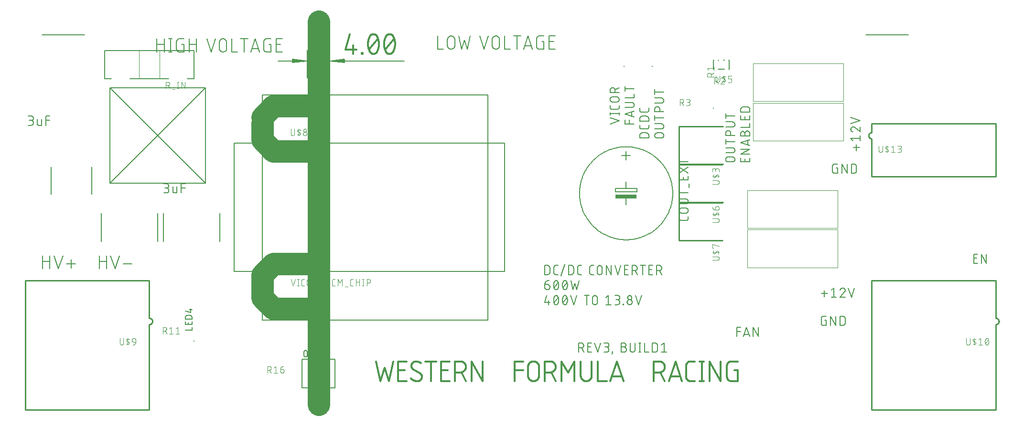
<source format=gbl>
G04 EAGLE Gerber RS-274X export*
G75*
%MOMM*%
%FSLAX34Y34*%
%LPD*%
%INSilkscreen Top*%
%IPPOS*%
%AMOC8*
5,1,8,0,0,1.08239X$1,22.5*%
G01*
%ADD10C,4.000000*%
%ADD11C,0.130000*%
%ADD12C,0.304800*%
%ADD13C,0.203200*%
%ADD14C,0.152400*%
%ADD15C,0.101600*%
%ADD16C,0.127000*%
%ADD17C,0.010000*%
%ADD18R,3.810000X0.635000*%
%ADD19C,0.177800*%
%ADD20C,0.254000*%
%ADD21R,0.200000X0.200000*%
%ADD22C,0.025400*%


D10*
X520000Y-20000D02*
X520000Y150000D01*
D11*
X500000Y560000D02*
X500000Y609500D01*
X540000Y609500D02*
X540000Y560000D01*
X499350Y590000D02*
X448000Y590000D01*
X540650Y590000D02*
X671861Y590000D01*
X499350Y590000D02*
X474000Y593192D01*
X474000Y586808D01*
X499350Y590000D01*
X474000Y591300D01*
X474000Y588700D02*
X499350Y590000D01*
X474000Y592600D01*
X474000Y587400D02*
X499350Y590000D01*
X540650Y590000D02*
X566000Y593192D01*
X566000Y586808D01*
X540650Y590000D01*
X566000Y591300D01*
X566000Y588700D02*
X540650Y590000D01*
X566000Y592600D01*
X566000Y587400D02*
X540650Y590000D01*
D12*
X567524Y610138D02*
X575313Y637401D01*
X567524Y610138D02*
X586997Y610138D01*
X581155Y602349D02*
X581155Y617928D01*
X596290Y604296D02*
X596290Y602349D01*
X596290Y604296D02*
X598237Y604296D01*
X598237Y602349D01*
X596290Y602349D01*
X607529Y619875D02*
X607537Y620565D01*
X607562Y621254D01*
X607603Y621942D01*
X607661Y622629D01*
X607735Y623315D01*
X607825Y623998D01*
X607931Y624680D01*
X608054Y625358D01*
X608193Y626034D01*
X608348Y626706D01*
X608519Y627374D01*
X608706Y628037D01*
X608909Y628696D01*
X609127Y629351D01*
X609361Y629999D01*
X609611Y630642D01*
X609875Y631279D01*
X610155Y631909D01*
X610450Y632533D01*
X610509Y632698D01*
X610572Y632861D01*
X610639Y633023D01*
X610710Y633184D01*
X610784Y633342D01*
X610863Y633499D01*
X610945Y633654D01*
X611031Y633807D01*
X611121Y633957D01*
X611214Y634105D01*
X611311Y634251D01*
X611411Y634395D01*
X611515Y634536D01*
X611622Y634675D01*
X611733Y634811D01*
X611847Y634944D01*
X611964Y635074D01*
X612084Y635202D01*
X612207Y635326D01*
X612334Y635448D01*
X612463Y635566D01*
X612595Y635682D01*
X612730Y635794D01*
X612867Y635902D01*
X613007Y636008D01*
X613150Y636109D01*
X613295Y636208D01*
X613442Y636303D01*
X613592Y636394D01*
X613744Y636481D01*
X613898Y636565D01*
X614054Y636645D01*
X614211Y636721D01*
X614371Y636794D01*
X614532Y636862D01*
X614695Y636927D01*
X614860Y636987D01*
X615026Y637044D01*
X615193Y637096D01*
X615361Y637145D01*
X615531Y637189D01*
X615701Y637229D01*
X615873Y637265D01*
X616045Y637297D01*
X616218Y637324D01*
X616392Y637348D01*
X616566Y637367D01*
X616741Y637382D01*
X616916Y637392D01*
X617091Y637399D01*
X617266Y637401D01*
X617441Y637399D01*
X617616Y637392D01*
X617791Y637382D01*
X617966Y637367D01*
X618140Y637348D01*
X618314Y637324D01*
X618487Y637297D01*
X618659Y637265D01*
X618831Y637229D01*
X619001Y637189D01*
X619171Y637145D01*
X619339Y637096D01*
X619506Y637044D01*
X619672Y636987D01*
X619837Y636927D01*
X620000Y636862D01*
X620161Y636794D01*
X620321Y636721D01*
X620479Y636645D01*
X620634Y636565D01*
X620788Y636481D01*
X620940Y636394D01*
X621090Y636303D01*
X621237Y636208D01*
X621382Y636109D01*
X621525Y636008D01*
X621665Y635902D01*
X621802Y635794D01*
X621937Y635682D01*
X622069Y635566D01*
X622198Y635448D01*
X622325Y635326D01*
X622448Y635202D01*
X622568Y635074D01*
X622685Y634944D01*
X622799Y634811D01*
X622910Y634675D01*
X623017Y634536D01*
X623121Y634395D01*
X623221Y634251D01*
X623318Y634105D01*
X623411Y633957D01*
X623501Y633806D01*
X623587Y633654D01*
X623669Y633499D01*
X623748Y633342D01*
X623822Y633184D01*
X623893Y633023D01*
X623960Y632861D01*
X624023Y632698D01*
X624082Y632533D01*
X624081Y632533D02*
X624376Y631909D01*
X624656Y631279D01*
X624920Y630642D01*
X625170Y629999D01*
X625404Y629351D01*
X625622Y628696D01*
X625825Y628037D01*
X626012Y627374D01*
X626183Y626706D01*
X626338Y626034D01*
X626477Y625358D01*
X626600Y624680D01*
X626706Y623998D01*
X626796Y623315D01*
X626870Y622629D01*
X626928Y621942D01*
X626969Y621254D01*
X626994Y620565D01*
X627002Y619875D01*
X607529Y619875D02*
X607537Y619185D01*
X607562Y618496D01*
X607603Y617808D01*
X607661Y617121D01*
X607735Y616435D01*
X607825Y615751D01*
X607931Y615070D01*
X608054Y614392D01*
X608193Y613716D01*
X608348Y613044D01*
X608519Y612376D01*
X608706Y611712D01*
X608909Y611053D01*
X609127Y610399D01*
X609361Y609751D01*
X609611Y609108D01*
X609875Y608471D01*
X610155Y607841D01*
X610450Y607217D01*
X610509Y607052D01*
X610572Y606889D01*
X610639Y606727D01*
X610710Y606566D01*
X610784Y606408D01*
X610863Y606251D01*
X610945Y606096D01*
X611031Y605943D01*
X611121Y605793D01*
X611214Y605645D01*
X611311Y605498D01*
X611411Y605355D01*
X611515Y605214D01*
X611622Y605075D01*
X611733Y604939D01*
X611847Y604806D01*
X611964Y604676D01*
X612084Y604548D01*
X612207Y604424D01*
X612334Y604302D01*
X612463Y604184D01*
X612595Y604068D01*
X612730Y603956D01*
X612867Y603848D01*
X613007Y603742D01*
X613150Y603641D01*
X613295Y603542D01*
X613442Y603447D01*
X613592Y603356D01*
X613744Y603269D01*
X613898Y603185D01*
X614054Y603105D01*
X614211Y603029D01*
X614371Y602956D01*
X614532Y602888D01*
X614695Y602823D01*
X614860Y602763D01*
X615026Y602706D01*
X615193Y602654D01*
X615361Y602605D01*
X615531Y602561D01*
X615701Y602521D01*
X615873Y602485D01*
X616045Y602453D01*
X616218Y602426D01*
X616392Y602402D01*
X616566Y602383D01*
X616741Y602368D01*
X616916Y602358D01*
X617091Y602351D01*
X617266Y602349D01*
X624082Y607217D02*
X624377Y607841D01*
X624657Y608471D01*
X624921Y609108D01*
X625171Y609751D01*
X625405Y610399D01*
X625623Y611053D01*
X625826Y611712D01*
X626013Y612376D01*
X626184Y613044D01*
X626339Y613716D01*
X626478Y614392D01*
X626601Y615070D01*
X626707Y615751D01*
X626797Y616435D01*
X626871Y617121D01*
X626929Y617808D01*
X626970Y618496D01*
X626995Y619185D01*
X627003Y619875D01*
X624082Y607217D02*
X624023Y607052D01*
X623960Y606889D01*
X623893Y606727D01*
X623822Y606566D01*
X623748Y606408D01*
X623669Y606251D01*
X623587Y606096D01*
X623501Y605943D01*
X623411Y605793D01*
X623318Y605645D01*
X623221Y605499D01*
X623121Y605355D01*
X623017Y605214D01*
X622910Y605075D01*
X622799Y604939D01*
X622685Y604806D01*
X622568Y604676D01*
X622448Y604548D01*
X622325Y604424D01*
X622198Y604302D01*
X622069Y604184D01*
X621937Y604068D01*
X621802Y603956D01*
X621665Y603848D01*
X621525Y603742D01*
X621382Y603641D01*
X621237Y603542D01*
X621090Y603447D01*
X620940Y603356D01*
X620788Y603269D01*
X620634Y603185D01*
X620479Y603105D01*
X620321Y603029D01*
X620161Y602956D01*
X620000Y602888D01*
X619837Y602823D01*
X619672Y602763D01*
X619506Y602706D01*
X619339Y602654D01*
X619171Y602605D01*
X619001Y602561D01*
X618831Y602521D01*
X618659Y602485D01*
X618487Y602453D01*
X618314Y602426D01*
X618140Y602402D01*
X617966Y602383D01*
X617791Y602368D01*
X617616Y602358D01*
X617441Y602351D01*
X617266Y602349D01*
X609476Y610138D02*
X625055Y629612D01*
X639025Y632533D02*
X638730Y631909D01*
X638450Y631279D01*
X638186Y630642D01*
X637936Y629999D01*
X637702Y629351D01*
X637484Y628696D01*
X637281Y628037D01*
X637094Y627374D01*
X636923Y626706D01*
X636768Y626034D01*
X636629Y625358D01*
X636506Y624680D01*
X636400Y623998D01*
X636310Y623315D01*
X636236Y622629D01*
X636178Y621942D01*
X636137Y621254D01*
X636112Y620565D01*
X636104Y619875D01*
X639025Y632533D02*
X639084Y632698D01*
X639147Y632861D01*
X639214Y633023D01*
X639285Y633184D01*
X639359Y633342D01*
X639438Y633499D01*
X639520Y633654D01*
X639606Y633807D01*
X639696Y633957D01*
X639789Y634105D01*
X639886Y634251D01*
X639986Y634395D01*
X640090Y634536D01*
X640197Y634675D01*
X640308Y634811D01*
X640422Y634944D01*
X640539Y635074D01*
X640659Y635202D01*
X640782Y635326D01*
X640909Y635448D01*
X641038Y635566D01*
X641170Y635682D01*
X641305Y635794D01*
X641442Y635902D01*
X641582Y636008D01*
X641725Y636109D01*
X641870Y636208D01*
X642017Y636303D01*
X642167Y636394D01*
X642319Y636481D01*
X642473Y636565D01*
X642629Y636645D01*
X642786Y636721D01*
X642946Y636794D01*
X643107Y636862D01*
X643270Y636927D01*
X643435Y636987D01*
X643601Y637044D01*
X643768Y637096D01*
X643936Y637145D01*
X644106Y637189D01*
X644276Y637229D01*
X644448Y637265D01*
X644620Y637297D01*
X644793Y637324D01*
X644967Y637348D01*
X645141Y637367D01*
X645316Y637382D01*
X645491Y637392D01*
X645666Y637399D01*
X645841Y637401D01*
X646016Y637399D01*
X646191Y637392D01*
X646366Y637382D01*
X646541Y637367D01*
X646715Y637348D01*
X646889Y637324D01*
X647062Y637297D01*
X647234Y637265D01*
X647406Y637229D01*
X647576Y637189D01*
X647746Y637145D01*
X647914Y637096D01*
X648081Y637044D01*
X648247Y636987D01*
X648412Y636927D01*
X648575Y636862D01*
X648736Y636794D01*
X648896Y636721D01*
X649054Y636645D01*
X649209Y636565D01*
X649363Y636481D01*
X649515Y636394D01*
X649665Y636303D01*
X649812Y636208D01*
X649957Y636109D01*
X650100Y636008D01*
X650240Y635902D01*
X650377Y635794D01*
X650512Y635682D01*
X650644Y635566D01*
X650773Y635448D01*
X650900Y635326D01*
X651023Y635202D01*
X651143Y635074D01*
X651260Y634944D01*
X651374Y634811D01*
X651485Y634675D01*
X651592Y634536D01*
X651696Y634395D01*
X651796Y634251D01*
X651893Y634105D01*
X651986Y633957D01*
X652076Y633806D01*
X652162Y633654D01*
X652244Y633499D01*
X652323Y633342D01*
X652397Y633184D01*
X652468Y633023D01*
X652535Y632861D01*
X652598Y632698D01*
X652657Y632533D01*
X652656Y632533D02*
X652951Y631909D01*
X653231Y631279D01*
X653495Y630642D01*
X653745Y629999D01*
X653979Y629351D01*
X654197Y628696D01*
X654400Y628037D01*
X654587Y627374D01*
X654758Y626706D01*
X654913Y626034D01*
X655052Y625358D01*
X655175Y624680D01*
X655281Y623998D01*
X655371Y623315D01*
X655445Y622629D01*
X655503Y621942D01*
X655544Y621254D01*
X655569Y620565D01*
X655577Y619875D01*
X636104Y619875D02*
X636112Y619185D01*
X636137Y618496D01*
X636178Y617808D01*
X636236Y617121D01*
X636310Y616435D01*
X636400Y615751D01*
X636506Y615070D01*
X636629Y614392D01*
X636768Y613716D01*
X636923Y613044D01*
X637094Y612376D01*
X637281Y611712D01*
X637484Y611053D01*
X637702Y610399D01*
X637936Y609751D01*
X638186Y609108D01*
X638450Y608471D01*
X638730Y607841D01*
X639025Y607217D01*
X639084Y607052D01*
X639147Y606889D01*
X639214Y606727D01*
X639285Y606566D01*
X639359Y606408D01*
X639438Y606251D01*
X639520Y606096D01*
X639606Y605943D01*
X639696Y605793D01*
X639789Y605645D01*
X639886Y605498D01*
X639986Y605355D01*
X640090Y605214D01*
X640197Y605075D01*
X640308Y604939D01*
X640422Y604806D01*
X640539Y604676D01*
X640659Y604548D01*
X640782Y604424D01*
X640909Y604302D01*
X641038Y604184D01*
X641170Y604068D01*
X641305Y603956D01*
X641442Y603848D01*
X641582Y603742D01*
X641725Y603641D01*
X641870Y603542D01*
X642017Y603447D01*
X642167Y603356D01*
X642319Y603269D01*
X642473Y603185D01*
X642629Y603105D01*
X642786Y603029D01*
X642946Y602956D01*
X643107Y602888D01*
X643270Y602823D01*
X643435Y602763D01*
X643601Y602706D01*
X643768Y602654D01*
X643936Y602605D01*
X644106Y602561D01*
X644276Y602521D01*
X644448Y602485D01*
X644620Y602453D01*
X644793Y602426D01*
X644967Y602402D01*
X645141Y602383D01*
X645316Y602368D01*
X645491Y602358D01*
X645666Y602351D01*
X645841Y602349D01*
X652657Y607217D02*
X652952Y607841D01*
X653232Y608471D01*
X653496Y609108D01*
X653746Y609751D01*
X653980Y610399D01*
X654198Y611053D01*
X654401Y611712D01*
X654588Y612376D01*
X654759Y613044D01*
X654914Y613716D01*
X655053Y614392D01*
X655176Y615070D01*
X655282Y615751D01*
X655372Y616435D01*
X655446Y617121D01*
X655504Y617808D01*
X655545Y618496D01*
X655570Y619185D01*
X655578Y619875D01*
X652657Y607217D02*
X652598Y607052D01*
X652535Y606889D01*
X652468Y606727D01*
X652397Y606566D01*
X652323Y606408D01*
X652244Y606251D01*
X652162Y606096D01*
X652076Y605943D01*
X651986Y605793D01*
X651893Y605645D01*
X651796Y605499D01*
X651696Y605355D01*
X651592Y605214D01*
X651485Y605075D01*
X651374Y604939D01*
X651260Y604806D01*
X651143Y604676D01*
X651023Y604548D01*
X650900Y604424D01*
X650773Y604302D01*
X650644Y604184D01*
X650512Y604068D01*
X650377Y603956D01*
X650240Y603848D01*
X650100Y603742D01*
X649957Y603641D01*
X649812Y603542D01*
X649665Y603447D01*
X649515Y603356D01*
X649363Y603269D01*
X649209Y603185D01*
X649054Y603105D01*
X648896Y603029D01*
X648736Y602956D01*
X648575Y602888D01*
X648412Y602823D01*
X648247Y602763D01*
X648081Y602706D01*
X647914Y602654D01*
X647746Y602605D01*
X647576Y602561D01*
X647406Y602521D01*
X647234Y602485D01*
X647062Y602453D01*
X646889Y602426D01*
X646715Y602402D01*
X646541Y602383D01*
X646366Y602368D01*
X646191Y602358D01*
X646016Y602351D01*
X645841Y602349D01*
X638051Y610138D02*
X653630Y629612D01*
D13*
X233516Y629384D02*
X233516Y606016D01*
X233516Y618998D02*
X246498Y618998D01*
X246498Y629384D02*
X246498Y606016D01*
X257406Y606016D02*
X257406Y629384D01*
X254810Y606016D02*
X260003Y606016D01*
X260003Y629384D02*
X254810Y629384D01*
X277401Y618998D02*
X281296Y618998D01*
X281296Y606016D01*
X273507Y606016D01*
X273364Y606018D01*
X273221Y606024D01*
X273078Y606034D01*
X272936Y606048D01*
X272794Y606065D01*
X272652Y606087D01*
X272511Y606112D01*
X272371Y606142D01*
X272232Y606175D01*
X272094Y606212D01*
X271957Y606253D01*
X271821Y606297D01*
X271686Y606346D01*
X271553Y606398D01*
X271421Y606453D01*
X271291Y606513D01*
X271162Y606576D01*
X271035Y606642D01*
X270910Y606712D01*
X270788Y606785D01*
X270667Y606862D01*
X270548Y606942D01*
X270432Y607025D01*
X270317Y607111D01*
X270206Y607200D01*
X270096Y607293D01*
X269990Y607388D01*
X269886Y607487D01*
X269785Y607588D01*
X269686Y607692D01*
X269591Y607798D01*
X269498Y607908D01*
X269409Y608019D01*
X269323Y608134D01*
X269240Y608250D01*
X269160Y608369D01*
X269083Y608490D01*
X269010Y608613D01*
X268940Y608737D01*
X268874Y608864D01*
X268811Y608993D01*
X268751Y609123D01*
X268696Y609255D01*
X268644Y609388D01*
X268595Y609523D01*
X268551Y609659D01*
X268510Y609796D01*
X268473Y609934D01*
X268440Y610073D01*
X268410Y610213D01*
X268385Y610354D01*
X268363Y610496D01*
X268346Y610638D01*
X268332Y610780D01*
X268322Y610923D01*
X268316Y611066D01*
X268314Y611209D01*
X268314Y624191D01*
X268316Y624334D01*
X268322Y624477D01*
X268332Y624620D01*
X268346Y624762D01*
X268363Y624904D01*
X268385Y625046D01*
X268410Y625187D01*
X268440Y625327D01*
X268473Y625466D01*
X268510Y625604D01*
X268551Y625741D01*
X268595Y625877D01*
X268644Y626012D01*
X268696Y626145D01*
X268751Y626277D01*
X268811Y626407D01*
X268874Y626536D01*
X268940Y626663D01*
X269010Y626787D01*
X269083Y626910D01*
X269160Y627031D01*
X269240Y627150D01*
X269323Y627266D01*
X269409Y627381D01*
X269498Y627492D01*
X269591Y627602D01*
X269686Y627708D01*
X269785Y627812D01*
X269886Y627913D01*
X269990Y628012D01*
X270096Y628107D01*
X270206Y628200D01*
X270317Y628289D01*
X270432Y628375D01*
X270548Y628458D01*
X270667Y628538D01*
X270788Y628615D01*
X270910Y628688D01*
X271035Y628758D01*
X271162Y628824D01*
X271291Y628887D01*
X271421Y628947D01*
X271553Y629002D01*
X271686Y629054D01*
X271821Y629103D01*
X271957Y629147D01*
X272094Y629188D01*
X272232Y629225D01*
X272371Y629258D01*
X272511Y629288D01*
X272652Y629313D01*
X272794Y629335D01*
X272936Y629352D01*
X273078Y629366D01*
X273221Y629376D01*
X273364Y629382D01*
X273507Y629384D01*
X281296Y629384D01*
X290585Y629384D02*
X290585Y606016D01*
X290585Y618998D02*
X303567Y618998D01*
X303567Y629384D02*
X303567Y606016D01*
X329786Y606016D02*
X321996Y629384D01*
X337575Y629384D02*
X329786Y606016D01*
X344173Y612507D02*
X344173Y622893D01*
X344175Y623052D01*
X344181Y623211D01*
X344191Y623371D01*
X344204Y623529D01*
X344222Y623688D01*
X344243Y623845D01*
X344269Y624003D01*
X344298Y624159D01*
X344331Y624315D01*
X344368Y624470D01*
X344408Y624624D01*
X344453Y624777D01*
X344501Y624929D01*
X344552Y625080D01*
X344608Y625229D01*
X344667Y625377D01*
X344730Y625523D01*
X344796Y625668D01*
X344866Y625811D01*
X344939Y625953D01*
X345016Y626092D01*
X345096Y626230D01*
X345180Y626366D01*
X345267Y626499D01*
X345357Y626631D01*
X345450Y626760D01*
X345547Y626886D01*
X345646Y627011D01*
X345749Y627133D01*
X345854Y627252D01*
X345963Y627369D01*
X346074Y627483D01*
X346188Y627594D01*
X346305Y627703D01*
X346424Y627808D01*
X346546Y627911D01*
X346671Y628010D01*
X346797Y628107D01*
X346926Y628200D01*
X347058Y628290D01*
X347191Y628377D01*
X347327Y628461D01*
X347465Y628541D01*
X347604Y628618D01*
X347746Y628691D01*
X347889Y628761D01*
X348034Y628827D01*
X348180Y628890D01*
X348328Y628949D01*
X348477Y629005D01*
X348628Y629056D01*
X348780Y629104D01*
X348933Y629149D01*
X349087Y629189D01*
X349242Y629226D01*
X349398Y629259D01*
X349554Y629288D01*
X349712Y629314D01*
X349869Y629335D01*
X350028Y629353D01*
X350186Y629366D01*
X350346Y629376D01*
X350505Y629382D01*
X350664Y629384D01*
X350823Y629382D01*
X350982Y629376D01*
X351142Y629366D01*
X351300Y629353D01*
X351459Y629335D01*
X351616Y629314D01*
X351774Y629288D01*
X351930Y629259D01*
X352086Y629226D01*
X352241Y629189D01*
X352395Y629149D01*
X352548Y629104D01*
X352700Y629056D01*
X352851Y629005D01*
X353000Y628949D01*
X353148Y628890D01*
X353294Y628827D01*
X353439Y628761D01*
X353582Y628691D01*
X353724Y628618D01*
X353863Y628541D01*
X354001Y628461D01*
X354137Y628377D01*
X354270Y628290D01*
X354402Y628200D01*
X354531Y628107D01*
X354657Y628010D01*
X354782Y627911D01*
X354904Y627808D01*
X355023Y627703D01*
X355140Y627594D01*
X355254Y627483D01*
X355365Y627369D01*
X355474Y627252D01*
X355579Y627133D01*
X355682Y627011D01*
X355781Y626886D01*
X355878Y626760D01*
X355971Y626631D01*
X356061Y626499D01*
X356148Y626366D01*
X356232Y626230D01*
X356312Y626092D01*
X356389Y625953D01*
X356462Y625811D01*
X356532Y625668D01*
X356598Y625523D01*
X356661Y625377D01*
X356720Y625229D01*
X356776Y625080D01*
X356827Y624929D01*
X356875Y624777D01*
X356920Y624624D01*
X356960Y624470D01*
X356997Y624315D01*
X357030Y624159D01*
X357059Y624003D01*
X357085Y623845D01*
X357106Y623688D01*
X357124Y623529D01*
X357137Y623371D01*
X357147Y623211D01*
X357153Y623052D01*
X357155Y622893D01*
X357156Y622893D02*
X357156Y612507D01*
X357155Y612507D02*
X357153Y612348D01*
X357147Y612189D01*
X357137Y612029D01*
X357124Y611871D01*
X357106Y611712D01*
X357085Y611555D01*
X357059Y611397D01*
X357030Y611241D01*
X356997Y611085D01*
X356960Y610930D01*
X356920Y610776D01*
X356875Y610623D01*
X356827Y610471D01*
X356776Y610320D01*
X356720Y610171D01*
X356661Y610023D01*
X356598Y609877D01*
X356532Y609732D01*
X356462Y609589D01*
X356389Y609447D01*
X356312Y609308D01*
X356232Y609170D01*
X356148Y609034D01*
X356061Y608901D01*
X355971Y608769D01*
X355878Y608640D01*
X355781Y608514D01*
X355682Y608389D01*
X355579Y608267D01*
X355474Y608148D01*
X355365Y608031D01*
X355254Y607917D01*
X355140Y607806D01*
X355023Y607697D01*
X354904Y607592D01*
X354782Y607489D01*
X354657Y607390D01*
X354531Y607293D01*
X354402Y607200D01*
X354270Y607110D01*
X354137Y607023D01*
X354001Y606939D01*
X353863Y606859D01*
X353724Y606782D01*
X353582Y606709D01*
X353439Y606639D01*
X353294Y606573D01*
X353148Y606510D01*
X353000Y606451D01*
X352851Y606395D01*
X352700Y606344D01*
X352548Y606296D01*
X352395Y606251D01*
X352241Y606211D01*
X352086Y606174D01*
X351930Y606141D01*
X351774Y606112D01*
X351616Y606086D01*
X351459Y606065D01*
X351300Y606047D01*
X351142Y606034D01*
X350982Y606024D01*
X350823Y606018D01*
X350664Y606016D01*
X350505Y606018D01*
X350346Y606024D01*
X350186Y606034D01*
X350028Y606047D01*
X349869Y606065D01*
X349712Y606086D01*
X349554Y606112D01*
X349398Y606141D01*
X349242Y606174D01*
X349087Y606211D01*
X348933Y606251D01*
X348780Y606296D01*
X348628Y606344D01*
X348477Y606395D01*
X348328Y606451D01*
X348180Y606510D01*
X348034Y606573D01*
X347889Y606639D01*
X347746Y606709D01*
X347604Y606782D01*
X347465Y606859D01*
X347327Y606939D01*
X347191Y607023D01*
X347058Y607110D01*
X346926Y607200D01*
X346797Y607293D01*
X346671Y607390D01*
X346546Y607489D01*
X346424Y607592D01*
X346305Y607697D01*
X346188Y607806D01*
X346074Y607917D01*
X345963Y608031D01*
X345854Y608148D01*
X345749Y608267D01*
X345646Y608389D01*
X345547Y608514D01*
X345450Y608640D01*
X345357Y608769D01*
X345267Y608901D01*
X345180Y609034D01*
X345096Y609170D01*
X345016Y609308D01*
X344939Y609447D01*
X344866Y609589D01*
X344796Y609732D01*
X344730Y609877D01*
X344667Y610023D01*
X344608Y610171D01*
X344552Y610320D01*
X344501Y610471D01*
X344453Y610623D01*
X344408Y610776D01*
X344368Y610930D01*
X344331Y611085D01*
X344298Y611241D01*
X344269Y611397D01*
X344243Y611555D01*
X344222Y611712D01*
X344204Y611871D01*
X344191Y612029D01*
X344181Y612189D01*
X344175Y612348D01*
X344173Y612507D01*
X365772Y606016D02*
X365772Y629384D01*
X365772Y606016D02*
X376158Y606016D01*
X388246Y606016D02*
X388246Y629384D01*
X381755Y629384D02*
X394737Y629384D01*
X407733Y629384D02*
X399944Y606016D01*
X415522Y606016D02*
X407733Y629384D01*
X413575Y611858D02*
X401891Y611858D01*
X431904Y618998D02*
X435799Y618998D01*
X435799Y606016D01*
X428010Y606016D01*
X427867Y606018D01*
X427724Y606024D01*
X427581Y606034D01*
X427439Y606048D01*
X427297Y606065D01*
X427155Y606087D01*
X427014Y606112D01*
X426874Y606142D01*
X426735Y606175D01*
X426597Y606212D01*
X426460Y606253D01*
X426324Y606297D01*
X426189Y606346D01*
X426056Y606398D01*
X425924Y606453D01*
X425794Y606513D01*
X425665Y606576D01*
X425538Y606642D01*
X425413Y606712D01*
X425291Y606785D01*
X425170Y606862D01*
X425051Y606942D01*
X424935Y607025D01*
X424820Y607111D01*
X424709Y607200D01*
X424599Y607293D01*
X424493Y607388D01*
X424389Y607487D01*
X424288Y607588D01*
X424189Y607692D01*
X424094Y607798D01*
X424001Y607908D01*
X423912Y608019D01*
X423826Y608134D01*
X423743Y608250D01*
X423663Y608369D01*
X423586Y608490D01*
X423513Y608613D01*
X423443Y608737D01*
X423377Y608864D01*
X423314Y608993D01*
X423254Y609123D01*
X423199Y609255D01*
X423147Y609388D01*
X423098Y609523D01*
X423054Y609659D01*
X423013Y609796D01*
X422976Y609934D01*
X422943Y610073D01*
X422913Y610213D01*
X422888Y610354D01*
X422866Y610496D01*
X422849Y610638D01*
X422835Y610780D01*
X422825Y610923D01*
X422819Y611066D01*
X422817Y611209D01*
X422817Y624191D01*
X422819Y624334D01*
X422825Y624477D01*
X422835Y624620D01*
X422849Y624762D01*
X422866Y624904D01*
X422888Y625046D01*
X422913Y625187D01*
X422943Y625327D01*
X422976Y625466D01*
X423013Y625604D01*
X423054Y625741D01*
X423098Y625877D01*
X423147Y626012D01*
X423199Y626145D01*
X423254Y626277D01*
X423314Y626407D01*
X423377Y626536D01*
X423443Y626663D01*
X423513Y626787D01*
X423586Y626910D01*
X423663Y627031D01*
X423743Y627150D01*
X423826Y627266D01*
X423912Y627381D01*
X424001Y627492D01*
X424094Y627602D01*
X424189Y627708D01*
X424288Y627812D01*
X424389Y627913D01*
X424493Y628012D01*
X424599Y628107D01*
X424709Y628200D01*
X424820Y628289D01*
X424935Y628375D01*
X425051Y628458D01*
X425170Y628538D01*
X425291Y628615D01*
X425413Y628688D01*
X425538Y628758D01*
X425665Y628824D01*
X425794Y628887D01*
X425924Y628947D01*
X426056Y629002D01*
X426189Y629054D01*
X426324Y629103D01*
X426460Y629147D01*
X426597Y629188D01*
X426735Y629225D01*
X426874Y629258D01*
X427014Y629288D01*
X427155Y629313D01*
X427297Y629335D01*
X427439Y629352D01*
X427581Y629366D01*
X427724Y629376D01*
X427867Y629382D01*
X428010Y629384D01*
X435799Y629384D01*
X445112Y606016D02*
X455498Y606016D01*
X445112Y606016D02*
X445112Y629384D01*
X455498Y629384D01*
X452901Y618998D02*
X445112Y618998D01*
X731016Y611016D02*
X731016Y634384D01*
X731016Y611016D02*
X741402Y611016D01*
X748391Y617507D02*
X748391Y627893D01*
X748393Y628052D01*
X748399Y628211D01*
X748409Y628371D01*
X748422Y628529D01*
X748440Y628688D01*
X748461Y628845D01*
X748487Y629003D01*
X748516Y629159D01*
X748549Y629315D01*
X748586Y629470D01*
X748626Y629624D01*
X748671Y629777D01*
X748719Y629929D01*
X748770Y630080D01*
X748826Y630229D01*
X748885Y630377D01*
X748948Y630523D01*
X749014Y630668D01*
X749084Y630811D01*
X749157Y630953D01*
X749234Y631092D01*
X749314Y631230D01*
X749398Y631366D01*
X749485Y631499D01*
X749575Y631631D01*
X749668Y631760D01*
X749765Y631886D01*
X749864Y632011D01*
X749967Y632133D01*
X750072Y632252D01*
X750181Y632369D01*
X750292Y632483D01*
X750406Y632594D01*
X750523Y632703D01*
X750642Y632808D01*
X750764Y632911D01*
X750889Y633010D01*
X751015Y633107D01*
X751144Y633200D01*
X751276Y633290D01*
X751409Y633377D01*
X751545Y633461D01*
X751683Y633541D01*
X751822Y633618D01*
X751964Y633691D01*
X752107Y633761D01*
X752252Y633827D01*
X752398Y633890D01*
X752546Y633949D01*
X752695Y634005D01*
X752846Y634056D01*
X752998Y634104D01*
X753151Y634149D01*
X753305Y634189D01*
X753460Y634226D01*
X753616Y634259D01*
X753772Y634288D01*
X753930Y634314D01*
X754087Y634335D01*
X754246Y634353D01*
X754404Y634366D01*
X754564Y634376D01*
X754723Y634382D01*
X754882Y634384D01*
X755041Y634382D01*
X755200Y634376D01*
X755360Y634366D01*
X755518Y634353D01*
X755677Y634335D01*
X755834Y634314D01*
X755992Y634288D01*
X756148Y634259D01*
X756304Y634226D01*
X756459Y634189D01*
X756613Y634149D01*
X756766Y634104D01*
X756918Y634056D01*
X757069Y634005D01*
X757218Y633949D01*
X757366Y633890D01*
X757512Y633827D01*
X757657Y633761D01*
X757800Y633691D01*
X757942Y633618D01*
X758081Y633541D01*
X758219Y633461D01*
X758355Y633377D01*
X758488Y633290D01*
X758620Y633200D01*
X758749Y633107D01*
X758875Y633010D01*
X759000Y632911D01*
X759122Y632808D01*
X759241Y632703D01*
X759358Y632594D01*
X759472Y632483D01*
X759583Y632369D01*
X759692Y632252D01*
X759797Y632133D01*
X759900Y632011D01*
X759999Y631886D01*
X760096Y631760D01*
X760189Y631631D01*
X760279Y631499D01*
X760366Y631366D01*
X760450Y631230D01*
X760530Y631092D01*
X760607Y630953D01*
X760680Y630811D01*
X760750Y630668D01*
X760816Y630523D01*
X760879Y630377D01*
X760938Y630229D01*
X760994Y630080D01*
X761045Y629929D01*
X761093Y629777D01*
X761138Y629624D01*
X761178Y629470D01*
X761215Y629315D01*
X761248Y629159D01*
X761277Y629003D01*
X761303Y628845D01*
X761324Y628688D01*
X761342Y628529D01*
X761355Y628371D01*
X761365Y628211D01*
X761371Y628052D01*
X761373Y627893D01*
X761373Y617507D01*
X761371Y617348D01*
X761365Y617189D01*
X761355Y617029D01*
X761342Y616871D01*
X761324Y616712D01*
X761303Y616555D01*
X761277Y616397D01*
X761248Y616241D01*
X761215Y616085D01*
X761178Y615930D01*
X761138Y615776D01*
X761093Y615623D01*
X761045Y615471D01*
X760994Y615320D01*
X760938Y615171D01*
X760879Y615023D01*
X760816Y614877D01*
X760750Y614732D01*
X760680Y614589D01*
X760607Y614447D01*
X760530Y614308D01*
X760450Y614170D01*
X760366Y614034D01*
X760279Y613901D01*
X760189Y613769D01*
X760096Y613640D01*
X759999Y613514D01*
X759900Y613389D01*
X759797Y613267D01*
X759692Y613148D01*
X759583Y613031D01*
X759472Y612917D01*
X759358Y612806D01*
X759241Y612697D01*
X759122Y612592D01*
X759000Y612489D01*
X758875Y612390D01*
X758749Y612293D01*
X758620Y612200D01*
X758488Y612110D01*
X758355Y612023D01*
X758219Y611939D01*
X758081Y611859D01*
X757942Y611782D01*
X757800Y611709D01*
X757657Y611639D01*
X757512Y611573D01*
X757366Y611510D01*
X757218Y611451D01*
X757069Y611395D01*
X756918Y611344D01*
X756766Y611296D01*
X756613Y611251D01*
X756459Y611211D01*
X756304Y611174D01*
X756148Y611141D01*
X755992Y611112D01*
X755834Y611086D01*
X755677Y611065D01*
X755518Y611047D01*
X755360Y611034D01*
X755200Y611024D01*
X755041Y611018D01*
X754882Y611016D01*
X754723Y611018D01*
X754564Y611024D01*
X754404Y611034D01*
X754246Y611047D01*
X754087Y611065D01*
X753930Y611086D01*
X753772Y611112D01*
X753616Y611141D01*
X753460Y611174D01*
X753305Y611211D01*
X753151Y611251D01*
X752998Y611296D01*
X752846Y611344D01*
X752695Y611395D01*
X752546Y611451D01*
X752398Y611510D01*
X752252Y611573D01*
X752107Y611639D01*
X751964Y611709D01*
X751822Y611782D01*
X751683Y611859D01*
X751545Y611939D01*
X751409Y612023D01*
X751276Y612110D01*
X751144Y612200D01*
X751015Y612293D01*
X750889Y612390D01*
X750764Y612489D01*
X750642Y612592D01*
X750523Y612697D01*
X750406Y612806D01*
X750292Y612917D01*
X750181Y613031D01*
X750072Y613148D01*
X749967Y613267D01*
X749864Y613389D01*
X749765Y613514D01*
X749668Y613640D01*
X749575Y613769D01*
X749485Y613901D01*
X749398Y614034D01*
X749314Y614170D01*
X749234Y614308D01*
X749157Y614447D01*
X749084Y614589D01*
X749014Y614732D01*
X748948Y614877D01*
X748885Y615023D01*
X748826Y615171D01*
X748770Y615320D01*
X748719Y615471D01*
X748671Y615623D01*
X748626Y615776D01*
X748586Y615930D01*
X748549Y616085D01*
X748516Y616241D01*
X748487Y616397D01*
X748461Y616555D01*
X748440Y616712D01*
X748422Y616871D01*
X748409Y617029D01*
X748399Y617189D01*
X748393Y617348D01*
X748391Y617507D01*
X773351Y611016D02*
X768159Y634384D01*
X778544Y626595D02*
X773351Y611016D01*
X783737Y611016D02*
X778544Y626595D01*
X788930Y634384D02*
X783737Y611016D01*
X813342Y611016D02*
X805553Y634384D01*
X821132Y634384D02*
X813342Y611016D01*
X827730Y617507D02*
X827730Y627893D01*
X827732Y628052D01*
X827738Y628211D01*
X827748Y628371D01*
X827761Y628529D01*
X827779Y628688D01*
X827800Y628845D01*
X827826Y629003D01*
X827855Y629159D01*
X827888Y629315D01*
X827925Y629470D01*
X827965Y629624D01*
X828010Y629777D01*
X828058Y629929D01*
X828109Y630080D01*
X828165Y630229D01*
X828224Y630377D01*
X828287Y630523D01*
X828353Y630668D01*
X828423Y630811D01*
X828496Y630953D01*
X828573Y631092D01*
X828653Y631230D01*
X828737Y631366D01*
X828824Y631499D01*
X828914Y631631D01*
X829007Y631760D01*
X829104Y631886D01*
X829203Y632011D01*
X829306Y632133D01*
X829411Y632252D01*
X829520Y632369D01*
X829631Y632483D01*
X829745Y632594D01*
X829862Y632703D01*
X829981Y632808D01*
X830103Y632911D01*
X830228Y633010D01*
X830354Y633107D01*
X830483Y633200D01*
X830615Y633290D01*
X830748Y633377D01*
X830884Y633461D01*
X831022Y633541D01*
X831161Y633618D01*
X831303Y633691D01*
X831446Y633761D01*
X831591Y633827D01*
X831737Y633890D01*
X831885Y633949D01*
X832034Y634005D01*
X832185Y634056D01*
X832337Y634104D01*
X832490Y634149D01*
X832644Y634189D01*
X832799Y634226D01*
X832955Y634259D01*
X833111Y634288D01*
X833269Y634314D01*
X833426Y634335D01*
X833585Y634353D01*
X833743Y634366D01*
X833903Y634376D01*
X834062Y634382D01*
X834221Y634384D01*
X834380Y634382D01*
X834539Y634376D01*
X834699Y634366D01*
X834857Y634353D01*
X835016Y634335D01*
X835173Y634314D01*
X835331Y634288D01*
X835487Y634259D01*
X835643Y634226D01*
X835798Y634189D01*
X835952Y634149D01*
X836105Y634104D01*
X836257Y634056D01*
X836408Y634005D01*
X836557Y633949D01*
X836705Y633890D01*
X836851Y633827D01*
X836996Y633761D01*
X837139Y633691D01*
X837281Y633618D01*
X837420Y633541D01*
X837558Y633461D01*
X837694Y633377D01*
X837827Y633290D01*
X837959Y633200D01*
X838088Y633107D01*
X838214Y633010D01*
X838339Y632911D01*
X838461Y632808D01*
X838580Y632703D01*
X838697Y632594D01*
X838811Y632483D01*
X838922Y632369D01*
X839031Y632252D01*
X839136Y632133D01*
X839239Y632011D01*
X839338Y631886D01*
X839435Y631760D01*
X839528Y631631D01*
X839618Y631499D01*
X839705Y631366D01*
X839789Y631230D01*
X839869Y631092D01*
X839946Y630953D01*
X840019Y630811D01*
X840089Y630668D01*
X840155Y630523D01*
X840218Y630377D01*
X840277Y630229D01*
X840333Y630080D01*
X840384Y629929D01*
X840432Y629777D01*
X840477Y629624D01*
X840517Y629470D01*
X840554Y629315D01*
X840587Y629159D01*
X840616Y629003D01*
X840642Y628845D01*
X840663Y628688D01*
X840681Y628529D01*
X840694Y628371D01*
X840704Y628211D01*
X840710Y628052D01*
X840712Y627893D01*
X840712Y617507D01*
X840710Y617348D01*
X840704Y617189D01*
X840694Y617029D01*
X840681Y616871D01*
X840663Y616712D01*
X840642Y616555D01*
X840616Y616397D01*
X840587Y616241D01*
X840554Y616085D01*
X840517Y615930D01*
X840477Y615776D01*
X840432Y615623D01*
X840384Y615471D01*
X840333Y615320D01*
X840277Y615171D01*
X840218Y615023D01*
X840155Y614877D01*
X840089Y614732D01*
X840019Y614589D01*
X839946Y614447D01*
X839869Y614308D01*
X839789Y614170D01*
X839705Y614034D01*
X839618Y613901D01*
X839528Y613769D01*
X839435Y613640D01*
X839338Y613514D01*
X839239Y613389D01*
X839136Y613267D01*
X839031Y613148D01*
X838922Y613031D01*
X838811Y612917D01*
X838697Y612806D01*
X838580Y612697D01*
X838461Y612592D01*
X838339Y612489D01*
X838214Y612390D01*
X838088Y612293D01*
X837959Y612200D01*
X837827Y612110D01*
X837694Y612023D01*
X837558Y611939D01*
X837420Y611859D01*
X837281Y611782D01*
X837139Y611709D01*
X836996Y611639D01*
X836851Y611573D01*
X836705Y611510D01*
X836557Y611451D01*
X836408Y611395D01*
X836257Y611344D01*
X836105Y611296D01*
X835952Y611251D01*
X835798Y611211D01*
X835643Y611174D01*
X835487Y611141D01*
X835331Y611112D01*
X835173Y611086D01*
X835016Y611065D01*
X834857Y611047D01*
X834699Y611034D01*
X834539Y611024D01*
X834380Y611018D01*
X834221Y611016D01*
X834062Y611018D01*
X833903Y611024D01*
X833743Y611034D01*
X833585Y611047D01*
X833426Y611065D01*
X833269Y611086D01*
X833111Y611112D01*
X832955Y611141D01*
X832799Y611174D01*
X832644Y611211D01*
X832490Y611251D01*
X832337Y611296D01*
X832185Y611344D01*
X832034Y611395D01*
X831885Y611451D01*
X831737Y611510D01*
X831591Y611573D01*
X831446Y611639D01*
X831303Y611709D01*
X831161Y611782D01*
X831022Y611859D01*
X830884Y611939D01*
X830748Y612023D01*
X830615Y612110D01*
X830483Y612200D01*
X830354Y612293D01*
X830228Y612390D01*
X830103Y612489D01*
X829981Y612592D01*
X829862Y612697D01*
X829745Y612806D01*
X829631Y612917D01*
X829520Y613031D01*
X829411Y613148D01*
X829306Y613267D01*
X829203Y613389D01*
X829104Y613514D01*
X829007Y613640D01*
X828914Y613769D01*
X828824Y613901D01*
X828737Y614034D01*
X828653Y614170D01*
X828573Y614308D01*
X828496Y614447D01*
X828423Y614589D01*
X828353Y614732D01*
X828287Y614877D01*
X828224Y615023D01*
X828165Y615171D01*
X828109Y615320D01*
X828058Y615471D01*
X828010Y615623D01*
X827965Y615776D01*
X827925Y615930D01*
X827888Y616085D01*
X827855Y616241D01*
X827826Y616397D01*
X827800Y616555D01*
X827779Y616712D01*
X827761Y616871D01*
X827748Y617029D01*
X827738Y617189D01*
X827732Y617348D01*
X827730Y617507D01*
X849329Y611016D02*
X849329Y634384D01*
X849329Y611016D02*
X859715Y611016D01*
X871803Y611016D02*
X871803Y634384D01*
X865312Y634384D02*
X878294Y634384D01*
X891290Y634384D02*
X883500Y611016D01*
X899079Y611016D02*
X891290Y634384D01*
X897132Y616858D02*
X885448Y616858D01*
X915461Y623998D02*
X919356Y623998D01*
X919356Y611016D01*
X911566Y611016D01*
X911423Y611018D01*
X911280Y611024D01*
X911137Y611034D01*
X910995Y611048D01*
X910853Y611065D01*
X910711Y611087D01*
X910570Y611112D01*
X910430Y611142D01*
X910291Y611175D01*
X910153Y611212D01*
X910016Y611253D01*
X909880Y611297D01*
X909745Y611346D01*
X909612Y611398D01*
X909480Y611453D01*
X909350Y611513D01*
X909221Y611576D01*
X909094Y611642D01*
X908970Y611712D01*
X908847Y611785D01*
X908726Y611862D01*
X908607Y611942D01*
X908491Y612025D01*
X908376Y612111D01*
X908265Y612200D01*
X908155Y612293D01*
X908049Y612388D01*
X907945Y612487D01*
X907844Y612588D01*
X907745Y612692D01*
X907650Y612798D01*
X907557Y612908D01*
X907468Y613019D01*
X907382Y613134D01*
X907299Y613250D01*
X907219Y613369D01*
X907142Y613490D01*
X907069Y613613D01*
X906999Y613737D01*
X906933Y613864D01*
X906870Y613993D01*
X906810Y614123D01*
X906755Y614255D01*
X906703Y614388D01*
X906654Y614523D01*
X906610Y614659D01*
X906569Y614796D01*
X906532Y614934D01*
X906499Y615073D01*
X906469Y615213D01*
X906444Y615354D01*
X906422Y615496D01*
X906405Y615638D01*
X906391Y615780D01*
X906381Y615923D01*
X906375Y616066D01*
X906373Y616209D01*
X906373Y629191D01*
X906375Y629334D01*
X906381Y629477D01*
X906391Y629620D01*
X906405Y629762D01*
X906422Y629904D01*
X906444Y630046D01*
X906469Y630187D01*
X906499Y630327D01*
X906532Y630466D01*
X906569Y630604D01*
X906610Y630741D01*
X906654Y630877D01*
X906703Y631012D01*
X906755Y631145D01*
X906810Y631277D01*
X906870Y631407D01*
X906933Y631536D01*
X906999Y631663D01*
X907069Y631787D01*
X907142Y631910D01*
X907219Y632031D01*
X907299Y632150D01*
X907382Y632266D01*
X907468Y632381D01*
X907557Y632492D01*
X907650Y632602D01*
X907745Y632708D01*
X907844Y632812D01*
X907945Y632913D01*
X908049Y633012D01*
X908155Y633107D01*
X908265Y633200D01*
X908376Y633289D01*
X908491Y633375D01*
X908607Y633458D01*
X908726Y633538D01*
X908847Y633615D01*
X908969Y633688D01*
X909094Y633758D01*
X909221Y633824D01*
X909350Y633887D01*
X909480Y633947D01*
X909612Y634002D01*
X909745Y634054D01*
X909880Y634103D01*
X910016Y634147D01*
X910153Y634188D01*
X910291Y634225D01*
X910430Y634258D01*
X910570Y634288D01*
X910711Y634313D01*
X910853Y634335D01*
X910995Y634352D01*
X911137Y634366D01*
X911280Y634376D01*
X911423Y634382D01*
X911566Y634384D01*
X919356Y634384D01*
X928668Y611016D02*
X939054Y611016D01*
X928668Y611016D02*
X928668Y634384D01*
X939054Y634384D01*
X936458Y623998D02*
X928668Y623998D01*
D14*
X920762Y227028D02*
X920762Y210772D01*
X920762Y227028D02*
X925278Y227028D01*
X925409Y227026D01*
X925541Y227020D01*
X925672Y227011D01*
X925802Y226997D01*
X925933Y226980D01*
X926062Y226959D01*
X926191Y226935D01*
X926319Y226906D01*
X926447Y226874D01*
X926573Y226838D01*
X926698Y226799D01*
X926823Y226756D01*
X926945Y226709D01*
X927067Y226659D01*
X927187Y226605D01*
X927305Y226548D01*
X927421Y226487D01*
X927536Y226423D01*
X927649Y226356D01*
X927760Y226285D01*
X927868Y226211D01*
X927975Y226134D01*
X928079Y226054D01*
X928181Y225971D01*
X928280Y225886D01*
X928377Y225797D01*
X928471Y225705D01*
X928563Y225611D01*
X928652Y225514D01*
X928737Y225415D01*
X928820Y225313D01*
X928900Y225209D01*
X928977Y225102D01*
X929051Y224994D01*
X929122Y224883D01*
X929189Y224770D01*
X929253Y224655D01*
X929314Y224539D01*
X929371Y224421D01*
X929425Y224301D01*
X929475Y224179D01*
X929522Y224057D01*
X929565Y223932D01*
X929604Y223807D01*
X929640Y223681D01*
X929672Y223553D01*
X929701Y223425D01*
X929725Y223296D01*
X929746Y223167D01*
X929763Y223036D01*
X929777Y222906D01*
X929786Y222775D01*
X929792Y222643D01*
X929794Y222512D01*
X929793Y222512D02*
X929793Y215288D01*
X929794Y215288D02*
X929792Y215157D01*
X929786Y215025D01*
X929777Y214894D01*
X929763Y214764D01*
X929746Y214633D01*
X929725Y214504D01*
X929701Y214375D01*
X929672Y214247D01*
X929640Y214119D01*
X929604Y213993D01*
X929565Y213868D01*
X929522Y213743D01*
X929475Y213621D01*
X929425Y213499D01*
X929371Y213379D01*
X929314Y213261D01*
X929253Y213145D01*
X929189Y213030D01*
X929122Y212917D01*
X929051Y212806D01*
X928977Y212698D01*
X928900Y212591D01*
X928820Y212487D01*
X928737Y212385D01*
X928652Y212286D01*
X928563Y212189D01*
X928471Y212095D01*
X928377Y212003D01*
X928280Y211914D01*
X928181Y211829D01*
X928079Y211746D01*
X927975Y211666D01*
X927868Y211589D01*
X927760Y211515D01*
X927649Y211444D01*
X927536Y211377D01*
X927421Y211313D01*
X927305Y211252D01*
X927187Y211195D01*
X927067Y211141D01*
X926945Y211091D01*
X926823Y211044D01*
X926698Y211001D01*
X926573Y210962D01*
X926447Y210926D01*
X926319Y210894D01*
X926191Y210865D01*
X926062Y210841D01*
X925932Y210820D01*
X925802Y210803D01*
X925672Y210789D01*
X925541Y210780D01*
X925409Y210774D01*
X925278Y210772D01*
X920762Y210772D01*
X940487Y210772D02*
X944100Y210772D01*
X940487Y210772D02*
X940369Y210774D01*
X940251Y210780D01*
X940133Y210789D01*
X940016Y210803D01*
X939899Y210820D01*
X939782Y210841D01*
X939667Y210866D01*
X939552Y210895D01*
X939438Y210928D01*
X939326Y210964D01*
X939215Y211004D01*
X939105Y211047D01*
X938996Y211094D01*
X938889Y211144D01*
X938784Y211199D01*
X938681Y211256D01*
X938580Y211317D01*
X938480Y211381D01*
X938383Y211448D01*
X938288Y211518D01*
X938196Y211592D01*
X938105Y211668D01*
X938018Y211748D01*
X937933Y211830D01*
X937851Y211915D01*
X937771Y212002D01*
X937695Y212093D01*
X937621Y212185D01*
X937551Y212280D01*
X937484Y212377D01*
X937420Y212477D01*
X937359Y212578D01*
X937302Y212681D01*
X937247Y212786D01*
X937197Y212893D01*
X937150Y213002D01*
X937107Y213112D01*
X937067Y213223D01*
X937031Y213335D01*
X936998Y213449D01*
X936969Y213564D01*
X936944Y213679D01*
X936923Y213796D01*
X936906Y213913D01*
X936892Y214030D01*
X936883Y214148D01*
X936877Y214266D01*
X936875Y214384D01*
X936875Y223416D01*
X936877Y223534D01*
X936883Y223652D01*
X936892Y223770D01*
X936906Y223887D01*
X936923Y224004D01*
X936944Y224121D01*
X936969Y224236D01*
X936998Y224351D01*
X937031Y224465D01*
X937067Y224577D01*
X937107Y224688D01*
X937150Y224798D01*
X937197Y224907D01*
X937247Y225014D01*
X937301Y225119D01*
X937359Y225222D01*
X937420Y225323D01*
X937484Y225423D01*
X937551Y225520D01*
X937621Y225615D01*
X937695Y225707D01*
X937771Y225798D01*
X937851Y225885D01*
X937933Y225970D01*
X938018Y226052D01*
X938105Y226132D01*
X938196Y226208D01*
X938288Y226282D01*
X938383Y226352D01*
X938480Y226419D01*
X938580Y226483D01*
X938681Y226544D01*
X938784Y226601D01*
X938889Y226655D01*
X938996Y226706D01*
X939105Y226753D01*
X939215Y226796D01*
X939326Y226836D01*
X939438Y226872D01*
X939552Y226905D01*
X939667Y226934D01*
X939782Y226959D01*
X939899Y226980D01*
X940016Y226997D01*
X940133Y227011D01*
X940251Y227020D01*
X940369Y227026D01*
X940487Y227028D01*
X944100Y227028D01*
X956505Y228834D02*
X949280Y208966D01*
X962966Y210772D02*
X962966Y227028D01*
X967482Y227028D01*
X967613Y227026D01*
X967745Y227020D01*
X967876Y227011D01*
X968006Y226997D01*
X968137Y226980D01*
X968266Y226959D01*
X968395Y226935D01*
X968523Y226906D01*
X968651Y226874D01*
X968777Y226838D01*
X968902Y226799D01*
X969027Y226756D01*
X969149Y226709D01*
X969271Y226659D01*
X969391Y226605D01*
X969509Y226548D01*
X969625Y226487D01*
X969740Y226423D01*
X969853Y226356D01*
X969964Y226285D01*
X970072Y226211D01*
X970179Y226134D01*
X970283Y226054D01*
X970385Y225971D01*
X970484Y225886D01*
X970581Y225797D01*
X970675Y225705D01*
X970767Y225611D01*
X970856Y225514D01*
X970941Y225415D01*
X971024Y225313D01*
X971104Y225209D01*
X971181Y225102D01*
X971255Y224994D01*
X971326Y224883D01*
X971393Y224770D01*
X971457Y224655D01*
X971518Y224539D01*
X971575Y224421D01*
X971629Y224301D01*
X971679Y224179D01*
X971726Y224057D01*
X971769Y223932D01*
X971808Y223807D01*
X971844Y223681D01*
X971876Y223553D01*
X971905Y223425D01*
X971929Y223296D01*
X971950Y223167D01*
X971967Y223036D01*
X971981Y222906D01*
X971990Y222775D01*
X971996Y222643D01*
X971998Y222512D01*
X971997Y222512D02*
X971997Y215288D01*
X971998Y215288D02*
X971996Y215157D01*
X971990Y215025D01*
X971981Y214894D01*
X971967Y214764D01*
X971950Y214633D01*
X971929Y214504D01*
X971905Y214375D01*
X971876Y214247D01*
X971844Y214119D01*
X971808Y213993D01*
X971769Y213868D01*
X971726Y213743D01*
X971679Y213621D01*
X971629Y213499D01*
X971575Y213379D01*
X971518Y213261D01*
X971457Y213145D01*
X971393Y213030D01*
X971326Y212917D01*
X971255Y212806D01*
X971181Y212698D01*
X971104Y212591D01*
X971024Y212487D01*
X970941Y212385D01*
X970856Y212286D01*
X970767Y212189D01*
X970675Y212095D01*
X970581Y212003D01*
X970484Y211914D01*
X970385Y211829D01*
X970283Y211746D01*
X970179Y211666D01*
X970072Y211589D01*
X969964Y211515D01*
X969853Y211444D01*
X969740Y211377D01*
X969625Y211313D01*
X969509Y211252D01*
X969391Y211195D01*
X969271Y211141D01*
X969149Y211091D01*
X969027Y211044D01*
X968902Y211001D01*
X968777Y210962D01*
X968651Y210926D01*
X968523Y210894D01*
X968395Y210865D01*
X968266Y210841D01*
X968136Y210820D01*
X968006Y210803D01*
X967876Y210789D01*
X967745Y210780D01*
X967613Y210774D01*
X967482Y210772D01*
X962966Y210772D01*
X982692Y210772D02*
X986304Y210772D01*
X982692Y210772D02*
X982574Y210774D01*
X982456Y210780D01*
X982338Y210789D01*
X982221Y210803D01*
X982104Y210820D01*
X981987Y210841D01*
X981872Y210866D01*
X981757Y210895D01*
X981643Y210928D01*
X981531Y210964D01*
X981420Y211004D01*
X981310Y211047D01*
X981201Y211094D01*
X981094Y211144D01*
X980989Y211199D01*
X980886Y211256D01*
X980785Y211317D01*
X980685Y211381D01*
X980588Y211448D01*
X980493Y211518D01*
X980401Y211592D01*
X980310Y211668D01*
X980223Y211748D01*
X980138Y211830D01*
X980056Y211915D01*
X979976Y212002D01*
X979900Y212093D01*
X979826Y212185D01*
X979756Y212280D01*
X979689Y212377D01*
X979625Y212477D01*
X979564Y212578D01*
X979507Y212681D01*
X979452Y212786D01*
X979402Y212893D01*
X979355Y213002D01*
X979312Y213112D01*
X979272Y213223D01*
X979236Y213335D01*
X979203Y213449D01*
X979174Y213564D01*
X979149Y213679D01*
X979128Y213796D01*
X979111Y213913D01*
X979097Y214030D01*
X979088Y214148D01*
X979082Y214266D01*
X979080Y214384D01*
X979079Y214384D02*
X979079Y223416D01*
X979080Y223416D02*
X979082Y223534D01*
X979088Y223652D01*
X979097Y223770D01*
X979111Y223887D01*
X979128Y224004D01*
X979149Y224121D01*
X979174Y224236D01*
X979203Y224351D01*
X979236Y224465D01*
X979272Y224577D01*
X979312Y224688D01*
X979355Y224798D01*
X979402Y224907D01*
X979452Y225014D01*
X979506Y225119D01*
X979564Y225222D01*
X979625Y225323D01*
X979689Y225423D01*
X979756Y225520D01*
X979826Y225615D01*
X979900Y225707D01*
X979976Y225798D01*
X980056Y225885D01*
X980138Y225970D01*
X980223Y226052D01*
X980310Y226132D01*
X980401Y226208D01*
X980493Y226282D01*
X980588Y226352D01*
X980685Y226419D01*
X980785Y226483D01*
X980886Y226544D01*
X980989Y226601D01*
X981094Y226655D01*
X981201Y226706D01*
X981310Y226753D01*
X981420Y226796D01*
X981531Y226836D01*
X981643Y226872D01*
X981757Y226905D01*
X981872Y226934D01*
X981987Y226959D01*
X982104Y226980D01*
X982221Y226997D01*
X982338Y227011D01*
X982456Y227020D01*
X982574Y227026D01*
X982692Y227028D01*
X986304Y227028D01*
X1004054Y210772D02*
X1007667Y210772D01*
X1004054Y210772D02*
X1003936Y210774D01*
X1003818Y210780D01*
X1003700Y210789D01*
X1003583Y210803D01*
X1003466Y210820D01*
X1003349Y210841D01*
X1003234Y210866D01*
X1003119Y210895D01*
X1003005Y210928D01*
X1002893Y210964D01*
X1002782Y211004D01*
X1002672Y211047D01*
X1002563Y211094D01*
X1002456Y211144D01*
X1002351Y211199D01*
X1002248Y211256D01*
X1002147Y211317D01*
X1002047Y211381D01*
X1001950Y211448D01*
X1001855Y211518D01*
X1001763Y211592D01*
X1001672Y211668D01*
X1001585Y211748D01*
X1001500Y211830D01*
X1001418Y211915D01*
X1001338Y212002D01*
X1001262Y212093D01*
X1001188Y212185D01*
X1001118Y212280D01*
X1001051Y212377D01*
X1000987Y212477D01*
X1000926Y212578D01*
X1000869Y212681D01*
X1000814Y212786D01*
X1000764Y212893D01*
X1000717Y213002D01*
X1000674Y213112D01*
X1000634Y213223D01*
X1000598Y213335D01*
X1000565Y213449D01*
X1000536Y213564D01*
X1000511Y213679D01*
X1000490Y213796D01*
X1000473Y213913D01*
X1000459Y214030D01*
X1000450Y214148D01*
X1000444Y214266D01*
X1000442Y214384D01*
X1000442Y223416D01*
X1000444Y223534D01*
X1000450Y223652D01*
X1000459Y223770D01*
X1000473Y223887D01*
X1000490Y224004D01*
X1000511Y224121D01*
X1000536Y224236D01*
X1000565Y224351D01*
X1000598Y224465D01*
X1000634Y224577D01*
X1000674Y224688D01*
X1000717Y224798D01*
X1000764Y224907D01*
X1000814Y225014D01*
X1000868Y225119D01*
X1000926Y225222D01*
X1000987Y225323D01*
X1001051Y225423D01*
X1001118Y225520D01*
X1001188Y225615D01*
X1001262Y225707D01*
X1001338Y225798D01*
X1001418Y225885D01*
X1001500Y225970D01*
X1001585Y226052D01*
X1001672Y226132D01*
X1001763Y226208D01*
X1001855Y226282D01*
X1001950Y226352D01*
X1002047Y226419D01*
X1002147Y226483D01*
X1002248Y226544D01*
X1002351Y226601D01*
X1002456Y226655D01*
X1002563Y226706D01*
X1002672Y226753D01*
X1002782Y226796D01*
X1002893Y226836D01*
X1003005Y226872D01*
X1003119Y226905D01*
X1003234Y226934D01*
X1003349Y226959D01*
X1003466Y226980D01*
X1003583Y226997D01*
X1003700Y227011D01*
X1003818Y227020D01*
X1003936Y227026D01*
X1004054Y227028D01*
X1007667Y227028D01*
X1013507Y222512D02*
X1013507Y215288D01*
X1013507Y222512D02*
X1013509Y222645D01*
X1013515Y222777D01*
X1013525Y222909D01*
X1013538Y223041D01*
X1013556Y223173D01*
X1013577Y223303D01*
X1013602Y223434D01*
X1013631Y223563D01*
X1013664Y223691D01*
X1013700Y223819D01*
X1013740Y223945D01*
X1013784Y224070D01*
X1013832Y224194D01*
X1013883Y224316D01*
X1013938Y224437D01*
X1013996Y224556D01*
X1014058Y224674D01*
X1014123Y224789D01*
X1014192Y224903D01*
X1014263Y225014D01*
X1014339Y225123D01*
X1014417Y225230D01*
X1014498Y225335D01*
X1014583Y225437D01*
X1014670Y225537D01*
X1014760Y225634D01*
X1014853Y225729D01*
X1014949Y225820D01*
X1015047Y225909D01*
X1015148Y225995D01*
X1015252Y226078D01*
X1015358Y226158D01*
X1015466Y226234D01*
X1015576Y226308D01*
X1015689Y226378D01*
X1015803Y226445D01*
X1015920Y226508D01*
X1016038Y226568D01*
X1016158Y226625D01*
X1016280Y226678D01*
X1016403Y226727D01*
X1016527Y226773D01*
X1016653Y226815D01*
X1016780Y226853D01*
X1016908Y226888D01*
X1017037Y226919D01*
X1017166Y226946D01*
X1017297Y226969D01*
X1017428Y226989D01*
X1017560Y227004D01*
X1017692Y227016D01*
X1017824Y227024D01*
X1017957Y227028D01*
X1018089Y227028D01*
X1018222Y227024D01*
X1018354Y227016D01*
X1018486Y227004D01*
X1018618Y226989D01*
X1018749Y226969D01*
X1018880Y226946D01*
X1019009Y226919D01*
X1019138Y226888D01*
X1019266Y226853D01*
X1019393Y226815D01*
X1019519Y226773D01*
X1019643Y226727D01*
X1019766Y226678D01*
X1019888Y226625D01*
X1020008Y226568D01*
X1020126Y226508D01*
X1020243Y226445D01*
X1020357Y226378D01*
X1020470Y226308D01*
X1020580Y226234D01*
X1020688Y226158D01*
X1020794Y226078D01*
X1020898Y225995D01*
X1020999Y225909D01*
X1021097Y225820D01*
X1021193Y225729D01*
X1021286Y225634D01*
X1021376Y225537D01*
X1021463Y225437D01*
X1021548Y225335D01*
X1021629Y225230D01*
X1021707Y225123D01*
X1021783Y225014D01*
X1021854Y224903D01*
X1021923Y224789D01*
X1021988Y224674D01*
X1022050Y224556D01*
X1022108Y224437D01*
X1022163Y224316D01*
X1022214Y224194D01*
X1022262Y224070D01*
X1022306Y223945D01*
X1022346Y223819D01*
X1022382Y223691D01*
X1022415Y223563D01*
X1022444Y223434D01*
X1022469Y223303D01*
X1022490Y223173D01*
X1022508Y223041D01*
X1022521Y222909D01*
X1022531Y222777D01*
X1022537Y222645D01*
X1022539Y222512D01*
X1022538Y222512D02*
X1022538Y215288D01*
X1022539Y215288D02*
X1022537Y215155D01*
X1022531Y215023D01*
X1022521Y214891D01*
X1022508Y214759D01*
X1022490Y214627D01*
X1022469Y214497D01*
X1022444Y214366D01*
X1022415Y214237D01*
X1022382Y214109D01*
X1022346Y213981D01*
X1022306Y213855D01*
X1022262Y213730D01*
X1022214Y213606D01*
X1022163Y213484D01*
X1022108Y213363D01*
X1022050Y213244D01*
X1021988Y213126D01*
X1021923Y213011D01*
X1021854Y212897D01*
X1021783Y212786D01*
X1021707Y212677D01*
X1021629Y212570D01*
X1021548Y212465D01*
X1021463Y212363D01*
X1021376Y212263D01*
X1021286Y212166D01*
X1021193Y212071D01*
X1021097Y211980D01*
X1020999Y211891D01*
X1020898Y211805D01*
X1020794Y211722D01*
X1020688Y211642D01*
X1020580Y211566D01*
X1020470Y211492D01*
X1020357Y211422D01*
X1020243Y211355D01*
X1020126Y211292D01*
X1020008Y211232D01*
X1019888Y211175D01*
X1019766Y211122D01*
X1019643Y211073D01*
X1019519Y211027D01*
X1019393Y210985D01*
X1019266Y210947D01*
X1019138Y210912D01*
X1019009Y210881D01*
X1018880Y210854D01*
X1018749Y210831D01*
X1018618Y210811D01*
X1018486Y210796D01*
X1018354Y210784D01*
X1018222Y210776D01*
X1018089Y210772D01*
X1017957Y210772D01*
X1017824Y210776D01*
X1017692Y210784D01*
X1017560Y210796D01*
X1017428Y210811D01*
X1017297Y210831D01*
X1017166Y210854D01*
X1017037Y210881D01*
X1016908Y210912D01*
X1016780Y210947D01*
X1016653Y210985D01*
X1016527Y211027D01*
X1016403Y211073D01*
X1016280Y211122D01*
X1016158Y211175D01*
X1016038Y211232D01*
X1015920Y211292D01*
X1015803Y211355D01*
X1015689Y211422D01*
X1015576Y211492D01*
X1015466Y211566D01*
X1015358Y211642D01*
X1015252Y211722D01*
X1015148Y211805D01*
X1015047Y211891D01*
X1014949Y211980D01*
X1014853Y212071D01*
X1014760Y212166D01*
X1014670Y212263D01*
X1014583Y212363D01*
X1014498Y212465D01*
X1014417Y212570D01*
X1014339Y212677D01*
X1014263Y212786D01*
X1014192Y212897D01*
X1014123Y213011D01*
X1014058Y213126D01*
X1013996Y213244D01*
X1013938Y213363D01*
X1013883Y213484D01*
X1013832Y213606D01*
X1013784Y213730D01*
X1013740Y213855D01*
X1013700Y213981D01*
X1013664Y214109D01*
X1013631Y214237D01*
X1013602Y214366D01*
X1013577Y214497D01*
X1013556Y214627D01*
X1013538Y214759D01*
X1013525Y214891D01*
X1013515Y215023D01*
X1013509Y215155D01*
X1013507Y215288D01*
X1029659Y210772D02*
X1029659Y227028D01*
X1038691Y210772D01*
X1038691Y227028D01*
X1044909Y227028D02*
X1050327Y210772D01*
X1055746Y227028D01*
X1061994Y210772D02*
X1069219Y210772D01*
X1061994Y210772D02*
X1061994Y227028D01*
X1069219Y227028D01*
X1067413Y219803D02*
X1061994Y219803D01*
X1075603Y227028D02*
X1075603Y210772D01*
X1075603Y227028D02*
X1080118Y227028D01*
X1080251Y227026D01*
X1080383Y227020D01*
X1080515Y227010D01*
X1080647Y226997D01*
X1080779Y226979D01*
X1080909Y226958D01*
X1081040Y226933D01*
X1081169Y226904D01*
X1081297Y226871D01*
X1081425Y226835D01*
X1081551Y226795D01*
X1081676Y226751D01*
X1081800Y226703D01*
X1081922Y226652D01*
X1082043Y226597D01*
X1082162Y226539D01*
X1082280Y226477D01*
X1082395Y226412D01*
X1082509Y226343D01*
X1082620Y226272D01*
X1082729Y226196D01*
X1082836Y226118D01*
X1082941Y226037D01*
X1083043Y225952D01*
X1083143Y225865D01*
X1083240Y225775D01*
X1083335Y225682D01*
X1083426Y225586D01*
X1083515Y225488D01*
X1083601Y225387D01*
X1083684Y225283D01*
X1083764Y225177D01*
X1083840Y225069D01*
X1083914Y224959D01*
X1083984Y224846D01*
X1084051Y224732D01*
X1084114Y224615D01*
X1084174Y224497D01*
X1084231Y224377D01*
X1084284Y224255D01*
X1084333Y224132D01*
X1084379Y224008D01*
X1084421Y223882D01*
X1084459Y223755D01*
X1084494Y223627D01*
X1084525Y223498D01*
X1084552Y223369D01*
X1084575Y223238D01*
X1084595Y223107D01*
X1084610Y222975D01*
X1084622Y222843D01*
X1084630Y222711D01*
X1084634Y222578D01*
X1084634Y222446D01*
X1084630Y222313D01*
X1084622Y222181D01*
X1084610Y222049D01*
X1084595Y221917D01*
X1084575Y221786D01*
X1084552Y221655D01*
X1084525Y221526D01*
X1084494Y221397D01*
X1084459Y221269D01*
X1084421Y221142D01*
X1084379Y221016D01*
X1084333Y220892D01*
X1084284Y220769D01*
X1084231Y220647D01*
X1084174Y220527D01*
X1084114Y220409D01*
X1084051Y220292D01*
X1083984Y220178D01*
X1083914Y220065D01*
X1083840Y219955D01*
X1083764Y219847D01*
X1083684Y219741D01*
X1083601Y219637D01*
X1083515Y219536D01*
X1083426Y219438D01*
X1083335Y219342D01*
X1083240Y219249D01*
X1083143Y219159D01*
X1083043Y219072D01*
X1082941Y218987D01*
X1082836Y218906D01*
X1082729Y218828D01*
X1082620Y218752D01*
X1082509Y218681D01*
X1082395Y218612D01*
X1082280Y218547D01*
X1082162Y218485D01*
X1082043Y218427D01*
X1081922Y218372D01*
X1081800Y218321D01*
X1081676Y218273D01*
X1081551Y218229D01*
X1081425Y218189D01*
X1081297Y218153D01*
X1081169Y218120D01*
X1081040Y218091D01*
X1080909Y218066D01*
X1080779Y218045D01*
X1080647Y218027D01*
X1080515Y218014D01*
X1080383Y218004D01*
X1080251Y217998D01*
X1080118Y217996D01*
X1080118Y217997D02*
X1075603Y217997D01*
X1081021Y217997D02*
X1084634Y210772D01*
X1094616Y210772D02*
X1094616Y227028D01*
X1099131Y227028D02*
X1090100Y227028D01*
X1105240Y210772D02*
X1112465Y210772D01*
X1105240Y210772D02*
X1105240Y227028D01*
X1112465Y227028D01*
X1110659Y219803D02*
X1105240Y219803D01*
X1118849Y227028D02*
X1118849Y210772D01*
X1118849Y227028D02*
X1123365Y227028D01*
X1123498Y227026D01*
X1123630Y227020D01*
X1123762Y227010D01*
X1123894Y226997D01*
X1124026Y226979D01*
X1124156Y226958D01*
X1124287Y226933D01*
X1124416Y226904D01*
X1124544Y226871D01*
X1124672Y226835D01*
X1124798Y226795D01*
X1124923Y226751D01*
X1125047Y226703D01*
X1125169Y226652D01*
X1125290Y226597D01*
X1125409Y226539D01*
X1125527Y226477D01*
X1125642Y226412D01*
X1125756Y226343D01*
X1125867Y226272D01*
X1125976Y226196D01*
X1126083Y226118D01*
X1126188Y226037D01*
X1126290Y225952D01*
X1126390Y225865D01*
X1126487Y225775D01*
X1126582Y225682D01*
X1126673Y225586D01*
X1126762Y225488D01*
X1126848Y225387D01*
X1126931Y225283D01*
X1127011Y225177D01*
X1127087Y225069D01*
X1127161Y224959D01*
X1127231Y224846D01*
X1127298Y224732D01*
X1127361Y224615D01*
X1127421Y224497D01*
X1127478Y224377D01*
X1127531Y224255D01*
X1127580Y224132D01*
X1127626Y224008D01*
X1127668Y223882D01*
X1127706Y223755D01*
X1127741Y223627D01*
X1127772Y223498D01*
X1127799Y223369D01*
X1127822Y223238D01*
X1127842Y223107D01*
X1127857Y222975D01*
X1127869Y222843D01*
X1127877Y222711D01*
X1127881Y222578D01*
X1127881Y222446D01*
X1127877Y222313D01*
X1127869Y222181D01*
X1127857Y222049D01*
X1127842Y221917D01*
X1127822Y221786D01*
X1127799Y221655D01*
X1127772Y221526D01*
X1127741Y221397D01*
X1127706Y221269D01*
X1127668Y221142D01*
X1127626Y221016D01*
X1127580Y220892D01*
X1127531Y220769D01*
X1127478Y220647D01*
X1127421Y220527D01*
X1127361Y220409D01*
X1127298Y220292D01*
X1127231Y220178D01*
X1127161Y220065D01*
X1127087Y219955D01*
X1127011Y219847D01*
X1126931Y219741D01*
X1126848Y219637D01*
X1126762Y219536D01*
X1126673Y219438D01*
X1126582Y219342D01*
X1126487Y219249D01*
X1126390Y219159D01*
X1126290Y219072D01*
X1126188Y218987D01*
X1126083Y218906D01*
X1125976Y218828D01*
X1125867Y218752D01*
X1125756Y218681D01*
X1125642Y218612D01*
X1125527Y218547D01*
X1125409Y218485D01*
X1125290Y218427D01*
X1125169Y218372D01*
X1125047Y218321D01*
X1124923Y218273D01*
X1124798Y218229D01*
X1124672Y218189D01*
X1124544Y218153D01*
X1124416Y218120D01*
X1124287Y218091D01*
X1124156Y218066D01*
X1124026Y218045D01*
X1123894Y218027D01*
X1123762Y218014D01*
X1123630Y218004D01*
X1123498Y217998D01*
X1123365Y217996D01*
X1123365Y217997D02*
X1118849Y217997D01*
X1124268Y217997D02*
X1127880Y210772D01*
X926181Y193133D02*
X920762Y193133D01*
X926181Y193133D02*
X926299Y193131D01*
X926417Y193125D01*
X926535Y193116D01*
X926652Y193102D01*
X926769Y193085D01*
X926886Y193064D01*
X927001Y193039D01*
X927116Y193010D01*
X927230Y192977D01*
X927342Y192941D01*
X927453Y192901D01*
X927563Y192858D01*
X927672Y192811D01*
X927779Y192761D01*
X927884Y192706D01*
X927987Y192649D01*
X928088Y192588D01*
X928188Y192524D01*
X928285Y192457D01*
X928380Y192387D01*
X928472Y192313D01*
X928563Y192237D01*
X928650Y192157D01*
X928735Y192075D01*
X928817Y191990D01*
X928897Y191903D01*
X928973Y191812D01*
X929047Y191720D01*
X929117Y191625D01*
X929184Y191528D01*
X929248Y191428D01*
X929309Y191327D01*
X929366Y191224D01*
X929421Y191119D01*
X929471Y191012D01*
X929518Y190903D01*
X929561Y190793D01*
X929601Y190682D01*
X929637Y190570D01*
X929670Y190456D01*
X929699Y190341D01*
X929724Y190226D01*
X929745Y190109D01*
X929762Y189992D01*
X929776Y189875D01*
X929785Y189757D01*
X929791Y189639D01*
X929793Y189521D01*
X929793Y188618D01*
X929794Y188618D02*
X929792Y188485D01*
X929786Y188353D01*
X929776Y188221D01*
X929763Y188089D01*
X929745Y187957D01*
X929724Y187827D01*
X929699Y187696D01*
X929670Y187567D01*
X929637Y187439D01*
X929601Y187311D01*
X929561Y187185D01*
X929517Y187060D01*
X929469Y186936D01*
X929418Y186814D01*
X929363Y186693D01*
X929305Y186574D01*
X929243Y186456D01*
X929178Y186341D01*
X929109Y186227D01*
X929038Y186116D01*
X928962Y186007D01*
X928884Y185900D01*
X928803Y185795D01*
X928718Y185693D01*
X928631Y185593D01*
X928541Y185496D01*
X928448Y185401D01*
X928352Y185310D01*
X928254Y185221D01*
X928153Y185135D01*
X928049Y185052D01*
X927943Y184972D01*
X927835Y184896D01*
X927725Y184822D01*
X927612Y184752D01*
X927498Y184685D01*
X927381Y184622D01*
X927263Y184562D01*
X927143Y184505D01*
X927021Y184452D01*
X926898Y184403D01*
X926774Y184357D01*
X926648Y184315D01*
X926521Y184277D01*
X926393Y184242D01*
X926264Y184211D01*
X926135Y184184D01*
X926004Y184161D01*
X925873Y184141D01*
X925741Y184126D01*
X925609Y184114D01*
X925477Y184106D01*
X925344Y184102D01*
X925212Y184102D01*
X925079Y184106D01*
X924947Y184114D01*
X924815Y184126D01*
X924683Y184141D01*
X924552Y184161D01*
X924421Y184184D01*
X924292Y184211D01*
X924163Y184242D01*
X924035Y184277D01*
X923908Y184315D01*
X923782Y184357D01*
X923658Y184403D01*
X923535Y184452D01*
X923413Y184505D01*
X923293Y184562D01*
X923175Y184622D01*
X923058Y184685D01*
X922944Y184752D01*
X922831Y184822D01*
X922721Y184896D01*
X922613Y184972D01*
X922507Y185052D01*
X922403Y185135D01*
X922302Y185221D01*
X922204Y185310D01*
X922108Y185401D01*
X922015Y185496D01*
X921925Y185593D01*
X921838Y185693D01*
X921753Y185795D01*
X921672Y185900D01*
X921594Y186007D01*
X921518Y186116D01*
X921447Y186227D01*
X921378Y186341D01*
X921313Y186456D01*
X921251Y186574D01*
X921193Y186693D01*
X921138Y186814D01*
X921087Y186936D01*
X921039Y187060D01*
X920995Y187185D01*
X920955Y187311D01*
X920919Y187439D01*
X920886Y187567D01*
X920857Y187696D01*
X920832Y187827D01*
X920811Y187957D01*
X920793Y188089D01*
X920780Y188221D01*
X920770Y188353D01*
X920764Y188485D01*
X920762Y188618D01*
X920762Y193133D01*
X920764Y193310D01*
X920771Y193488D01*
X920782Y193665D01*
X920797Y193841D01*
X920816Y194017D01*
X920840Y194193D01*
X920868Y194368D01*
X920901Y194543D01*
X920938Y194716D01*
X920979Y194889D01*
X921024Y195060D01*
X921073Y195230D01*
X921127Y195399D01*
X921184Y195567D01*
X921246Y195733D01*
X921312Y195898D01*
X921382Y196061D01*
X921456Y196222D01*
X921533Y196381D01*
X921615Y196539D01*
X921701Y196694D01*
X921790Y196847D01*
X921883Y196998D01*
X921980Y197147D01*
X922080Y197293D01*
X922184Y197437D01*
X922291Y197578D01*
X922402Y197716D01*
X922516Y197852D01*
X922634Y197985D01*
X922754Y198115D01*
X922878Y198242D01*
X923005Y198366D01*
X923135Y198486D01*
X923268Y198604D01*
X923403Y198718D01*
X923542Y198829D01*
X923683Y198936D01*
X923827Y199040D01*
X923973Y199140D01*
X924122Y199237D01*
X924273Y199330D01*
X924426Y199419D01*
X924581Y199505D01*
X924739Y199587D01*
X924898Y199664D01*
X925059Y199738D01*
X925222Y199808D01*
X925387Y199874D01*
X925553Y199936D01*
X925721Y199993D01*
X925890Y200047D01*
X926060Y200096D01*
X926231Y200141D01*
X926404Y200182D01*
X926577Y200219D01*
X926752Y200252D01*
X926927Y200280D01*
X927103Y200304D01*
X927279Y200323D01*
X927455Y200338D01*
X927632Y200349D01*
X927810Y200356D01*
X927987Y200358D01*
X937748Y198100D02*
X937611Y197811D01*
X937481Y197519D01*
X937358Y197223D01*
X937243Y196925D01*
X937134Y196624D01*
X937033Y196321D01*
X936939Y196015D01*
X936852Y195708D01*
X936773Y195398D01*
X936701Y195086D01*
X936637Y194773D01*
X936580Y194458D01*
X936530Y194142D01*
X936488Y193825D01*
X936454Y193507D01*
X936427Y193189D01*
X936408Y192869D01*
X936397Y192550D01*
X936393Y192230D01*
X937748Y198101D02*
X937787Y198209D01*
X937830Y198316D01*
X937876Y198421D01*
X937927Y198525D01*
X937980Y198627D01*
X938037Y198727D01*
X938098Y198825D01*
X938162Y198920D01*
X938229Y199014D01*
X938300Y199105D01*
X938373Y199194D01*
X938450Y199280D01*
X938529Y199363D01*
X938611Y199444D01*
X938696Y199522D01*
X938784Y199596D01*
X938874Y199668D01*
X938966Y199736D01*
X939061Y199802D01*
X939158Y199864D01*
X939257Y199922D01*
X939359Y199978D01*
X939461Y200029D01*
X939566Y200077D01*
X939672Y200122D01*
X939780Y200163D01*
X939889Y200200D01*
X939999Y200233D01*
X940111Y200262D01*
X940223Y200288D01*
X940336Y200310D01*
X940450Y200327D01*
X940564Y200341D01*
X940679Y200351D01*
X940794Y200357D01*
X940909Y200359D01*
X940909Y200358D02*
X941024Y200356D01*
X941139Y200350D01*
X941254Y200340D01*
X941368Y200326D01*
X941482Y200309D01*
X941595Y200287D01*
X941707Y200261D01*
X941819Y200232D01*
X941929Y200199D01*
X942038Y200162D01*
X942146Y200121D01*
X942252Y200076D01*
X942357Y200028D01*
X942459Y199977D01*
X942560Y199921D01*
X942660Y199863D01*
X942757Y199801D01*
X942851Y199736D01*
X942944Y199667D01*
X943034Y199595D01*
X943122Y199521D01*
X943207Y199443D01*
X943289Y199362D01*
X943368Y199279D01*
X943445Y199193D01*
X943518Y199104D01*
X943589Y199013D01*
X943656Y198919D01*
X943720Y198824D01*
X943781Y198726D01*
X943838Y198626D01*
X943891Y198524D01*
X943942Y198420D01*
X943988Y198315D01*
X944031Y198208D01*
X944070Y198100D01*
X944069Y198100D02*
X944206Y197811D01*
X944336Y197519D01*
X944459Y197223D01*
X944574Y196925D01*
X944683Y196624D01*
X944784Y196321D01*
X944878Y196015D01*
X944965Y195708D01*
X945044Y195398D01*
X945116Y195086D01*
X945180Y194773D01*
X945237Y194458D01*
X945287Y194142D01*
X945329Y193825D01*
X945363Y193507D01*
X945390Y193189D01*
X945409Y192869D01*
X945420Y192550D01*
X945424Y192230D01*
X936394Y192230D02*
X936398Y191910D01*
X936409Y191591D01*
X936428Y191271D01*
X936455Y190953D01*
X936489Y190635D01*
X936531Y190318D01*
X936581Y190002D01*
X936638Y189687D01*
X936702Y189374D01*
X936774Y189062D01*
X936853Y188752D01*
X936940Y188445D01*
X937034Y188139D01*
X937135Y187836D01*
X937244Y187535D01*
X937359Y187237D01*
X937482Y186941D01*
X937612Y186649D01*
X937749Y186360D01*
X937748Y186360D02*
X937787Y186252D01*
X937830Y186145D01*
X937876Y186040D01*
X937927Y185936D01*
X937980Y185834D01*
X938037Y185734D01*
X938098Y185636D01*
X938162Y185541D01*
X938229Y185447D01*
X938300Y185356D01*
X938373Y185267D01*
X938450Y185181D01*
X938529Y185098D01*
X938611Y185017D01*
X938696Y184939D01*
X938784Y184865D01*
X938874Y184793D01*
X938967Y184724D01*
X939061Y184659D01*
X939158Y184597D01*
X939258Y184539D01*
X939359Y184483D01*
X939461Y184432D01*
X939566Y184384D01*
X939672Y184339D01*
X939780Y184298D01*
X939889Y184261D01*
X939999Y184228D01*
X940111Y184199D01*
X940223Y184173D01*
X940336Y184151D01*
X940450Y184134D01*
X940564Y184120D01*
X940679Y184110D01*
X940794Y184104D01*
X940909Y184102D01*
X944069Y186360D02*
X944206Y186649D01*
X944336Y186941D01*
X944459Y187237D01*
X944574Y187535D01*
X944683Y187836D01*
X944784Y188139D01*
X944878Y188445D01*
X944965Y188752D01*
X945044Y189062D01*
X945116Y189374D01*
X945180Y189687D01*
X945237Y190002D01*
X945287Y190318D01*
X945329Y190635D01*
X945363Y190953D01*
X945390Y191271D01*
X945409Y191591D01*
X945420Y191910D01*
X945424Y192230D01*
X944070Y186360D02*
X944031Y186252D01*
X943988Y186145D01*
X943942Y186040D01*
X943891Y185936D01*
X943838Y185834D01*
X943781Y185734D01*
X943720Y185636D01*
X943656Y185541D01*
X943589Y185447D01*
X943518Y185356D01*
X943445Y185267D01*
X943368Y185181D01*
X943289Y185098D01*
X943207Y185017D01*
X943122Y184939D01*
X943034Y184865D01*
X942944Y184793D01*
X942851Y184724D01*
X942757Y184659D01*
X942660Y184597D01*
X942560Y184539D01*
X942459Y184483D01*
X942356Y184432D01*
X942252Y184384D01*
X942146Y184339D01*
X942038Y184298D01*
X941929Y184261D01*
X941819Y184228D01*
X941707Y184199D01*
X941595Y184173D01*
X941482Y184151D01*
X941368Y184134D01*
X941254Y184120D01*
X941139Y184110D01*
X941024Y184104D01*
X940909Y184102D01*
X937296Y187714D02*
X944521Y196746D01*
X952025Y192230D02*
X952029Y192550D01*
X952040Y192869D01*
X952059Y193189D01*
X952086Y193507D01*
X952120Y193825D01*
X952162Y194142D01*
X952212Y194458D01*
X952269Y194773D01*
X952333Y195086D01*
X952405Y195398D01*
X952484Y195708D01*
X952571Y196015D01*
X952665Y196321D01*
X952766Y196624D01*
X952875Y196925D01*
X952990Y197223D01*
X953113Y197519D01*
X953243Y197811D01*
X953380Y198100D01*
X953379Y198101D02*
X953418Y198209D01*
X953461Y198316D01*
X953507Y198421D01*
X953558Y198525D01*
X953611Y198627D01*
X953668Y198727D01*
X953729Y198825D01*
X953793Y198920D01*
X953860Y199014D01*
X953931Y199105D01*
X954004Y199194D01*
X954081Y199280D01*
X954160Y199363D01*
X954242Y199444D01*
X954327Y199522D01*
X954415Y199596D01*
X954505Y199668D01*
X954597Y199736D01*
X954692Y199802D01*
X954789Y199864D01*
X954888Y199922D01*
X954990Y199978D01*
X955092Y200029D01*
X955197Y200077D01*
X955303Y200122D01*
X955411Y200163D01*
X955520Y200200D01*
X955630Y200233D01*
X955742Y200262D01*
X955854Y200288D01*
X955967Y200310D01*
X956081Y200327D01*
X956195Y200341D01*
X956310Y200351D01*
X956425Y200357D01*
X956540Y200359D01*
X956540Y200358D02*
X956655Y200356D01*
X956770Y200350D01*
X956885Y200340D01*
X956999Y200326D01*
X957113Y200309D01*
X957226Y200287D01*
X957338Y200261D01*
X957450Y200232D01*
X957560Y200199D01*
X957669Y200162D01*
X957777Y200121D01*
X957883Y200076D01*
X957988Y200028D01*
X958090Y199977D01*
X958191Y199921D01*
X958291Y199863D01*
X958388Y199801D01*
X958482Y199736D01*
X958575Y199667D01*
X958665Y199595D01*
X958753Y199521D01*
X958838Y199443D01*
X958920Y199362D01*
X958999Y199279D01*
X959076Y199193D01*
X959149Y199104D01*
X959220Y199013D01*
X959287Y198919D01*
X959351Y198824D01*
X959412Y198726D01*
X959469Y198626D01*
X959522Y198524D01*
X959573Y198420D01*
X959619Y198315D01*
X959662Y198208D01*
X959701Y198100D01*
X959700Y198100D02*
X959837Y197811D01*
X959967Y197519D01*
X960090Y197223D01*
X960205Y196925D01*
X960314Y196624D01*
X960415Y196321D01*
X960509Y196015D01*
X960596Y195708D01*
X960675Y195398D01*
X960747Y195086D01*
X960811Y194773D01*
X960868Y194458D01*
X960918Y194142D01*
X960960Y193825D01*
X960994Y193507D01*
X961021Y193189D01*
X961040Y192869D01*
X961051Y192550D01*
X961055Y192230D01*
X952025Y192230D02*
X952029Y191910D01*
X952040Y191591D01*
X952059Y191271D01*
X952086Y190953D01*
X952120Y190635D01*
X952162Y190318D01*
X952212Y190002D01*
X952269Y189687D01*
X952333Y189374D01*
X952405Y189062D01*
X952484Y188752D01*
X952571Y188445D01*
X952665Y188139D01*
X952766Y187836D01*
X952875Y187535D01*
X952990Y187237D01*
X953113Y186941D01*
X953243Y186649D01*
X953380Y186360D01*
X953379Y186360D02*
X953418Y186252D01*
X953461Y186145D01*
X953507Y186040D01*
X953558Y185936D01*
X953611Y185834D01*
X953668Y185734D01*
X953729Y185636D01*
X953793Y185541D01*
X953860Y185447D01*
X953931Y185356D01*
X954004Y185267D01*
X954081Y185181D01*
X954160Y185098D01*
X954242Y185017D01*
X954327Y184939D01*
X954415Y184865D01*
X954505Y184793D01*
X954598Y184724D01*
X954692Y184659D01*
X954789Y184597D01*
X954889Y184539D01*
X954990Y184483D01*
X955092Y184432D01*
X955197Y184384D01*
X955303Y184339D01*
X955411Y184298D01*
X955520Y184261D01*
X955630Y184228D01*
X955742Y184199D01*
X955854Y184173D01*
X955967Y184151D01*
X956081Y184134D01*
X956195Y184120D01*
X956310Y184110D01*
X956425Y184104D01*
X956540Y184102D01*
X959700Y186360D02*
X959837Y186649D01*
X959967Y186941D01*
X960090Y187237D01*
X960205Y187535D01*
X960314Y187836D01*
X960415Y188139D01*
X960509Y188445D01*
X960596Y188752D01*
X960675Y189062D01*
X960747Y189374D01*
X960811Y189687D01*
X960868Y190002D01*
X960918Y190318D01*
X960960Y190635D01*
X960994Y190953D01*
X961021Y191271D01*
X961040Y191591D01*
X961051Y191910D01*
X961055Y192230D01*
X959701Y186360D02*
X959662Y186252D01*
X959619Y186145D01*
X959573Y186040D01*
X959522Y185936D01*
X959469Y185834D01*
X959412Y185734D01*
X959351Y185636D01*
X959287Y185541D01*
X959220Y185447D01*
X959149Y185356D01*
X959076Y185267D01*
X958999Y185181D01*
X958920Y185098D01*
X958838Y185017D01*
X958753Y184939D01*
X958665Y184865D01*
X958575Y184793D01*
X958482Y184724D01*
X958388Y184659D01*
X958291Y184597D01*
X958191Y184539D01*
X958090Y184483D01*
X957987Y184432D01*
X957883Y184384D01*
X957777Y184339D01*
X957669Y184298D01*
X957560Y184261D01*
X957450Y184228D01*
X957338Y184199D01*
X957226Y184173D01*
X957113Y184151D01*
X956999Y184134D01*
X956885Y184120D01*
X956770Y184110D01*
X956655Y184104D01*
X956540Y184102D01*
X952928Y187714D02*
X960152Y196746D01*
X967031Y200358D02*
X970643Y184102D01*
X974255Y194939D01*
X977868Y184102D01*
X981480Y200358D01*
X924374Y173688D02*
X920762Y161044D01*
X929793Y161044D01*
X927084Y164657D02*
X927084Y157432D01*
X936393Y165560D02*
X936397Y165880D01*
X936408Y166199D01*
X936427Y166519D01*
X936454Y166837D01*
X936488Y167155D01*
X936530Y167472D01*
X936580Y167788D01*
X936637Y168103D01*
X936701Y168416D01*
X936773Y168728D01*
X936852Y169038D01*
X936939Y169345D01*
X937033Y169651D01*
X937134Y169954D01*
X937243Y170255D01*
X937358Y170553D01*
X937481Y170849D01*
X937611Y171141D01*
X937748Y171430D01*
X937748Y171431D02*
X937787Y171539D01*
X937830Y171646D01*
X937876Y171751D01*
X937927Y171855D01*
X937980Y171957D01*
X938037Y172057D01*
X938098Y172155D01*
X938162Y172250D01*
X938229Y172344D01*
X938300Y172435D01*
X938373Y172524D01*
X938450Y172610D01*
X938529Y172693D01*
X938611Y172774D01*
X938696Y172852D01*
X938784Y172926D01*
X938874Y172998D01*
X938966Y173066D01*
X939061Y173132D01*
X939158Y173194D01*
X939257Y173252D01*
X939359Y173308D01*
X939461Y173359D01*
X939566Y173407D01*
X939672Y173452D01*
X939780Y173493D01*
X939889Y173530D01*
X939999Y173563D01*
X940111Y173592D01*
X940223Y173618D01*
X940336Y173640D01*
X940450Y173657D01*
X940564Y173671D01*
X940679Y173681D01*
X940794Y173687D01*
X940909Y173689D01*
X940909Y173688D02*
X941024Y173686D01*
X941139Y173680D01*
X941254Y173670D01*
X941368Y173656D01*
X941482Y173639D01*
X941595Y173617D01*
X941707Y173591D01*
X941819Y173562D01*
X941929Y173529D01*
X942038Y173492D01*
X942146Y173451D01*
X942252Y173406D01*
X942357Y173358D01*
X942459Y173307D01*
X942560Y173251D01*
X942660Y173193D01*
X942757Y173131D01*
X942851Y173066D01*
X942944Y172997D01*
X943034Y172925D01*
X943122Y172851D01*
X943207Y172773D01*
X943289Y172692D01*
X943368Y172609D01*
X943445Y172523D01*
X943518Y172434D01*
X943589Y172343D01*
X943656Y172249D01*
X943720Y172154D01*
X943781Y172056D01*
X943838Y171956D01*
X943891Y171854D01*
X943942Y171750D01*
X943988Y171645D01*
X944031Y171538D01*
X944070Y171430D01*
X944069Y171430D02*
X944206Y171141D01*
X944336Y170849D01*
X944459Y170553D01*
X944574Y170255D01*
X944683Y169954D01*
X944784Y169651D01*
X944878Y169345D01*
X944965Y169038D01*
X945044Y168728D01*
X945116Y168416D01*
X945180Y168103D01*
X945237Y167788D01*
X945287Y167472D01*
X945329Y167155D01*
X945363Y166837D01*
X945390Y166519D01*
X945409Y166199D01*
X945420Y165880D01*
X945424Y165560D01*
X936394Y165560D02*
X936398Y165240D01*
X936409Y164921D01*
X936428Y164601D01*
X936455Y164283D01*
X936489Y163965D01*
X936531Y163648D01*
X936581Y163332D01*
X936638Y163017D01*
X936702Y162704D01*
X936774Y162392D01*
X936853Y162082D01*
X936940Y161775D01*
X937034Y161469D01*
X937135Y161166D01*
X937244Y160865D01*
X937359Y160567D01*
X937482Y160271D01*
X937612Y159979D01*
X937749Y159690D01*
X937748Y159690D02*
X937787Y159582D01*
X937830Y159475D01*
X937876Y159370D01*
X937927Y159266D01*
X937980Y159164D01*
X938037Y159064D01*
X938098Y158966D01*
X938162Y158871D01*
X938229Y158777D01*
X938300Y158686D01*
X938373Y158597D01*
X938450Y158511D01*
X938529Y158428D01*
X938611Y158347D01*
X938696Y158269D01*
X938784Y158195D01*
X938874Y158123D01*
X938967Y158054D01*
X939061Y157989D01*
X939158Y157927D01*
X939258Y157869D01*
X939359Y157813D01*
X939461Y157762D01*
X939566Y157714D01*
X939672Y157669D01*
X939780Y157628D01*
X939889Y157591D01*
X939999Y157558D01*
X940111Y157529D01*
X940223Y157503D01*
X940336Y157481D01*
X940450Y157464D01*
X940564Y157450D01*
X940679Y157440D01*
X940794Y157434D01*
X940909Y157432D01*
X944069Y159690D02*
X944206Y159979D01*
X944336Y160271D01*
X944459Y160567D01*
X944574Y160865D01*
X944683Y161166D01*
X944784Y161469D01*
X944878Y161775D01*
X944965Y162082D01*
X945044Y162392D01*
X945116Y162704D01*
X945180Y163017D01*
X945237Y163332D01*
X945287Y163648D01*
X945329Y163965D01*
X945363Y164283D01*
X945390Y164601D01*
X945409Y164921D01*
X945420Y165240D01*
X945424Y165560D01*
X944070Y159690D02*
X944031Y159582D01*
X943988Y159475D01*
X943942Y159370D01*
X943891Y159266D01*
X943838Y159164D01*
X943781Y159064D01*
X943720Y158966D01*
X943656Y158871D01*
X943589Y158777D01*
X943518Y158686D01*
X943445Y158597D01*
X943368Y158511D01*
X943289Y158428D01*
X943207Y158347D01*
X943122Y158269D01*
X943034Y158195D01*
X942944Y158123D01*
X942851Y158054D01*
X942757Y157989D01*
X942660Y157927D01*
X942560Y157869D01*
X942459Y157813D01*
X942356Y157762D01*
X942252Y157714D01*
X942146Y157669D01*
X942038Y157628D01*
X941929Y157591D01*
X941819Y157558D01*
X941707Y157529D01*
X941595Y157503D01*
X941482Y157481D01*
X941368Y157464D01*
X941254Y157450D01*
X941139Y157440D01*
X941024Y157434D01*
X940909Y157432D01*
X937296Y161044D02*
X944521Y170076D01*
X952025Y165560D02*
X952029Y165880D01*
X952040Y166199D01*
X952059Y166519D01*
X952086Y166837D01*
X952120Y167155D01*
X952162Y167472D01*
X952212Y167788D01*
X952269Y168103D01*
X952333Y168416D01*
X952405Y168728D01*
X952484Y169038D01*
X952571Y169345D01*
X952665Y169651D01*
X952766Y169954D01*
X952875Y170255D01*
X952990Y170553D01*
X953113Y170849D01*
X953243Y171141D01*
X953380Y171430D01*
X953379Y171431D02*
X953418Y171539D01*
X953461Y171646D01*
X953507Y171751D01*
X953558Y171855D01*
X953611Y171957D01*
X953668Y172057D01*
X953729Y172155D01*
X953793Y172250D01*
X953860Y172344D01*
X953931Y172435D01*
X954004Y172524D01*
X954081Y172610D01*
X954160Y172693D01*
X954242Y172774D01*
X954327Y172852D01*
X954415Y172926D01*
X954505Y172998D01*
X954597Y173066D01*
X954692Y173132D01*
X954789Y173194D01*
X954888Y173252D01*
X954990Y173308D01*
X955092Y173359D01*
X955197Y173407D01*
X955303Y173452D01*
X955411Y173493D01*
X955520Y173530D01*
X955630Y173563D01*
X955742Y173592D01*
X955854Y173618D01*
X955967Y173640D01*
X956081Y173657D01*
X956195Y173671D01*
X956310Y173681D01*
X956425Y173687D01*
X956540Y173689D01*
X956540Y173688D02*
X956655Y173686D01*
X956770Y173680D01*
X956885Y173670D01*
X956999Y173656D01*
X957113Y173639D01*
X957226Y173617D01*
X957338Y173591D01*
X957450Y173562D01*
X957560Y173529D01*
X957669Y173492D01*
X957777Y173451D01*
X957883Y173406D01*
X957988Y173358D01*
X958090Y173307D01*
X958191Y173251D01*
X958291Y173193D01*
X958388Y173131D01*
X958482Y173066D01*
X958575Y172997D01*
X958665Y172925D01*
X958753Y172851D01*
X958838Y172773D01*
X958920Y172692D01*
X958999Y172609D01*
X959076Y172523D01*
X959149Y172434D01*
X959220Y172343D01*
X959287Y172249D01*
X959351Y172154D01*
X959412Y172056D01*
X959469Y171956D01*
X959522Y171854D01*
X959573Y171750D01*
X959619Y171645D01*
X959662Y171538D01*
X959701Y171430D01*
X959700Y171430D02*
X959837Y171141D01*
X959967Y170849D01*
X960090Y170553D01*
X960205Y170255D01*
X960314Y169954D01*
X960415Y169651D01*
X960509Y169345D01*
X960596Y169038D01*
X960675Y168728D01*
X960747Y168416D01*
X960811Y168103D01*
X960868Y167788D01*
X960918Y167472D01*
X960960Y167155D01*
X960994Y166837D01*
X961021Y166519D01*
X961040Y166199D01*
X961051Y165880D01*
X961055Y165560D01*
X952025Y165560D02*
X952029Y165240D01*
X952040Y164921D01*
X952059Y164601D01*
X952086Y164283D01*
X952120Y163965D01*
X952162Y163648D01*
X952212Y163332D01*
X952269Y163017D01*
X952333Y162704D01*
X952405Y162392D01*
X952484Y162082D01*
X952571Y161775D01*
X952665Y161469D01*
X952766Y161166D01*
X952875Y160865D01*
X952990Y160567D01*
X953113Y160271D01*
X953243Y159979D01*
X953380Y159690D01*
X953379Y159690D02*
X953418Y159582D01*
X953461Y159475D01*
X953507Y159370D01*
X953558Y159266D01*
X953611Y159164D01*
X953668Y159064D01*
X953729Y158966D01*
X953793Y158871D01*
X953860Y158777D01*
X953931Y158686D01*
X954004Y158597D01*
X954081Y158511D01*
X954160Y158428D01*
X954242Y158347D01*
X954327Y158269D01*
X954415Y158195D01*
X954505Y158123D01*
X954598Y158054D01*
X954692Y157989D01*
X954789Y157927D01*
X954889Y157869D01*
X954990Y157813D01*
X955092Y157762D01*
X955197Y157714D01*
X955303Y157669D01*
X955411Y157628D01*
X955520Y157591D01*
X955630Y157558D01*
X955742Y157529D01*
X955854Y157503D01*
X955967Y157481D01*
X956081Y157464D01*
X956195Y157450D01*
X956310Y157440D01*
X956425Y157434D01*
X956540Y157432D01*
X959700Y159690D02*
X959837Y159979D01*
X959967Y160271D01*
X960090Y160567D01*
X960205Y160865D01*
X960314Y161166D01*
X960415Y161469D01*
X960509Y161775D01*
X960596Y162082D01*
X960675Y162392D01*
X960747Y162704D01*
X960811Y163017D01*
X960868Y163332D01*
X960918Y163648D01*
X960960Y163965D01*
X960994Y164283D01*
X961021Y164601D01*
X961040Y164921D01*
X961051Y165240D01*
X961055Y165560D01*
X959701Y159690D02*
X959662Y159582D01*
X959619Y159475D01*
X959573Y159370D01*
X959522Y159266D01*
X959469Y159164D01*
X959412Y159064D01*
X959351Y158966D01*
X959287Y158871D01*
X959220Y158777D01*
X959149Y158686D01*
X959076Y158597D01*
X958999Y158511D01*
X958920Y158428D01*
X958838Y158347D01*
X958753Y158269D01*
X958665Y158195D01*
X958575Y158123D01*
X958482Y158054D01*
X958388Y157989D01*
X958291Y157927D01*
X958191Y157869D01*
X958090Y157813D01*
X957987Y157762D01*
X957883Y157714D01*
X957777Y157669D01*
X957669Y157628D01*
X957560Y157591D01*
X957450Y157558D01*
X957338Y157529D01*
X957226Y157503D01*
X957113Y157481D01*
X956999Y157464D01*
X956885Y157450D01*
X956770Y157440D01*
X956655Y157434D01*
X956540Y157432D01*
X952928Y161044D02*
X960152Y170076D01*
X966753Y173688D02*
X972171Y157432D01*
X977590Y173688D01*
X995097Y173688D02*
X995097Y157432D01*
X990581Y173688D02*
X999613Y173688D01*
X1005171Y169172D02*
X1005171Y161948D01*
X1005170Y169172D02*
X1005172Y169305D01*
X1005178Y169437D01*
X1005188Y169569D01*
X1005201Y169701D01*
X1005219Y169833D01*
X1005240Y169963D01*
X1005265Y170094D01*
X1005294Y170223D01*
X1005327Y170351D01*
X1005363Y170479D01*
X1005403Y170605D01*
X1005447Y170730D01*
X1005495Y170854D01*
X1005546Y170976D01*
X1005601Y171097D01*
X1005659Y171216D01*
X1005721Y171334D01*
X1005786Y171449D01*
X1005855Y171563D01*
X1005926Y171674D01*
X1006002Y171783D01*
X1006080Y171890D01*
X1006161Y171995D01*
X1006246Y172097D01*
X1006333Y172197D01*
X1006423Y172294D01*
X1006516Y172389D01*
X1006612Y172480D01*
X1006710Y172569D01*
X1006811Y172655D01*
X1006915Y172738D01*
X1007021Y172818D01*
X1007129Y172894D01*
X1007239Y172968D01*
X1007352Y173038D01*
X1007466Y173105D01*
X1007583Y173168D01*
X1007701Y173228D01*
X1007821Y173285D01*
X1007943Y173338D01*
X1008066Y173387D01*
X1008190Y173433D01*
X1008316Y173475D01*
X1008443Y173513D01*
X1008571Y173548D01*
X1008700Y173579D01*
X1008829Y173606D01*
X1008960Y173629D01*
X1009091Y173649D01*
X1009223Y173664D01*
X1009355Y173676D01*
X1009487Y173684D01*
X1009620Y173688D01*
X1009752Y173688D01*
X1009885Y173684D01*
X1010017Y173676D01*
X1010149Y173664D01*
X1010281Y173649D01*
X1010412Y173629D01*
X1010543Y173606D01*
X1010672Y173579D01*
X1010801Y173548D01*
X1010929Y173513D01*
X1011056Y173475D01*
X1011182Y173433D01*
X1011306Y173387D01*
X1011429Y173338D01*
X1011551Y173285D01*
X1011671Y173228D01*
X1011789Y173168D01*
X1011906Y173105D01*
X1012020Y173038D01*
X1012133Y172968D01*
X1012243Y172894D01*
X1012351Y172818D01*
X1012457Y172738D01*
X1012561Y172655D01*
X1012662Y172569D01*
X1012760Y172480D01*
X1012856Y172389D01*
X1012949Y172294D01*
X1013039Y172197D01*
X1013126Y172097D01*
X1013211Y171995D01*
X1013292Y171890D01*
X1013370Y171783D01*
X1013446Y171674D01*
X1013517Y171563D01*
X1013586Y171449D01*
X1013651Y171334D01*
X1013713Y171216D01*
X1013771Y171097D01*
X1013826Y170976D01*
X1013877Y170854D01*
X1013925Y170730D01*
X1013969Y170605D01*
X1014009Y170479D01*
X1014045Y170351D01*
X1014078Y170223D01*
X1014107Y170094D01*
X1014132Y169963D01*
X1014153Y169833D01*
X1014171Y169701D01*
X1014184Y169569D01*
X1014194Y169437D01*
X1014200Y169305D01*
X1014202Y169172D01*
X1014202Y161948D01*
X1014200Y161815D01*
X1014194Y161683D01*
X1014184Y161551D01*
X1014171Y161419D01*
X1014153Y161287D01*
X1014132Y161157D01*
X1014107Y161026D01*
X1014078Y160897D01*
X1014045Y160769D01*
X1014009Y160641D01*
X1013969Y160515D01*
X1013925Y160390D01*
X1013877Y160266D01*
X1013826Y160144D01*
X1013771Y160023D01*
X1013713Y159904D01*
X1013651Y159786D01*
X1013586Y159671D01*
X1013517Y159557D01*
X1013446Y159446D01*
X1013370Y159337D01*
X1013292Y159230D01*
X1013211Y159125D01*
X1013126Y159023D01*
X1013039Y158923D01*
X1012949Y158826D01*
X1012856Y158731D01*
X1012760Y158640D01*
X1012662Y158551D01*
X1012561Y158465D01*
X1012457Y158382D01*
X1012351Y158302D01*
X1012243Y158226D01*
X1012133Y158152D01*
X1012020Y158082D01*
X1011906Y158015D01*
X1011789Y157952D01*
X1011671Y157892D01*
X1011551Y157835D01*
X1011429Y157782D01*
X1011306Y157733D01*
X1011182Y157687D01*
X1011056Y157645D01*
X1010929Y157607D01*
X1010801Y157572D01*
X1010672Y157541D01*
X1010543Y157514D01*
X1010412Y157491D01*
X1010281Y157471D01*
X1010149Y157456D01*
X1010017Y157444D01*
X1009885Y157436D01*
X1009752Y157432D01*
X1009620Y157432D01*
X1009487Y157436D01*
X1009355Y157444D01*
X1009223Y157456D01*
X1009091Y157471D01*
X1008960Y157491D01*
X1008829Y157514D01*
X1008700Y157541D01*
X1008571Y157572D01*
X1008443Y157607D01*
X1008316Y157645D01*
X1008190Y157687D01*
X1008066Y157733D01*
X1007943Y157782D01*
X1007821Y157835D01*
X1007701Y157892D01*
X1007583Y157952D01*
X1007466Y158015D01*
X1007352Y158082D01*
X1007239Y158152D01*
X1007129Y158226D01*
X1007021Y158302D01*
X1006915Y158382D01*
X1006811Y158465D01*
X1006710Y158551D01*
X1006612Y158640D01*
X1006516Y158731D01*
X1006423Y158826D01*
X1006333Y158923D01*
X1006246Y159023D01*
X1006161Y159125D01*
X1006080Y159230D01*
X1006002Y159337D01*
X1005926Y159446D01*
X1005855Y159557D01*
X1005786Y159671D01*
X1005721Y159786D01*
X1005659Y159904D01*
X1005601Y160023D01*
X1005546Y160144D01*
X1005495Y160266D01*
X1005447Y160390D01*
X1005403Y160515D01*
X1005363Y160641D01*
X1005327Y160769D01*
X1005294Y160897D01*
X1005265Y161026D01*
X1005240Y161157D01*
X1005219Y161287D01*
X1005201Y161419D01*
X1005188Y161551D01*
X1005178Y161683D01*
X1005172Y161815D01*
X1005170Y161948D01*
X1029138Y170076D02*
X1033654Y173688D01*
X1033654Y157432D01*
X1029138Y157432D02*
X1038170Y157432D01*
X1044770Y157432D02*
X1049285Y157432D01*
X1049418Y157434D01*
X1049550Y157440D01*
X1049682Y157450D01*
X1049814Y157463D01*
X1049946Y157481D01*
X1050076Y157502D01*
X1050207Y157527D01*
X1050336Y157556D01*
X1050464Y157589D01*
X1050592Y157625D01*
X1050718Y157665D01*
X1050843Y157709D01*
X1050967Y157757D01*
X1051089Y157808D01*
X1051210Y157863D01*
X1051329Y157921D01*
X1051447Y157983D01*
X1051562Y158048D01*
X1051676Y158117D01*
X1051787Y158188D01*
X1051896Y158264D01*
X1052003Y158342D01*
X1052108Y158423D01*
X1052210Y158508D01*
X1052310Y158595D01*
X1052407Y158685D01*
X1052502Y158778D01*
X1052593Y158874D01*
X1052682Y158972D01*
X1052768Y159073D01*
X1052851Y159177D01*
X1052931Y159283D01*
X1053007Y159391D01*
X1053081Y159501D01*
X1053151Y159614D01*
X1053218Y159728D01*
X1053281Y159845D01*
X1053341Y159963D01*
X1053398Y160083D01*
X1053451Y160205D01*
X1053500Y160328D01*
X1053546Y160452D01*
X1053588Y160578D01*
X1053626Y160705D01*
X1053661Y160833D01*
X1053692Y160962D01*
X1053719Y161091D01*
X1053742Y161222D01*
X1053762Y161353D01*
X1053777Y161485D01*
X1053789Y161617D01*
X1053797Y161749D01*
X1053801Y161882D01*
X1053801Y162014D01*
X1053797Y162147D01*
X1053789Y162279D01*
X1053777Y162411D01*
X1053762Y162543D01*
X1053742Y162674D01*
X1053719Y162805D01*
X1053692Y162934D01*
X1053661Y163063D01*
X1053626Y163191D01*
X1053588Y163318D01*
X1053546Y163444D01*
X1053500Y163568D01*
X1053451Y163691D01*
X1053398Y163813D01*
X1053341Y163933D01*
X1053281Y164051D01*
X1053218Y164168D01*
X1053151Y164282D01*
X1053081Y164395D01*
X1053007Y164505D01*
X1052931Y164613D01*
X1052851Y164719D01*
X1052768Y164823D01*
X1052682Y164924D01*
X1052593Y165022D01*
X1052502Y165118D01*
X1052407Y165211D01*
X1052310Y165301D01*
X1052210Y165388D01*
X1052108Y165473D01*
X1052003Y165554D01*
X1051896Y165632D01*
X1051787Y165708D01*
X1051676Y165779D01*
X1051562Y165848D01*
X1051447Y165913D01*
X1051329Y165975D01*
X1051210Y166033D01*
X1051089Y166088D01*
X1050967Y166139D01*
X1050843Y166187D01*
X1050718Y166231D01*
X1050592Y166271D01*
X1050464Y166307D01*
X1050336Y166340D01*
X1050207Y166369D01*
X1050076Y166394D01*
X1049946Y166415D01*
X1049814Y166433D01*
X1049682Y166446D01*
X1049550Y166456D01*
X1049418Y166462D01*
X1049285Y166464D01*
X1050188Y173688D02*
X1044770Y173688D01*
X1050188Y173688D02*
X1050307Y173686D01*
X1050427Y173680D01*
X1050546Y173670D01*
X1050664Y173656D01*
X1050783Y173639D01*
X1050900Y173617D01*
X1051017Y173592D01*
X1051132Y173562D01*
X1051247Y173529D01*
X1051361Y173492D01*
X1051473Y173452D01*
X1051584Y173407D01*
X1051693Y173359D01*
X1051801Y173308D01*
X1051907Y173253D01*
X1052011Y173194D01*
X1052113Y173132D01*
X1052213Y173067D01*
X1052311Y172998D01*
X1052407Y172926D01*
X1052500Y172851D01*
X1052590Y172774D01*
X1052678Y172693D01*
X1052763Y172609D01*
X1052845Y172522D01*
X1052925Y172433D01*
X1053001Y172341D01*
X1053075Y172247D01*
X1053145Y172150D01*
X1053212Y172052D01*
X1053276Y171951D01*
X1053336Y171847D01*
X1053393Y171742D01*
X1053446Y171635D01*
X1053496Y171527D01*
X1053542Y171417D01*
X1053584Y171305D01*
X1053623Y171192D01*
X1053658Y171078D01*
X1053689Y170963D01*
X1053717Y170846D01*
X1053740Y170729D01*
X1053760Y170612D01*
X1053776Y170493D01*
X1053788Y170374D01*
X1053796Y170255D01*
X1053800Y170136D01*
X1053800Y170016D01*
X1053796Y169897D01*
X1053788Y169778D01*
X1053776Y169659D01*
X1053760Y169540D01*
X1053740Y169423D01*
X1053717Y169306D01*
X1053689Y169189D01*
X1053658Y169074D01*
X1053623Y168960D01*
X1053584Y168847D01*
X1053542Y168735D01*
X1053496Y168625D01*
X1053446Y168517D01*
X1053393Y168410D01*
X1053336Y168305D01*
X1053276Y168201D01*
X1053212Y168100D01*
X1053145Y168002D01*
X1053075Y167905D01*
X1053001Y167811D01*
X1052925Y167719D01*
X1052845Y167630D01*
X1052763Y167543D01*
X1052678Y167459D01*
X1052590Y167378D01*
X1052500Y167301D01*
X1052407Y167226D01*
X1052311Y167154D01*
X1052213Y167085D01*
X1052113Y167020D01*
X1052011Y166958D01*
X1051907Y166899D01*
X1051801Y166844D01*
X1051693Y166793D01*
X1051584Y166745D01*
X1051473Y166700D01*
X1051361Y166660D01*
X1051247Y166623D01*
X1051132Y166590D01*
X1051017Y166560D01*
X1050900Y166535D01*
X1050783Y166513D01*
X1050664Y166496D01*
X1050546Y166482D01*
X1050427Y166472D01*
X1050307Y166466D01*
X1050188Y166464D01*
X1050188Y166463D02*
X1046576Y166463D01*
X1059776Y158335D02*
X1059776Y157432D01*
X1059776Y158335D02*
X1060679Y158335D01*
X1060679Y157432D01*
X1059776Y157432D01*
X1066653Y161948D02*
X1066655Y162081D01*
X1066661Y162213D01*
X1066671Y162345D01*
X1066684Y162477D01*
X1066702Y162609D01*
X1066723Y162739D01*
X1066748Y162870D01*
X1066777Y162999D01*
X1066810Y163127D01*
X1066846Y163255D01*
X1066886Y163381D01*
X1066930Y163506D01*
X1066978Y163630D01*
X1067029Y163752D01*
X1067084Y163873D01*
X1067142Y163992D01*
X1067204Y164110D01*
X1067269Y164225D01*
X1067338Y164339D01*
X1067409Y164450D01*
X1067485Y164559D01*
X1067563Y164666D01*
X1067644Y164771D01*
X1067729Y164873D01*
X1067816Y164973D01*
X1067906Y165070D01*
X1067999Y165165D01*
X1068095Y165256D01*
X1068193Y165345D01*
X1068294Y165431D01*
X1068398Y165514D01*
X1068504Y165594D01*
X1068612Y165670D01*
X1068722Y165744D01*
X1068835Y165814D01*
X1068949Y165881D01*
X1069066Y165944D01*
X1069184Y166004D01*
X1069304Y166061D01*
X1069426Y166114D01*
X1069549Y166163D01*
X1069673Y166209D01*
X1069799Y166251D01*
X1069926Y166289D01*
X1070054Y166324D01*
X1070183Y166355D01*
X1070312Y166382D01*
X1070443Y166405D01*
X1070574Y166425D01*
X1070706Y166440D01*
X1070838Y166452D01*
X1070970Y166460D01*
X1071103Y166464D01*
X1071235Y166464D01*
X1071368Y166460D01*
X1071500Y166452D01*
X1071632Y166440D01*
X1071764Y166425D01*
X1071895Y166405D01*
X1072026Y166382D01*
X1072155Y166355D01*
X1072284Y166324D01*
X1072412Y166289D01*
X1072539Y166251D01*
X1072665Y166209D01*
X1072789Y166163D01*
X1072912Y166114D01*
X1073034Y166061D01*
X1073154Y166004D01*
X1073272Y165944D01*
X1073389Y165881D01*
X1073503Y165814D01*
X1073616Y165744D01*
X1073726Y165670D01*
X1073834Y165594D01*
X1073940Y165514D01*
X1074044Y165431D01*
X1074145Y165345D01*
X1074243Y165256D01*
X1074339Y165165D01*
X1074432Y165070D01*
X1074522Y164973D01*
X1074609Y164873D01*
X1074694Y164771D01*
X1074775Y164666D01*
X1074853Y164559D01*
X1074929Y164450D01*
X1075000Y164339D01*
X1075069Y164225D01*
X1075134Y164110D01*
X1075196Y163992D01*
X1075254Y163873D01*
X1075309Y163752D01*
X1075360Y163630D01*
X1075408Y163506D01*
X1075452Y163381D01*
X1075492Y163255D01*
X1075528Y163127D01*
X1075561Y162999D01*
X1075590Y162870D01*
X1075615Y162739D01*
X1075636Y162609D01*
X1075654Y162477D01*
X1075667Y162345D01*
X1075677Y162213D01*
X1075683Y162081D01*
X1075685Y161948D01*
X1075683Y161815D01*
X1075677Y161683D01*
X1075667Y161551D01*
X1075654Y161419D01*
X1075636Y161287D01*
X1075615Y161157D01*
X1075590Y161026D01*
X1075561Y160897D01*
X1075528Y160769D01*
X1075492Y160641D01*
X1075452Y160515D01*
X1075408Y160390D01*
X1075360Y160266D01*
X1075309Y160144D01*
X1075254Y160023D01*
X1075196Y159904D01*
X1075134Y159786D01*
X1075069Y159671D01*
X1075000Y159557D01*
X1074929Y159446D01*
X1074853Y159337D01*
X1074775Y159230D01*
X1074694Y159125D01*
X1074609Y159023D01*
X1074522Y158923D01*
X1074432Y158826D01*
X1074339Y158731D01*
X1074243Y158640D01*
X1074145Y158551D01*
X1074044Y158465D01*
X1073940Y158382D01*
X1073834Y158302D01*
X1073726Y158226D01*
X1073616Y158152D01*
X1073503Y158082D01*
X1073389Y158015D01*
X1073272Y157952D01*
X1073154Y157892D01*
X1073034Y157835D01*
X1072912Y157782D01*
X1072789Y157733D01*
X1072665Y157687D01*
X1072539Y157645D01*
X1072412Y157607D01*
X1072284Y157572D01*
X1072155Y157541D01*
X1072026Y157514D01*
X1071895Y157491D01*
X1071764Y157471D01*
X1071632Y157456D01*
X1071500Y157444D01*
X1071368Y157436D01*
X1071235Y157432D01*
X1071103Y157432D01*
X1070970Y157436D01*
X1070838Y157444D01*
X1070706Y157456D01*
X1070574Y157471D01*
X1070443Y157491D01*
X1070312Y157514D01*
X1070183Y157541D01*
X1070054Y157572D01*
X1069926Y157607D01*
X1069799Y157645D01*
X1069673Y157687D01*
X1069549Y157733D01*
X1069426Y157782D01*
X1069304Y157835D01*
X1069184Y157892D01*
X1069066Y157952D01*
X1068949Y158015D01*
X1068835Y158082D01*
X1068722Y158152D01*
X1068612Y158226D01*
X1068504Y158302D01*
X1068398Y158382D01*
X1068294Y158465D01*
X1068193Y158551D01*
X1068095Y158640D01*
X1067999Y158731D01*
X1067906Y158826D01*
X1067816Y158923D01*
X1067729Y159023D01*
X1067644Y159125D01*
X1067563Y159230D01*
X1067485Y159337D01*
X1067409Y159446D01*
X1067338Y159557D01*
X1067269Y159671D01*
X1067204Y159786D01*
X1067142Y159904D01*
X1067084Y160023D01*
X1067029Y160144D01*
X1066978Y160266D01*
X1066930Y160390D01*
X1066886Y160515D01*
X1066846Y160641D01*
X1066810Y160769D01*
X1066777Y160897D01*
X1066748Y161026D01*
X1066723Y161157D01*
X1066702Y161287D01*
X1066684Y161419D01*
X1066671Y161551D01*
X1066661Y161683D01*
X1066655Y161815D01*
X1066653Y161948D01*
X1067557Y170076D02*
X1067559Y170195D01*
X1067565Y170315D01*
X1067575Y170434D01*
X1067589Y170552D01*
X1067606Y170671D01*
X1067628Y170788D01*
X1067653Y170905D01*
X1067683Y171020D01*
X1067716Y171135D01*
X1067753Y171249D01*
X1067793Y171361D01*
X1067838Y171472D01*
X1067886Y171581D01*
X1067937Y171689D01*
X1067992Y171795D01*
X1068051Y171899D01*
X1068113Y172001D01*
X1068178Y172101D01*
X1068247Y172199D01*
X1068319Y172295D01*
X1068394Y172388D01*
X1068471Y172478D01*
X1068552Y172566D01*
X1068636Y172651D01*
X1068723Y172733D01*
X1068812Y172813D01*
X1068904Y172889D01*
X1068998Y172963D01*
X1069095Y173033D01*
X1069193Y173100D01*
X1069294Y173164D01*
X1069398Y173224D01*
X1069503Y173281D01*
X1069610Y173334D01*
X1069718Y173384D01*
X1069828Y173430D01*
X1069940Y173472D01*
X1070053Y173511D01*
X1070167Y173546D01*
X1070282Y173577D01*
X1070399Y173605D01*
X1070516Y173628D01*
X1070633Y173648D01*
X1070752Y173664D01*
X1070871Y173676D01*
X1070990Y173684D01*
X1071109Y173688D01*
X1071229Y173688D01*
X1071348Y173684D01*
X1071467Y173676D01*
X1071586Y173664D01*
X1071705Y173648D01*
X1071822Y173628D01*
X1071939Y173605D01*
X1072056Y173577D01*
X1072171Y173546D01*
X1072285Y173511D01*
X1072398Y173472D01*
X1072510Y173430D01*
X1072620Y173384D01*
X1072728Y173334D01*
X1072835Y173281D01*
X1072940Y173224D01*
X1073044Y173164D01*
X1073145Y173100D01*
X1073243Y173033D01*
X1073340Y172963D01*
X1073434Y172889D01*
X1073526Y172813D01*
X1073615Y172733D01*
X1073702Y172651D01*
X1073786Y172566D01*
X1073867Y172478D01*
X1073944Y172388D01*
X1074019Y172295D01*
X1074091Y172199D01*
X1074160Y172101D01*
X1074225Y172001D01*
X1074287Y171899D01*
X1074346Y171795D01*
X1074401Y171689D01*
X1074452Y171581D01*
X1074500Y171472D01*
X1074545Y171361D01*
X1074585Y171249D01*
X1074622Y171135D01*
X1074655Y171020D01*
X1074685Y170905D01*
X1074710Y170788D01*
X1074732Y170671D01*
X1074749Y170552D01*
X1074763Y170434D01*
X1074773Y170315D01*
X1074779Y170195D01*
X1074781Y170076D01*
X1074779Y169957D01*
X1074773Y169837D01*
X1074763Y169718D01*
X1074749Y169600D01*
X1074732Y169481D01*
X1074710Y169364D01*
X1074685Y169247D01*
X1074655Y169132D01*
X1074622Y169017D01*
X1074585Y168903D01*
X1074545Y168791D01*
X1074500Y168680D01*
X1074452Y168571D01*
X1074401Y168463D01*
X1074346Y168357D01*
X1074287Y168253D01*
X1074225Y168151D01*
X1074160Y168051D01*
X1074091Y167953D01*
X1074019Y167857D01*
X1073944Y167764D01*
X1073867Y167674D01*
X1073786Y167586D01*
X1073702Y167501D01*
X1073615Y167419D01*
X1073526Y167339D01*
X1073434Y167263D01*
X1073340Y167189D01*
X1073243Y167119D01*
X1073145Y167052D01*
X1073044Y166988D01*
X1072940Y166928D01*
X1072835Y166871D01*
X1072728Y166818D01*
X1072620Y166768D01*
X1072510Y166722D01*
X1072398Y166680D01*
X1072285Y166641D01*
X1072171Y166606D01*
X1072056Y166575D01*
X1071939Y166547D01*
X1071822Y166524D01*
X1071705Y166504D01*
X1071586Y166488D01*
X1071467Y166476D01*
X1071348Y166468D01*
X1071229Y166464D01*
X1071109Y166464D01*
X1070990Y166468D01*
X1070871Y166476D01*
X1070752Y166488D01*
X1070633Y166504D01*
X1070516Y166524D01*
X1070399Y166547D01*
X1070282Y166575D01*
X1070167Y166606D01*
X1070053Y166641D01*
X1069940Y166680D01*
X1069828Y166722D01*
X1069718Y166768D01*
X1069610Y166818D01*
X1069503Y166871D01*
X1069398Y166928D01*
X1069294Y166988D01*
X1069193Y167052D01*
X1069095Y167119D01*
X1068998Y167189D01*
X1068904Y167263D01*
X1068812Y167339D01*
X1068723Y167419D01*
X1068636Y167501D01*
X1068552Y167586D01*
X1068471Y167674D01*
X1068394Y167764D01*
X1068319Y167857D01*
X1068247Y167953D01*
X1068178Y168051D01*
X1068113Y168151D01*
X1068051Y168253D01*
X1067992Y168357D01*
X1067937Y168463D01*
X1067886Y168571D01*
X1067838Y168680D01*
X1067793Y168791D01*
X1067753Y168903D01*
X1067716Y169017D01*
X1067683Y169132D01*
X1067653Y169247D01*
X1067628Y169364D01*
X1067606Y169481D01*
X1067589Y169600D01*
X1067575Y169718D01*
X1067565Y169837D01*
X1067559Y169957D01*
X1067557Y170076D01*
X1081382Y173688D02*
X1086800Y157432D01*
X1092219Y173688D01*
D12*
X621524Y56576D02*
X629313Y21524D01*
X637103Y44892D01*
X644892Y21524D01*
X652681Y56576D01*
X660689Y21524D02*
X676268Y21524D01*
X660689Y21524D02*
X660689Y56576D01*
X676268Y56576D01*
X672373Y40997D02*
X660689Y40997D01*
X695247Y21524D02*
X695435Y21526D01*
X695623Y21533D01*
X695811Y21544D01*
X695999Y21560D01*
X696186Y21581D01*
X696372Y21606D01*
X696558Y21635D01*
X696743Y21669D01*
X696928Y21708D01*
X697111Y21750D01*
X697293Y21798D01*
X697474Y21849D01*
X697654Y21905D01*
X697832Y21966D01*
X698009Y22030D01*
X698184Y22099D01*
X698358Y22172D01*
X698529Y22249D01*
X698699Y22331D01*
X698867Y22416D01*
X699032Y22506D01*
X699196Y22599D01*
X699357Y22696D01*
X699515Y22798D01*
X699672Y22903D01*
X699825Y23012D01*
X699976Y23124D01*
X700124Y23240D01*
X700270Y23360D01*
X700412Y23483D01*
X700551Y23609D01*
X700688Y23739D01*
X700821Y23872D01*
X700951Y24009D01*
X701077Y24148D01*
X701200Y24290D01*
X701320Y24436D01*
X701436Y24584D01*
X701548Y24735D01*
X701657Y24888D01*
X701762Y25045D01*
X701864Y25203D01*
X701961Y25364D01*
X702054Y25528D01*
X702144Y25693D01*
X702229Y25861D01*
X702311Y26031D01*
X702388Y26202D01*
X702461Y26376D01*
X702530Y26551D01*
X702594Y26728D01*
X702655Y26906D01*
X702711Y27086D01*
X702762Y27267D01*
X702810Y27449D01*
X702852Y27632D01*
X702891Y27817D01*
X702925Y28002D01*
X702954Y28188D01*
X702979Y28374D01*
X703000Y28561D01*
X703016Y28749D01*
X703027Y28937D01*
X703034Y29125D01*
X703036Y29313D01*
X695247Y21524D02*
X694853Y21529D01*
X694460Y21543D01*
X694067Y21566D01*
X693675Y21599D01*
X693283Y21642D01*
X692893Y21693D01*
X692504Y21754D01*
X692116Y21825D01*
X691731Y21904D01*
X691347Y21993D01*
X690966Y22091D01*
X690587Y22198D01*
X690211Y22314D01*
X689838Y22439D01*
X689467Y22572D01*
X689100Y22715D01*
X688737Y22867D01*
X688377Y23027D01*
X688021Y23195D01*
X687670Y23372D01*
X687323Y23558D01*
X686980Y23752D01*
X686642Y23953D01*
X686309Y24163D01*
X685981Y24381D01*
X685658Y24607D01*
X685341Y24840D01*
X685029Y25081D01*
X684724Y25329D01*
X684424Y25584D01*
X684131Y25847D01*
X683844Y26116D01*
X683563Y26392D01*
X684537Y48787D02*
X684539Y48975D01*
X684546Y49163D01*
X684557Y49351D01*
X684573Y49539D01*
X684594Y49726D01*
X684619Y49912D01*
X684648Y50098D01*
X684682Y50283D01*
X684721Y50468D01*
X684763Y50651D01*
X684811Y50833D01*
X684862Y51014D01*
X684918Y51194D01*
X684979Y51372D01*
X685043Y51549D01*
X685112Y51724D01*
X685185Y51898D01*
X685262Y52069D01*
X685344Y52239D01*
X685429Y52407D01*
X685519Y52572D01*
X685612Y52736D01*
X685710Y52897D01*
X685811Y53055D01*
X685916Y53212D01*
X686025Y53365D01*
X686137Y53516D01*
X686253Y53664D01*
X686373Y53810D01*
X686496Y53952D01*
X686622Y54091D01*
X686752Y54228D01*
X686885Y54361D01*
X687022Y54491D01*
X687161Y54617D01*
X687303Y54740D01*
X687449Y54860D01*
X687597Y54976D01*
X687748Y55088D01*
X687901Y55197D01*
X688058Y55302D01*
X688216Y55404D01*
X688377Y55501D01*
X688541Y55594D01*
X688706Y55684D01*
X688874Y55769D01*
X689044Y55851D01*
X689215Y55928D01*
X689389Y56001D01*
X689564Y56070D01*
X689741Y56134D01*
X689919Y56195D01*
X690099Y56251D01*
X690280Y56302D01*
X690462Y56350D01*
X690645Y56393D01*
X690830Y56431D01*
X691015Y56465D01*
X691201Y56494D01*
X691387Y56519D01*
X691574Y56540D01*
X691762Y56556D01*
X691950Y56567D01*
X692138Y56574D01*
X692326Y56576D01*
X692674Y56572D01*
X693022Y56559D01*
X693369Y56539D01*
X693716Y56510D01*
X694062Y56472D01*
X694407Y56427D01*
X694751Y56373D01*
X695094Y56311D01*
X695435Y56241D01*
X695774Y56163D01*
X696111Y56077D01*
X696446Y55983D01*
X696779Y55881D01*
X697109Y55771D01*
X697437Y55653D01*
X697761Y55527D01*
X698083Y55394D01*
X698401Y55253D01*
X698716Y55104D01*
X699027Y54948D01*
X699334Y54785D01*
X699638Y54614D01*
X699937Y54436D01*
X700232Y54251D01*
X700522Y54059D01*
X700808Y53861D01*
X701089Y53655D01*
X688432Y41971D02*
X688268Y42070D01*
X688107Y42173D01*
X687949Y42280D01*
X687793Y42390D01*
X687640Y42505D01*
X687490Y42623D01*
X687342Y42744D01*
X687198Y42869D01*
X687057Y42998D01*
X686918Y43130D01*
X686783Y43265D01*
X686652Y43403D01*
X686523Y43545D01*
X686399Y43689D01*
X686277Y43837D01*
X686160Y43987D01*
X686045Y44140D01*
X685935Y44296D01*
X685829Y44455D01*
X685726Y44616D01*
X685627Y44779D01*
X685532Y44945D01*
X685442Y45113D01*
X685355Y45284D01*
X685273Y45456D01*
X685194Y45630D01*
X685120Y45806D01*
X685050Y45984D01*
X684985Y46163D01*
X684924Y46344D01*
X684867Y46527D01*
X684814Y46710D01*
X684767Y46895D01*
X684723Y47081D01*
X684684Y47268D01*
X684650Y47456D01*
X684620Y47645D01*
X684595Y47834D01*
X684574Y48024D01*
X684558Y48214D01*
X684546Y48405D01*
X684539Y48596D01*
X684537Y48787D01*
X699142Y36129D02*
X699306Y36030D01*
X699467Y35927D01*
X699625Y35820D01*
X699781Y35710D01*
X699934Y35595D01*
X700084Y35477D01*
X700232Y35356D01*
X700376Y35231D01*
X700517Y35102D01*
X700656Y34970D01*
X700791Y34835D01*
X700922Y34697D01*
X701051Y34555D01*
X701175Y34411D01*
X701297Y34263D01*
X701414Y34113D01*
X701529Y33960D01*
X701639Y33804D01*
X701745Y33645D01*
X701848Y33484D01*
X701947Y33321D01*
X702042Y33155D01*
X702132Y32987D01*
X702219Y32816D01*
X702301Y32644D01*
X702380Y32470D01*
X702454Y32294D01*
X702524Y32116D01*
X702589Y31937D01*
X702650Y31756D01*
X702707Y31573D01*
X702760Y31390D01*
X702807Y31205D01*
X702851Y31019D01*
X702890Y30832D01*
X702924Y30644D01*
X702954Y30455D01*
X702979Y30266D01*
X703000Y30076D01*
X703016Y29886D01*
X703028Y29695D01*
X703035Y29504D01*
X703037Y29313D01*
X699142Y36129D02*
X688432Y41971D01*
X719018Y56576D02*
X719018Y21524D01*
X709281Y56576D02*
X728754Y56576D01*
X736889Y21524D02*
X752468Y21524D01*
X736889Y21524D02*
X736889Y56576D01*
X752468Y56576D01*
X748573Y40997D02*
X736889Y40997D01*
X761638Y56576D02*
X761638Y21524D01*
X761638Y56576D02*
X771375Y56576D01*
X771612Y56573D01*
X771849Y56564D01*
X772086Y56550D01*
X772322Y56530D01*
X772558Y56504D01*
X772793Y56472D01*
X773027Y56435D01*
X773260Y56392D01*
X773492Y56343D01*
X773723Y56289D01*
X773952Y56229D01*
X774180Y56163D01*
X774406Y56092D01*
X774631Y56016D01*
X774853Y55934D01*
X775074Y55846D01*
X775292Y55753D01*
X775508Y55655D01*
X775721Y55552D01*
X775932Y55444D01*
X776140Y55330D01*
X776346Y55212D01*
X776548Y55088D01*
X776748Y54960D01*
X776944Y54826D01*
X777137Y54688D01*
X777326Y54546D01*
X777512Y54399D01*
X777694Y54247D01*
X777873Y54091D01*
X778047Y53930D01*
X778218Y53766D01*
X778385Y53597D01*
X778547Y53425D01*
X778705Y53248D01*
X778859Y53067D01*
X779009Y52883D01*
X779154Y52696D01*
X779294Y52505D01*
X779430Y52310D01*
X779560Y52112D01*
X779686Y51911D01*
X779807Y51708D01*
X779924Y51501D01*
X780035Y51291D01*
X780140Y51079D01*
X780241Y50864D01*
X780336Y50647D01*
X780426Y50428D01*
X780511Y50206D01*
X780590Y49983D01*
X780664Y49758D01*
X780733Y49530D01*
X780795Y49302D01*
X780853Y49072D01*
X780904Y48840D01*
X780950Y48608D01*
X780990Y48374D01*
X781025Y48139D01*
X781054Y47904D01*
X781077Y47668D01*
X781094Y47431D01*
X781106Y47195D01*
X781111Y46958D01*
X781111Y46720D01*
X781106Y46483D01*
X781094Y46247D01*
X781077Y46010D01*
X781054Y45774D01*
X781025Y45539D01*
X780990Y45304D01*
X780950Y45070D01*
X780904Y44838D01*
X780853Y44606D01*
X780795Y44376D01*
X780733Y44148D01*
X780664Y43920D01*
X780590Y43695D01*
X780511Y43472D01*
X780426Y43250D01*
X780336Y43031D01*
X780241Y42814D01*
X780140Y42599D01*
X780035Y42387D01*
X779924Y42177D01*
X779807Y41971D01*
X779686Y41767D01*
X779560Y41566D01*
X779430Y41368D01*
X779294Y41173D01*
X779154Y40982D01*
X779009Y40795D01*
X778859Y40611D01*
X778705Y40430D01*
X778547Y40253D01*
X778385Y40081D01*
X778218Y39912D01*
X778047Y39748D01*
X777873Y39587D01*
X777694Y39431D01*
X777512Y39279D01*
X777326Y39132D01*
X777137Y38990D01*
X776944Y38852D01*
X776748Y38718D01*
X776548Y38590D01*
X776346Y38466D01*
X776140Y38348D01*
X775932Y38234D01*
X775721Y38126D01*
X775508Y38023D01*
X775292Y37925D01*
X775074Y37832D01*
X774853Y37744D01*
X774631Y37662D01*
X774406Y37586D01*
X774180Y37515D01*
X773952Y37449D01*
X773723Y37389D01*
X773492Y37335D01*
X773260Y37286D01*
X773027Y37243D01*
X772793Y37206D01*
X772558Y37174D01*
X772322Y37148D01*
X772086Y37128D01*
X771849Y37114D01*
X771612Y37105D01*
X771375Y37102D01*
X771375Y37103D02*
X761638Y37103D01*
X773322Y37103D02*
X781112Y21524D01*
X791196Y21524D02*
X791196Y56576D01*
X810669Y21524D01*
X810669Y56576D01*
X867382Y56576D02*
X867382Y21524D01*
X867382Y56576D02*
X882961Y56576D01*
X882961Y40997D02*
X867382Y40997D01*
X891208Y46839D02*
X891208Y31261D01*
X891208Y46839D02*
X891211Y47076D01*
X891220Y47313D01*
X891234Y47550D01*
X891254Y47786D01*
X891280Y48022D01*
X891312Y48257D01*
X891349Y48491D01*
X891392Y48724D01*
X891441Y48956D01*
X891495Y49187D01*
X891555Y49416D01*
X891621Y49644D01*
X891692Y49870D01*
X891768Y50095D01*
X891850Y50317D01*
X891938Y50538D01*
X892031Y50756D01*
X892129Y50972D01*
X892232Y51185D01*
X892340Y51396D01*
X892454Y51604D01*
X892572Y51810D01*
X892696Y52012D01*
X892824Y52212D01*
X892958Y52408D01*
X893096Y52601D01*
X893238Y52790D01*
X893385Y52976D01*
X893537Y53158D01*
X893693Y53337D01*
X893854Y53511D01*
X894018Y53682D01*
X894187Y53849D01*
X894359Y54011D01*
X894536Y54169D01*
X894717Y54323D01*
X894901Y54473D01*
X895088Y54618D01*
X895279Y54758D01*
X895474Y54894D01*
X895672Y55024D01*
X895873Y55150D01*
X896077Y55271D01*
X896283Y55388D01*
X896493Y55499D01*
X896705Y55604D01*
X896920Y55705D01*
X897137Y55800D01*
X897356Y55890D01*
X897578Y55975D01*
X897801Y56054D01*
X898026Y56128D01*
X898254Y56197D01*
X898482Y56259D01*
X898712Y56317D01*
X898944Y56368D01*
X899176Y56414D01*
X899410Y56454D01*
X899645Y56489D01*
X899880Y56518D01*
X900116Y56541D01*
X900353Y56558D01*
X900589Y56570D01*
X900826Y56575D01*
X901064Y56575D01*
X901301Y56570D01*
X901537Y56558D01*
X901774Y56541D01*
X902010Y56518D01*
X902245Y56489D01*
X902480Y56454D01*
X902714Y56414D01*
X902946Y56368D01*
X903178Y56317D01*
X903408Y56259D01*
X903636Y56197D01*
X903864Y56128D01*
X904089Y56054D01*
X904312Y55975D01*
X904534Y55890D01*
X904753Y55800D01*
X904970Y55705D01*
X905185Y55604D01*
X905397Y55499D01*
X905607Y55388D01*
X905814Y55271D01*
X906017Y55150D01*
X906218Y55024D01*
X906416Y54894D01*
X906611Y54758D01*
X906802Y54618D01*
X906989Y54473D01*
X907173Y54323D01*
X907354Y54169D01*
X907531Y54011D01*
X907703Y53849D01*
X907872Y53682D01*
X908036Y53511D01*
X908197Y53337D01*
X908353Y53158D01*
X908505Y52976D01*
X908652Y52790D01*
X908794Y52601D01*
X908932Y52408D01*
X909066Y52212D01*
X909194Y52012D01*
X909318Y51810D01*
X909436Y51604D01*
X909550Y51396D01*
X909658Y51185D01*
X909761Y50972D01*
X909859Y50756D01*
X909952Y50538D01*
X910040Y50317D01*
X910122Y50095D01*
X910198Y49870D01*
X910269Y49644D01*
X910335Y49416D01*
X910395Y49187D01*
X910449Y48956D01*
X910498Y48724D01*
X910541Y48491D01*
X910578Y48257D01*
X910610Y48022D01*
X910636Y47786D01*
X910656Y47550D01*
X910670Y47313D01*
X910679Y47076D01*
X910682Y46839D01*
X910682Y31261D01*
X910679Y31024D01*
X910670Y30787D01*
X910656Y30550D01*
X910636Y30314D01*
X910610Y30078D01*
X910578Y29843D01*
X910541Y29609D01*
X910498Y29376D01*
X910449Y29144D01*
X910395Y28913D01*
X910335Y28684D01*
X910269Y28456D01*
X910198Y28230D01*
X910122Y28005D01*
X910040Y27783D01*
X909952Y27562D01*
X909859Y27344D01*
X909761Y27128D01*
X909658Y26915D01*
X909550Y26704D01*
X909436Y26496D01*
X909318Y26290D01*
X909194Y26088D01*
X909066Y25888D01*
X908932Y25692D01*
X908794Y25499D01*
X908652Y25310D01*
X908505Y25124D01*
X908353Y24942D01*
X908197Y24763D01*
X908036Y24589D01*
X907872Y24418D01*
X907703Y24251D01*
X907531Y24089D01*
X907354Y23931D01*
X907173Y23777D01*
X906989Y23627D01*
X906802Y23482D01*
X906611Y23342D01*
X906416Y23206D01*
X906218Y23076D01*
X906017Y22950D01*
X905814Y22829D01*
X905607Y22712D01*
X905397Y22601D01*
X905185Y22496D01*
X904970Y22395D01*
X904753Y22300D01*
X904534Y22210D01*
X904312Y22125D01*
X904089Y22046D01*
X903864Y21972D01*
X903636Y21903D01*
X903408Y21841D01*
X903178Y21783D01*
X902946Y21732D01*
X902714Y21686D01*
X902480Y21646D01*
X902245Y21611D01*
X902010Y21582D01*
X901774Y21559D01*
X901537Y21542D01*
X901301Y21530D01*
X901064Y21525D01*
X900826Y21525D01*
X900589Y21530D01*
X900353Y21542D01*
X900116Y21559D01*
X899880Y21582D01*
X899645Y21611D01*
X899410Y21646D01*
X899176Y21686D01*
X898944Y21732D01*
X898712Y21783D01*
X898482Y21841D01*
X898254Y21903D01*
X898026Y21972D01*
X897801Y22046D01*
X897578Y22125D01*
X897356Y22210D01*
X897137Y22300D01*
X896920Y22395D01*
X896705Y22496D01*
X896493Y22601D01*
X896283Y22712D01*
X896077Y22829D01*
X895873Y22950D01*
X895672Y23076D01*
X895474Y23206D01*
X895279Y23342D01*
X895088Y23482D01*
X894901Y23627D01*
X894717Y23777D01*
X894536Y23931D01*
X894359Y24089D01*
X894187Y24251D01*
X894018Y24418D01*
X893854Y24589D01*
X893693Y24763D01*
X893537Y24942D01*
X893385Y25124D01*
X893238Y25310D01*
X893096Y25499D01*
X892958Y25692D01*
X892824Y25888D01*
X892696Y26088D01*
X892572Y26290D01*
X892454Y26496D01*
X892340Y26704D01*
X892232Y26915D01*
X892129Y27128D01*
X892031Y27344D01*
X891938Y27562D01*
X891850Y27783D01*
X891768Y28005D01*
X891692Y28230D01*
X891621Y28456D01*
X891555Y28684D01*
X891495Y28913D01*
X891441Y29144D01*
X891392Y29376D01*
X891349Y29609D01*
X891312Y29843D01*
X891280Y30078D01*
X891254Y30314D01*
X891234Y30550D01*
X891220Y30787D01*
X891211Y31024D01*
X891208Y31261D01*
X920706Y21524D02*
X920706Y56576D01*
X930442Y56576D01*
X930679Y56573D01*
X930916Y56564D01*
X931153Y56550D01*
X931389Y56530D01*
X931625Y56504D01*
X931860Y56472D01*
X932094Y56435D01*
X932327Y56392D01*
X932559Y56343D01*
X932790Y56289D01*
X933019Y56229D01*
X933247Y56163D01*
X933473Y56092D01*
X933698Y56016D01*
X933920Y55934D01*
X934141Y55846D01*
X934359Y55753D01*
X934575Y55655D01*
X934788Y55552D01*
X934999Y55444D01*
X935207Y55330D01*
X935413Y55212D01*
X935615Y55088D01*
X935815Y54960D01*
X936011Y54826D01*
X936204Y54688D01*
X936393Y54546D01*
X936579Y54399D01*
X936761Y54247D01*
X936940Y54091D01*
X937114Y53930D01*
X937285Y53766D01*
X937452Y53597D01*
X937614Y53425D01*
X937772Y53248D01*
X937926Y53067D01*
X938076Y52883D01*
X938221Y52696D01*
X938361Y52505D01*
X938497Y52310D01*
X938627Y52112D01*
X938753Y51911D01*
X938874Y51708D01*
X938991Y51501D01*
X939102Y51291D01*
X939207Y51079D01*
X939308Y50864D01*
X939403Y50647D01*
X939493Y50428D01*
X939578Y50206D01*
X939657Y49983D01*
X939731Y49758D01*
X939800Y49530D01*
X939862Y49302D01*
X939920Y49072D01*
X939971Y48840D01*
X940017Y48608D01*
X940057Y48374D01*
X940092Y48139D01*
X940121Y47904D01*
X940144Y47668D01*
X940161Y47431D01*
X940173Y47195D01*
X940178Y46958D01*
X940178Y46720D01*
X940173Y46483D01*
X940161Y46247D01*
X940144Y46010D01*
X940121Y45774D01*
X940092Y45539D01*
X940057Y45304D01*
X940017Y45070D01*
X939971Y44838D01*
X939920Y44606D01*
X939862Y44376D01*
X939800Y44148D01*
X939731Y43920D01*
X939657Y43695D01*
X939578Y43472D01*
X939493Y43250D01*
X939403Y43031D01*
X939308Y42814D01*
X939207Y42599D01*
X939102Y42387D01*
X938991Y42177D01*
X938874Y41971D01*
X938753Y41767D01*
X938627Y41566D01*
X938497Y41368D01*
X938361Y41173D01*
X938221Y40982D01*
X938076Y40795D01*
X937926Y40611D01*
X937772Y40430D01*
X937614Y40253D01*
X937452Y40081D01*
X937285Y39912D01*
X937114Y39748D01*
X936940Y39587D01*
X936761Y39431D01*
X936579Y39279D01*
X936393Y39132D01*
X936204Y38990D01*
X936011Y38852D01*
X935815Y38718D01*
X935615Y38590D01*
X935413Y38466D01*
X935207Y38348D01*
X934999Y38234D01*
X934788Y38126D01*
X934575Y38023D01*
X934359Y37925D01*
X934141Y37832D01*
X933920Y37744D01*
X933698Y37662D01*
X933473Y37586D01*
X933247Y37515D01*
X933019Y37449D01*
X932790Y37389D01*
X932559Y37335D01*
X932327Y37286D01*
X932094Y37243D01*
X931860Y37206D01*
X931625Y37174D01*
X931389Y37148D01*
X931153Y37128D01*
X930916Y37114D01*
X930679Y37105D01*
X930442Y37102D01*
X930442Y37103D02*
X920706Y37103D01*
X932390Y37103D02*
X940179Y21524D01*
X950221Y21524D02*
X950221Y56576D01*
X961905Y37103D01*
X973589Y56576D01*
X973589Y21524D01*
X984553Y31261D02*
X984553Y56576D01*
X984553Y31261D02*
X984556Y31024D01*
X984565Y30787D01*
X984579Y30550D01*
X984599Y30314D01*
X984625Y30078D01*
X984657Y29843D01*
X984694Y29609D01*
X984737Y29376D01*
X984786Y29144D01*
X984840Y28913D01*
X984900Y28684D01*
X984966Y28456D01*
X985037Y28230D01*
X985113Y28005D01*
X985195Y27783D01*
X985283Y27562D01*
X985376Y27344D01*
X985474Y27128D01*
X985577Y26915D01*
X985685Y26704D01*
X985799Y26496D01*
X985917Y26290D01*
X986041Y26088D01*
X986169Y25888D01*
X986303Y25692D01*
X986441Y25499D01*
X986583Y25310D01*
X986730Y25124D01*
X986882Y24942D01*
X987038Y24763D01*
X987199Y24589D01*
X987363Y24418D01*
X987532Y24251D01*
X987704Y24089D01*
X987881Y23931D01*
X988062Y23777D01*
X988246Y23627D01*
X988433Y23482D01*
X988624Y23342D01*
X988819Y23206D01*
X989017Y23076D01*
X989218Y22950D01*
X989422Y22829D01*
X989628Y22712D01*
X989838Y22601D01*
X990050Y22496D01*
X990265Y22395D01*
X990482Y22300D01*
X990701Y22210D01*
X990923Y22125D01*
X991146Y22046D01*
X991371Y21972D01*
X991599Y21903D01*
X991827Y21841D01*
X992057Y21783D01*
X992289Y21732D01*
X992521Y21686D01*
X992755Y21646D01*
X992990Y21611D01*
X993225Y21582D01*
X993461Y21559D01*
X993698Y21542D01*
X993934Y21530D01*
X994171Y21525D01*
X994409Y21525D01*
X994646Y21530D01*
X994882Y21542D01*
X995119Y21559D01*
X995355Y21582D01*
X995590Y21611D01*
X995825Y21646D01*
X996059Y21686D01*
X996291Y21732D01*
X996523Y21783D01*
X996753Y21841D01*
X996981Y21903D01*
X997209Y21972D01*
X997434Y22046D01*
X997657Y22125D01*
X997879Y22210D01*
X998098Y22300D01*
X998315Y22395D01*
X998530Y22496D01*
X998742Y22601D01*
X998952Y22712D01*
X999159Y22829D01*
X999362Y22950D01*
X999563Y23076D01*
X999761Y23206D01*
X999956Y23342D01*
X1000147Y23482D01*
X1000334Y23627D01*
X1000518Y23777D01*
X1000699Y23931D01*
X1000876Y24089D01*
X1001048Y24251D01*
X1001217Y24418D01*
X1001381Y24589D01*
X1001542Y24763D01*
X1001698Y24942D01*
X1001850Y25124D01*
X1001997Y25310D01*
X1002139Y25499D01*
X1002277Y25692D01*
X1002411Y25888D01*
X1002539Y26088D01*
X1002663Y26290D01*
X1002781Y26496D01*
X1002895Y26704D01*
X1003003Y26915D01*
X1003106Y27128D01*
X1003204Y27344D01*
X1003297Y27562D01*
X1003385Y27783D01*
X1003467Y28005D01*
X1003543Y28230D01*
X1003614Y28456D01*
X1003680Y28684D01*
X1003740Y28913D01*
X1003794Y29144D01*
X1003843Y29376D01*
X1003886Y29609D01*
X1003923Y29843D01*
X1003955Y30078D01*
X1003981Y30314D01*
X1004001Y30550D01*
X1004015Y30787D01*
X1004024Y31024D01*
X1004027Y31261D01*
X1004027Y56576D01*
X1015019Y56576D02*
X1015019Y21524D01*
X1030598Y21524D01*
X1036899Y21524D02*
X1048583Y56576D01*
X1060267Y21524D01*
X1057346Y30287D02*
X1039820Y30287D01*
X1114063Y21524D02*
X1114063Y56576D01*
X1123800Y56576D01*
X1124037Y56573D01*
X1124274Y56564D01*
X1124511Y56550D01*
X1124747Y56530D01*
X1124983Y56504D01*
X1125218Y56472D01*
X1125452Y56435D01*
X1125685Y56392D01*
X1125917Y56343D01*
X1126148Y56289D01*
X1126377Y56229D01*
X1126605Y56163D01*
X1126831Y56092D01*
X1127056Y56016D01*
X1127278Y55934D01*
X1127499Y55846D01*
X1127717Y55753D01*
X1127933Y55655D01*
X1128146Y55552D01*
X1128357Y55444D01*
X1128565Y55330D01*
X1128771Y55212D01*
X1128973Y55088D01*
X1129173Y54960D01*
X1129369Y54826D01*
X1129562Y54688D01*
X1129751Y54546D01*
X1129937Y54399D01*
X1130119Y54247D01*
X1130298Y54091D01*
X1130472Y53930D01*
X1130643Y53766D01*
X1130810Y53597D01*
X1130972Y53425D01*
X1131130Y53248D01*
X1131284Y53067D01*
X1131434Y52883D01*
X1131579Y52696D01*
X1131719Y52505D01*
X1131855Y52310D01*
X1131985Y52112D01*
X1132111Y51911D01*
X1132232Y51708D01*
X1132349Y51501D01*
X1132460Y51291D01*
X1132565Y51079D01*
X1132666Y50864D01*
X1132761Y50647D01*
X1132851Y50428D01*
X1132936Y50206D01*
X1133015Y49983D01*
X1133089Y49758D01*
X1133158Y49530D01*
X1133220Y49302D01*
X1133278Y49072D01*
X1133329Y48840D01*
X1133375Y48608D01*
X1133415Y48374D01*
X1133450Y48139D01*
X1133479Y47904D01*
X1133502Y47668D01*
X1133519Y47431D01*
X1133531Y47195D01*
X1133536Y46958D01*
X1133536Y46720D01*
X1133531Y46483D01*
X1133519Y46247D01*
X1133502Y46010D01*
X1133479Y45774D01*
X1133450Y45539D01*
X1133415Y45304D01*
X1133375Y45070D01*
X1133329Y44838D01*
X1133278Y44606D01*
X1133220Y44376D01*
X1133158Y44148D01*
X1133089Y43920D01*
X1133015Y43695D01*
X1132936Y43472D01*
X1132851Y43250D01*
X1132761Y43031D01*
X1132666Y42814D01*
X1132565Y42599D01*
X1132460Y42387D01*
X1132349Y42177D01*
X1132232Y41971D01*
X1132111Y41767D01*
X1131985Y41566D01*
X1131855Y41368D01*
X1131719Y41173D01*
X1131579Y40982D01*
X1131434Y40795D01*
X1131284Y40611D01*
X1131130Y40430D01*
X1130972Y40253D01*
X1130810Y40081D01*
X1130643Y39912D01*
X1130472Y39748D01*
X1130298Y39587D01*
X1130119Y39431D01*
X1129937Y39279D01*
X1129751Y39132D01*
X1129562Y38990D01*
X1129369Y38852D01*
X1129173Y38718D01*
X1128973Y38590D01*
X1128771Y38466D01*
X1128565Y38348D01*
X1128357Y38234D01*
X1128146Y38126D01*
X1127933Y38023D01*
X1127717Y37925D01*
X1127499Y37832D01*
X1127278Y37744D01*
X1127056Y37662D01*
X1126831Y37586D01*
X1126605Y37515D01*
X1126377Y37449D01*
X1126148Y37389D01*
X1125917Y37335D01*
X1125685Y37286D01*
X1125452Y37243D01*
X1125218Y37206D01*
X1124983Y37174D01*
X1124747Y37148D01*
X1124511Y37128D01*
X1124274Y37114D01*
X1124037Y37105D01*
X1123800Y37102D01*
X1123800Y37103D02*
X1114063Y37103D01*
X1125747Y37103D02*
X1133537Y21524D01*
X1140721Y21524D02*
X1152405Y56576D01*
X1164089Y21524D01*
X1161168Y30287D02*
X1143642Y30287D01*
X1179041Y21524D02*
X1186831Y21524D01*
X1179041Y21524D02*
X1178853Y21526D01*
X1178665Y21533D01*
X1178477Y21544D01*
X1178289Y21560D01*
X1178102Y21581D01*
X1177916Y21606D01*
X1177730Y21635D01*
X1177545Y21669D01*
X1177360Y21708D01*
X1177177Y21750D01*
X1176995Y21798D01*
X1176814Y21849D01*
X1176634Y21905D01*
X1176456Y21966D01*
X1176279Y22030D01*
X1176104Y22099D01*
X1175930Y22172D01*
X1175759Y22249D01*
X1175589Y22331D01*
X1175421Y22416D01*
X1175256Y22506D01*
X1175092Y22599D01*
X1174931Y22696D01*
X1174773Y22798D01*
X1174616Y22903D01*
X1174463Y23012D01*
X1174312Y23124D01*
X1174164Y23240D01*
X1174018Y23360D01*
X1173876Y23483D01*
X1173737Y23609D01*
X1173600Y23739D01*
X1173467Y23872D01*
X1173337Y24009D01*
X1173211Y24148D01*
X1173088Y24290D01*
X1172968Y24436D01*
X1172852Y24584D01*
X1172740Y24735D01*
X1172631Y24888D01*
X1172526Y25045D01*
X1172424Y25203D01*
X1172327Y25364D01*
X1172234Y25528D01*
X1172144Y25693D01*
X1172059Y25861D01*
X1171977Y26031D01*
X1171900Y26202D01*
X1171827Y26376D01*
X1171758Y26551D01*
X1171694Y26728D01*
X1171633Y26906D01*
X1171577Y27086D01*
X1171526Y27267D01*
X1171478Y27449D01*
X1171436Y27632D01*
X1171397Y27817D01*
X1171363Y28002D01*
X1171334Y28188D01*
X1171309Y28374D01*
X1171288Y28561D01*
X1171272Y28749D01*
X1171261Y28937D01*
X1171254Y29125D01*
X1171252Y29313D01*
X1171252Y48787D01*
X1171254Y48978D01*
X1171261Y49169D01*
X1171273Y49360D01*
X1171290Y49550D01*
X1171311Y49740D01*
X1171336Y49930D01*
X1171367Y50119D01*
X1171402Y50307D01*
X1171441Y50494D01*
X1171485Y50680D01*
X1171534Y50864D01*
X1171587Y51048D01*
X1171645Y51230D01*
X1171707Y51411D01*
X1171774Y51590D01*
X1171845Y51768D01*
X1171920Y51943D01*
X1172000Y52117D01*
X1172084Y52289D01*
X1172172Y52459D01*
X1172264Y52626D01*
X1172360Y52791D01*
X1172460Y52954D01*
X1172565Y53114D01*
X1172673Y53272D01*
X1172785Y53427D01*
X1172901Y53579D01*
X1173020Y53728D01*
X1173143Y53875D01*
X1173270Y54018D01*
X1173400Y54158D01*
X1173533Y54295D01*
X1173670Y54428D01*
X1173810Y54558D01*
X1173953Y54685D01*
X1174100Y54808D01*
X1174249Y54927D01*
X1174401Y55043D01*
X1174556Y55155D01*
X1174714Y55263D01*
X1174874Y55368D01*
X1175037Y55468D01*
X1175202Y55564D01*
X1175369Y55656D01*
X1175539Y55744D01*
X1175711Y55828D01*
X1175885Y55908D01*
X1176060Y55983D01*
X1176238Y56054D01*
X1176417Y56121D01*
X1176598Y56183D01*
X1176780Y56241D01*
X1176964Y56294D01*
X1177148Y56343D01*
X1177334Y56387D01*
X1177521Y56426D01*
X1177709Y56461D01*
X1177898Y56492D01*
X1178088Y56517D01*
X1178278Y56538D01*
X1178468Y56555D01*
X1178659Y56567D01*
X1178850Y56574D01*
X1179041Y56576D01*
X1186831Y56576D01*
X1199078Y56576D02*
X1199078Y21524D01*
X1202972Y21524D02*
X1195183Y21524D01*
X1195183Y56576D02*
X1202972Y56576D01*
X1213153Y56576D02*
X1213153Y21524D01*
X1232627Y21524D02*
X1213153Y56576D01*
X1232627Y56576D02*
X1232627Y21524D01*
X1257265Y40997D02*
X1263107Y40997D01*
X1263107Y21524D01*
X1251423Y21524D01*
X1251235Y21526D01*
X1251047Y21533D01*
X1250859Y21544D01*
X1250671Y21560D01*
X1250484Y21581D01*
X1250298Y21606D01*
X1250112Y21635D01*
X1249927Y21669D01*
X1249742Y21708D01*
X1249559Y21750D01*
X1249377Y21798D01*
X1249196Y21849D01*
X1249016Y21905D01*
X1248838Y21966D01*
X1248661Y22030D01*
X1248486Y22099D01*
X1248312Y22172D01*
X1248141Y22249D01*
X1247971Y22331D01*
X1247803Y22416D01*
X1247638Y22506D01*
X1247474Y22599D01*
X1247313Y22696D01*
X1247155Y22798D01*
X1246998Y22903D01*
X1246845Y23012D01*
X1246694Y23124D01*
X1246546Y23240D01*
X1246400Y23360D01*
X1246258Y23483D01*
X1246119Y23609D01*
X1245982Y23739D01*
X1245849Y23872D01*
X1245719Y24009D01*
X1245593Y24148D01*
X1245470Y24290D01*
X1245350Y24436D01*
X1245234Y24584D01*
X1245122Y24735D01*
X1245013Y24888D01*
X1244908Y25045D01*
X1244806Y25203D01*
X1244709Y25364D01*
X1244616Y25528D01*
X1244526Y25693D01*
X1244441Y25861D01*
X1244359Y26031D01*
X1244282Y26202D01*
X1244209Y26376D01*
X1244140Y26551D01*
X1244076Y26728D01*
X1244015Y26906D01*
X1243959Y27086D01*
X1243908Y27267D01*
X1243860Y27449D01*
X1243818Y27632D01*
X1243779Y27817D01*
X1243745Y28002D01*
X1243716Y28188D01*
X1243691Y28374D01*
X1243670Y28561D01*
X1243654Y28749D01*
X1243643Y28937D01*
X1243636Y29125D01*
X1243634Y29313D01*
X1243633Y29313D02*
X1243633Y48787D01*
X1243634Y48787D02*
X1243636Y48978D01*
X1243643Y49169D01*
X1243655Y49360D01*
X1243672Y49550D01*
X1243693Y49740D01*
X1243718Y49930D01*
X1243749Y50119D01*
X1243784Y50307D01*
X1243823Y50494D01*
X1243867Y50680D01*
X1243916Y50864D01*
X1243969Y51048D01*
X1244027Y51230D01*
X1244089Y51411D01*
X1244156Y51590D01*
X1244227Y51768D01*
X1244302Y51943D01*
X1244382Y52117D01*
X1244466Y52289D01*
X1244554Y52459D01*
X1244646Y52626D01*
X1244742Y52791D01*
X1244842Y52954D01*
X1244947Y53114D01*
X1245055Y53272D01*
X1245167Y53427D01*
X1245283Y53579D01*
X1245402Y53728D01*
X1245525Y53875D01*
X1245652Y54018D01*
X1245782Y54158D01*
X1245915Y54295D01*
X1246052Y54428D01*
X1246192Y54558D01*
X1246335Y54685D01*
X1246482Y54808D01*
X1246631Y54927D01*
X1246783Y55043D01*
X1246938Y55155D01*
X1247096Y55263D01*
X1247256Y55368D01*
X1247419Y55468D01*
X1247584Y55564D01*
X1247751Y55656D01*
X1247921Y55744D01*
X1248093Y55828D01*
X1248267Y55908D01*
X1248442Y55983D01*
X1248620Y56054D01*
X1248799Y56121D01*
X1248980Y56183D01*
X1249162Y56241D01*
X1249346Y56294D01*
X1249530Y56343D01*
X1249716Y56387D01*
X1249903Y56426D01*
X1250091Y56461D01*
X1250280Y56492D01*
X1250470Y56517D01*
X1250660Y56538D01*
X1250850Y56555D01*
X1251041Y56567D01*
X1251232Y56574D01*
X1251423Y56576D01*
X1263107Y56576D01*
D13*
X31016Y221016D02*
X31016Y244384D01*
X31016Y233998D02*
X43998Y233998D01*
X43998Y244384D02*
X43998Y221016D01*
X59082Y221016D02*
X51293Y244384D01*
X66871Y244384D02*
X59082Y221016D01*
X73563Y230104D02*
X89142Y230104D01*
X81353Y237893D02*
X81353Y222314D01*
X131234Y221016D02*
X131234Y244384D01*
X131234Y233998D02*
X144216Y233998D01*
X144216Y244384D02*
X144216Y221016D01*
X159300Y221016D02*
X151510Y244384D01*
X167089Y244384D02*
X159300Y221016D01*
X173781Y230104D02*
X189360Y230104D01*
D10*
X520000Y230000D02*
X520000Y150000D01*
X520000Y230000D02*
X520000Y430000D01*
X520000Y660000D01*
X520000Y230000D02*
X440000Y230000D01*
X420000Y210000D01*
X420000Y170000D01*
X440000Y150000D01*
X520000Y150000D01*
X510000Y510000D02*
X440000Y510000D01*
X420000Y490000D01*
X420000Y480000D02*
X420000Y450000D01*
X440000Y430000D01*
X520000Y430000D01*
D14*
X980762Y89518D02*
X980762Y73262D01*
X980762Y89518D02*
X985278Y89518D01*
X985411Y89516D01*
X985543Y89510D01*
X985675Y89500D01*
X985807Y89487D01*
X985939Y89469D01*
X986069Y89448D01*
X986200Y89423D01*
X986329Y89394D01*
X986457Y89361D01*
X986585Y89325D01*
X986711Y89285D01*
X986836Y89241D01*
X986960Y89193D01*
X987082Y89142D01*
X987203Y89087D01*
X987322Y89029D01*
X987440Y88967D01*
X987555Y88902D01*
X987669Y88833D01*
X987780Y88762D01*
X987889Y88686D01*
X987996Y88608D01*
X988101Y88527D01*
X988203Y88442D01*
X988303Y88355D01*
X988400Y88265D01*
X988495Y88172D01*
X988586Y88076D01*
X988675Y87978D01*
X988761Y87877D01*
X988844Y87773D01*
X988924Y87667D01*
X989000Y87559D01*
X989074Y87449D01*
X989144Y87336D01*
X989211Y87222D01*
X989274Y87105D01*
X989334Y86987D01*
X989391Y86867D01*
X989444Y86745D01*
X989493Y86622D01*
X989539Y86498D01*
X989581Y86372D01*
X989619Y86245D01*
X989654Y86117D01*
X989685Y85988D01*
X989712Y85859D01*
X989735Y85728D01*
X989755Y85597D01*
X989770Y85465D01*
X989782Y85333D01*
X989790Y85201D01*
X989794Y85068D01*
X989794Y84936D01*
X989790Y84803D01*
X989782Y84671D01*
X989770Y84539D01*
X989755Y84407D01*
X989735Y84276D01*
X989712Y84145D01*
X989685Y84016D01*
X989654Y83887D01*
X989619Y83759D01*
X989581Y83632D01*
X989539Y83506D01*
X989493Y83382D01*
X989444Y83259D01*
X989391Y83137D01*
X989334Y83017D01*
X989274Y82899D01*
X989211Y82782D01*
X989144Y82668D01*
X989074Y82555D01*
X989000Y82445D01*
X988924Y82337D01*
X988844Y82231D01*
X988761Y82127D01*
X988675Y82026D01*
X988586Y81928D01*
X988495Y81832D01*
X988400Y81739D01*
X988303Y81649D01*
X988203Y81562D01*
X988101Y81477D01*
X987996Y81396D01*
X987889Y81318D01*
X987780Y81242D01*
X987669Y81171D01*
X987555Y81102D01*
X987440Y81037D01*
X987322Y80975D01*
X987203Y80917D01*
X987082Y80862D01*
X986960Y80811D01*
X986836Y80763D01*
X986711Y80719D01*
X986585Y80679D01*
X986457Y80643D01*
X986329Y80610D01*
X986200Y80581D01*
X986069Y80556D01*
X985939Y80535D01*
X985807Y80517D01*
X985675Y80504D01*
X985543Y80494D01*
X985411Y80488D01*
X985278Y80486D01*
X985278Y80487D02*
X980762Y80487D01*
X986181Y80487D02*
X989793Y73262D01*
X996853Y73262D02*
X1004077Y73262D01*
X996853Y73262D02*
X996853Y89518D01*
X1004077Y89518D01*
X1002271Y82293D02*
X996853Y82293D01*
X1008946Y89518D02*
X1014364Y73262D01*
X1019783Y89518D01*
X1025480Y73262D02*
X1029996Y73262D01*
X1030129Y73264D01*
X1030261Y73270D01*
X1030393Y73280D01*
X1030525Y73293D01*
X1030657Y73311D01*
X1030787Y73332D01*
X1030918Y73357D01*
X1031047Y73386D01*
X1031175Y73419D01*
X1031303Y73455D01*
X1031429Y73495D01*
X1031554Y73539D01*
X1031678Y73587D01*
X1031800Y73638D01*
X1031921Y73693D01*
X1032040Y73751D01*
X1032158Y73813D01*
X1032273Y73878D01*
X1032387Y73947D01*
X1032498Y74018D01*
X1032607Y74094D01*
X1032714Y74172D01*
X1032819Y74253D01*
X1032921Y74338D01*
X1033021Y74425D01*
X1033118Y74515D01*
X1033213Y74608D01*
X1033304Y74704D01*
X1033393Y74802D01*
X1033479Y74903D01*
X1033562Y75007D01*
X1033642Y75113D01*
X1033718Y75221D01*
X1033792Y75331D01*
X1033862Y75444D01*
X1033929Y75558D01*
X1033992Y75675D01*
X1034052Y75793D01*
X1034109Y75913D01*
X1034162Y76035D01*
X1034211Y76158D01*
X1034257Y76282D01*
X1034299Y76408D01*
X1034337Y76535D01*
X1034372Y76663D01*
X1034403Y76792D01*
X1034430Y76921D01*
X1034453Y77052D01*
X1034473Y77183D01*
X1034488Y77315D01*
X1034500Y77447D01*
X1034508Y77579D01*
X1034512Y77712D01*
X1034512Y77844D01*
X1034508Y77977D01*
X1034500Y78109D01*
X1034488Y78241D01*
X1034473Y78373D01*
X1034453Y78504D01*
X1034430Y78635D01*
X1034403Y78764D01*
X1034372Y78893D01*
X1034337Y79021D01*
X1034299Y79148D01*
X1034257Y79274D01*
X1034211Y79398D01*
X1034162Y79521D01*
X1034109Y79643D01*
X1034052Y79763D01*
X1033992Y79881D01*
X1033929Y79998D01*
X1033862Y80112D01*
X1033792Y80225D01*
X1033718Y80335D01*
X1033642Y80443D01*
X1033562Y80549D01*
X1033479Y80653D01*
X1033393Y80754D01*
X1033304Y80852D01*
X1033213Y80948D01*
X1033118Y81041D01*
X1033021Y81131D01*
X1032921Y81218D01*
X1032819Y81303D01*
X1032714Y81384D01*
X1032607Y81462D01*
X1032498Y81538D01*
X1032387Y81609D01*
X1032273Y81678D01*
X1032158Y81743D01*
X1032040Y81805D01*
X1031921Y81863D01*
X1031800Y81918D01*
X1031678Y81969D01*
X1031554Y82017D01*
X1031429Y82061D01*
X1031303Y82101D01*
X1031175Y82137D01*
X1031047Y82170D01*
X1030918Y82199D01*
X1030787Y82224D01*
X1030657Y82245D01*
X1030525Y82263D01*
X1030393Y82276D01*
X1030261Y82286D01*
X1030129Y82292D01*
X1029996Y82294D01*
X1030899Y89518D02*
X1025480Y89518D01*
X1030899Y89518D02*
X1031018Y89516D01*
X1031138Y89510D01*
X1031257Y89500D01*
X1031375Y89486D01*
X1031494Y89469D01*
X1031611Y89447D01*
X1031728Y89422D01*
X1031843Y89392D01*
X1031958Y89359D01*
X1032072Y89322D01*
X1032184Y89282D01*
X1032295Y89237D01*
X1032404Y89189D01*
X1032512Y89138D01*
X1032618Y89083D01*
X1032722Y89024D01*
X1032824Y88962D01*
X1032924Y88897D01*
X1033022Y88828D01*
X1033118Y88756D01*
X1033211Y88681D01*
X1033301Y88604D01*
X1033389Y88523D01*
X1033474Y88439D01*
X1033556Y88352D01*
X1033636Y88263D01*
X1033712Y88171D01*
X1033786Y88077D01*
X1033856Y87980D01*
X1033923Y87882D01*
X1033987Y87781D01*
X1034047Y87677D01*
X1034104Y87572D01*
X1034157Y87465D01*
X1034207Y87357D01*
X1034253Y87247D01*
X1034295Y87135D01*
X1034334Y87022D01*
X1034369Y86908D01*
X1034400Y86793D01*
X1034428Y86676D01*
X1034451Y86559D01*
X1034471Y86442D01*
X1034487Y86323D01*
X1034499Y86204D01*
X1034507Y86085D01*
X1034511Y85966D01*
X1034511Y85846D01*
X1034507Y85727D01*
X1034499Y85608D01*
X1034487Y85489D01*
X1034471Y85370D01*
X1034451Y85253D01*
X1034428Y85136D01*
X1034400Y85019D01*
X1034369Y84904D01*
X1034334Y84790D01*
X1034295Y84677D01*
X1034253Y84565D01*
X1034207Y84455D01*
X1034157Y84347D01*
X1034104Y84240D01*
X1034047Y84135D01*
X1033987Y84031D01*
X1033923Y83930D01*
X1033856Y83832D01*
X1033786Y83735D01*
X1033712Y83641D01*
X1033636Y83549D01*
X1033556Y83460D01*
X1033474Y83373D01*
X1033389Y83289D01*
X1033301Y83208D01*
X1033211Y83131D01*
X1033118Y83056D01*
X1033022Y82984D01*
X1032924Y82915D01*
X1032824Y82850D01*
X1032722Y82788D01*
X1032618Y82729D01*
X1032512Y82674D01*
X1032404Y82623D01*
X1032295Y82575D01*
X1032184Y82530D01*
X1032072Y82490D01*
X1031958Y82453D01*
X1031843Y82420D01*
X1031728Y82390D01*
X1031611Y82365D01*
X1031494Y82343D01*
X1031375Y82326D01*
X1031257Y82312D01*
X1031138Y82302D01*
X1031018Y82296D01*
X1030899Y82294D01*
X1030899Y82293D02*
X1027286Y82293D01*
X1040432Y73262D02*
X1041336Y73262D01*
X1040432Y73262D02*
X1040432Y74165D01*
X1041336Y74165D01*
X1041336Y73262D01*
X1039981Y69650D01*
X1056432Y82293D02*
X1060948Y82293D01*
X1060948Y82294D02*
X1061081Y82292D01*
X1061213Y82286D01*
X1061345Y82276D01*
X1061477Y82263D01*
X1061609Y82245D01*
X1061739Y82224D01*
X1061870Y82199D01*
X1061999Y82170D01*
X1062127Y82137D01*
X1062255Y82101D01*
X1062381Y82061D01*
X1062506Y82017D01*
X1062630Y81969D01*
X1062752Y81918D01*
X1062873Y81863D01*
X1062992Y81805D01*
X1063110Y81743D01*
X1063225Y81678D01*
X1063339Y81609D01*
X1063450Y81538D01*
X1063559Y81462D01*
X1063666Y81384D01*
X1063771Y81303D01*
X1063873Y81218D01*
X1063973Y81131D01*
X1064070Y81041D01*
X1064165Y80948D01*
X1064256Y80852D01*
X1064345Y80754D01*
X1064431Y80653D01*
X1064514Y80549D01*
X1064594Y80443D01*
X1064670Y80335D01*
X1064744Y80225D01*
X1064814Y80112D01*
X1064881Y79998D01*
X1064944Y79881D01*
X1065004Y79763D01*
X1065061Y79643D01*
X1065114Y79521D01*
X1065163Y79398D01*
X1065209Y79274D01*
X1065251Y79148D01*
X1065289Y79021D01*
X1065324Y78893D01*
X1065355Y78764D01*
X1065382Y78635D01*
X1065405Y78504D01*
X1065425Y78373D01*
X1065440Y78241D01*
X1065452Y78109D01*
X1065460Y77977D01*
X1065464Y77844D01*
X1065464Y77712D01*
X1065460Y77579D01*
X1065452Y77447D01*
X1065440Y77315D01*
X1065425Y77183D01*
X1065405Y77052D01*
X1065382Y76921D01*
X1065355Y76792D01*
X1065324Y76663D01*
X1065289Y76535D01*
X1065251Y76408D01*
X1065209Y76282D01*
X1065163Y76158D01*
X1065114Y76035D01*
X1065061Y75913D01*
X1065004Y75793D01*
X1064944Y75675D01*
X1064881Y75558D01*
X1064814Y75444D01*
X1064744Y75331D01*
X1064670Y75221D01*
X1064594Y75113D01*
X1064514Y75007D01*
X1064431Y74903D01*
X1064345Y74802D01*
X1064256Y74704D01*
X1064165Y74608D01*
X1064070Y74515D01*
X1063973Y74425D01*
X1063873Y74338D01*
X1063771Y74253D01*
X1063666Y74172D01*
X1063559Y74094D01*
X1063450Y74018D01*
X1063339Y73947D01*
X1063225Y73878D01*
X1063110Y73813D01*
X1062992Y73751D01*
X1062873Y73693D01*
X1062752Y73638D01*
X1062630Y73587D01*
X1062506Y73539D01*
X1062381Y73495D01*
X1062255Y73455D01*
X1062127Y73419D01*
X1061999Y73386D01*
X1061870Y73357D01*
X1061739Y73332D01*
X1061609Y73311D01*
X1061477Y73293D01*
X1061345Y73280D01*
X1061213Y73270D01*
X1061081Y73264D01*
X1060948Y73262D01*
X1056432Y73262D01*
X1056432Y89518D01*
X1060948Y89518D01*
X1061067Y89516D01*
X1061187Y89510D01*
X1061306Y89500D01*
X1061424Y89486D01*
X1061543Y89469D01*
X1061660Y89447D01*
X1061777Y89422D01*
X1061892Y89392D01*
X1062007Y89359D01*
X1062121Y89322D01*
X1062233Y89282D01*
X1062344Y89237D01*
X1062453Y89189D01*
X1062561Y89138D01*
X1062667Y89083D01*
X1062771Y89024D01*
X1062873Y88962D01*
X1062973Y88897D01*
X1063071Y88828D01*
X1063167Y88756D01*
X1063260Y88681D01*
X1063350Y88604D01*
X1063438Y88523D01*
X1063523Y88439D01*
X1063605Y88352D01*
X1063685Y88263D01*
X1063761Y88171D01*
X1063835Y88077D01*
X1063905Y87980D01*
X1063972Y87882D01*
X1064036Y87781D01*
X1064096Y87677D01*
X1064153Y87572D01*
X1064206Y87465D01*
X1064256Y87357D01*
X1064302Y87247D01*
X1064344Y87135D01*
X1064383Y87022D01*
X1064418Y86908D01*
X1064449Y86793D01*
X1064477Y86676D01*
X1064500Y86559D01*
X1064520Y86442D01*
X1064536Y86323D01*
X1064548Y86204D01*
X1064556Y86085D01*
X1064560Y85966D01*
X1064560Y85846D01*
X1064556Y85727D01*
X1064548Y85608D01*
X1064536Y85489D01*
X1064520Y85370D01*
X1064500Y85253D01*
X1064477Y85136D01*
X1064449Y85019D01*
X1064418Y84904D01*
X1064383Y84790D01*
X1064344Y84677D01*
X1064302Y84565D01*
X1064256Y84455D01*
X1064206Y84347D01*
X1064153Y84240D01*
X1064096Y84135D01*
X1064036Y84031D01*
X1063972Y83930D01*
X1063905Y83832D01*
X1063835Y83735D01*
X1063761Y83641D01*
X1063685Y83549D01*
X1063605Y83460D01*
X1063523Y83373D01*
X1063438Y83289D01*
X1063350Y83208D01*
X1063260Y83131D01*
X1063167Y83056D01*
X1063071Y82984D01*
X1062973Y82915D01*
X1062873Y82850D01*
X1062771Y82788D01*
X1062667Y82729D01*
X1062561Y82674D01*
X1062453Y82623D01*
X1062344Y82575D01*
X1062233Y82530D01*
X1062121Y82490D01*
X1062007Y82453D01*
X1061892Y82420D01*
X1061777Y82390D01*
X1061660Y82365D01*
X1061543Y82343D01*
X1061424Y82326D01*
X1061306Y82312D01*
X1061187Y82302D01*
X1061067Y82296D01*
X1060948Y82294D01*
X1071853Y77778D02*
X1071853Y89518D01*
X1071852Y77778D02*
X1071854Y77645D01*
X1071860Y77513D01*
X1071870Y77381D01*
X1071883Y77249D01*
X1071901Y77117D01*
X1071922Y76987D01*
X1071947Y76856D01*
X1071976Y76727D01*
X1072009Y76599D01*
X1072045Y76471D01*
X1072085Y76345D01*
X1072129Y76220D01*
X1072177Y76096D01*
X1072228Y75974D01*
X1072283Y75853D01*
X1072341Y75734D01*
X1072403Y75616D01*
X1072468Y75501D01*
X1072537Y75387D01*
X1072608Y75276D01*
X1072684Y75167D01*
X1072762Y75060D01*
X1072843Y74955D01*
X1072928Y74853D01*
X1073015Y74753D01*
X1073105Y74656D01*
X1073198Y74561D01*
X1073294Y74470D01*
X1073392Y74381D01*
X1073493Y74295D01*
X1073597Y74212D01*
X1073703Y74132D01*
X1073811Y74056D01*
X1073921Y73982D01*
X1074034Y73912D01*
X1074148Y73845D01*
X1074265Y73782D01*
X1074383Y73722D01*
X1074503Y73665D01*
X1074625Y73612D01*
X1074748Y73563D01*
X1074872Y73517D01*
X1074998Y73475D01*
X1075125Y73437D01*
X1075253Y73402D01*
X1075382Y73371D01*
X1075511Y73344D01*
X1075642Y73321D01*
X1075773Y73301D01*
X1075905Y73286D01*
X1076037Y73274D01*
X1076169Y73266D01*
X1076302Y73262D01*
X1076434Y73262D01*
X1076567Y73266D01*
X1076699Y73274D01*
X1076831Y73286D01*
X1076963Y73301D01*
X1077094Y73321D01*
X1077225Y73344D01*
X1077354Y73371D01*
X1077483Y73402D01*
X1077611Y73437D01*
X1077738Y73475D01*
X1077864Y73517D01*
X1077988Y73563D01*
X1078111Y73612D01*
X1078233Y73665D01*
X1078353Y73722D01*
X1078471Y73782D01*
X1078588Y73845D01*
X1078702Y73912D01*
X1078815Y73982D01*
X1078925Y74056D01*
X1079033Y74132D01*
X1079139Y74212D01*
X1079243Y74295D01*
X1079344Y74381D01*
X1079442Y74470D01*
X1079538Y74561D01*
X1079631Y74656D01*
X1079721Y74753D01*
X1079808Y74853D01*
X1079893Y74955D01*
X1079974Y75060D01*
X1080052Y75167D01*
X1080128Y75276D01*
X1080199Y75387D01*
X1080268Y75501D01*
X1080333Y75616D01*
X1080395Y75734D01*
X1080453Y75853D01*
X1080508Y75974D01*
X1080559Y76096D01*
X1080607Y76220D01*
X1080651Y76345D01*
X1080691Y76471D01*
X1080727Y76599D01*
X1080760Y76727D01*
X1080789Y76856D01*
X1080814Y76987D01*
X1080835Y77117D01*
X1080853Y77249D01*
X1080866Y77381D01*
X1080876Y77513D01*
X1080882Y77645D01*
X1080884Y77778D01*
X1080884Y89518D01*
X1089394Y89518D02*
X1089394Y73262D01*
X1087588Y73262D02*
X1091200Y73262D01*
X1091200Y89518D02*
X1087588Y89518D01*
X1097934Y89518D02*
X1097934Y73262D01*
X1105159Y73262D01*
X1111452Y73262D02*
X1111452Y89518D01*
X1115967Y89518D01*
X1116098Y89516D01*
X1116230Y89510D01*
X1116361Y89501D01*
X1116491Y89487D01*
X1116622Y89470D01*
X1116751Y89449D01*
X1116880Y89425D01*
X1117008Y89396D01*
X1117136Y89364D01*
X1117262Y89328D01*
X1117387Y89289D01*
X1117512Y89246D01*
X1117634Y89199D01*
X1117756Y89149D01*
X1117876Y89095D01*
X1117994Y89038D01*
X1118110Y88977D01*
X1118225Y88913D01*
X1118338Y88846D01*
X1118449Y88775D01*
X1118557Y88701D01*
X1118664Y88624D01*
X1118768Y88544D01*
X1118870Y88461D01*
X1118969Y88376D01*
X1119066Y88287D01*
X1119160Y88195D01*
X1119252Y88101D01*
X1119341Y88004D01*
X1119426Y87905D01*
X1119509Y87803D01*
X1119589Y87699D01*
X1119666Y87592D01*
X1119740Y87484D01*
X1119811Y87373D01*
X1119878Y87260D01*
X1119942Y87145D01*
X1120003Y87029D01*
X1120060Y86911D01*
X1120114Y86791D01*
X1120164Y86669D01*
X1120211Y86547D01*
X1120254Y86422D01*
X1120293Y86297D01*
X1120329Y86171D01*
X1120361Y86043D01*
X1120390Y85915D01*
X1120414Y85786D01*
X1120435Y85657D01*
X1120452Y85526D01*
X1120466Y85396D01*
X1120475Y85265D01*
X1120481Y85133D01*
X1120483Y85002D01*
X1120483Y77778D01*
X1120481Y77647D01*
X1120475Y77515D01*
X1120466Y77384D01*
X1120452Y77254D01*
X1120435Y77123D01*
X1120414Y76994D01*
X1120390Y76865D01*
X1120361Y76737D01*
X1120329Y76609D01*
X1120293Y76483D01*
X1120254Y76358D01*
X1120211Y76233D01*
X1120164Y76111D01*
X1120114Y75989D01*
X1120060Y75869D01*
X1120003Y75751D01*
X1119942Y75635D01*
X1119878Y75520D01*
X1119811Y75407D01*
X1119740Y75296D01*
X1119666Y75188D01*
X1119589Y75081D01*
X1119509Y74977D01*
X1119426Y74875D01*
X1119341Y74776D01*
X1119252Y74679D01*
X1119160Y74585D01*
X1119066Y74493D01*
X1118969Y74404D01*
X1118870Y74319D01*
X1118768Y74236D01*
X1118664Y74156D01*
X1118557Y74079D01*
X1118449Y74005D01*
X1118338Y73934D01*
X1118225Y73867D01*
X1118110Y73803D01*
X1117994Y73742D01*
X1117876Y73685D01*
X1117756Y73631D01*
X1117634Y73581D01*
X1117512Y73534D01*
X1117387Y73491D01*
X1117262Y73452D01*
X1117136Y73416D01*
X1117008Y73384D01*
X1116880Y73355D01*
X1116751Y73331D01*
X1116621Y73310D01*
X1116491Y73293D01*
X1116361Y73279D01*
X1116230Y73270D01*
X1116098Y73264D01*
X1115967Y73262D01*
X1111452Y73262D01*
X1127604Y85906D02*
X1132120Y89518D01*
X1132120Y73262D01*
X1136635Y73262D02*
X1127604Y73262D01*
X1036312Y478262D02*
X1052568Y483681D01*
X1036312Y489099D01*
X1036312Y496186D02*
X1052568Y496186D01*
X1052568Y497992D02*
X1052568Y494379D01*
X1036312Y494379D02*
X1036312Y497992D01*
X1052568Y507748D02*
X1052568Y511360D01*
X1052568Y507748D02*
X1052566Y507630D01*
X1052560Y507512D01*
X1052551Y507394D01*
X1052537Y507277D01*
X1052520Y507160D01*
X1052499Y507043D01*
X1052474Y506928D01*
X1052445Y506813D01*
X1052412Y506699D01*
X1052376Y506587D01*
X1052336Y506476D01*
X1052293Y506366D01*
X1052246Y506257D01*
X1052196Y506150D01*
X1052141Y506045D01*
X1052084Y505942D01*
X1052023Y505841D01*
X1051959Y505741D01*
X1051892Y505644D01*
X1051822Y505549D01*
X1051748Y505457D01*
X1051672Y505366D01*
X1051592Y505279D01*
X1051510Y505194D01*
X1051425Y505112D01*
X1051338Y505032D01*
X1051247Y504956D01*
X1051155Y504882D01*
X1051060Y504812D01*
X1050963Y504745D01*
X1050863Y504681D01*
X1050762Y504620D01*
X1050659Y504563D01*
X1050554Y504508D01*
X1050447Y504458D01*
X1050338Y504411D01*
X1050228Y504368D01*
X1050117Y504328D01*
X1050005Y504292D01*
X1049891Y504259D01*
X1049776Y504230D01*
X1049661Y504205D01*
X1049544Y504184D01*
X1049427Y504167D01*
X1049310Y504153D01*
X1049192Y504144D01*
X1049074Y504138D01*
X1048956Y504136D01*
X1039924Y504136D01*
X1039924Y504135D02*
X1039806Y504137D01*
X1039688Y504143D01*
X1039570Y504152D01*
X1039452Y504166D01*
X1039335Y504183D01*
X1039219Y504204D01*
X1039104Y504229D01*
X1038989Y504258D01*
X1038875Y504291D01*
X1038763Y504327D01*
X1038651Y504367D01*
X1038541Y504410D01*
X1038433Y504457D01*
X1038326Y504508D01*
X1038221Y504562D01*
X1038118Y504619D01*
X1038016Y504680D01*
X1037917Y504744D01*
X1037820Y504811D01*
X1037725Y504882D01*
X1037632Y504955D01*
X1037542Y505032D01*
X1037454Y505111D01*
X1037369Y505193D01*
X1037287Y505278D01*
X1037208Y505366D01*
X1037131Y505456D01*
X1037058Y505549D01*
X1036987Y505643D01*
X1036920Y505741D01*
X1036856Y505840D01*
X1036795Y505941D01*
X1036738Y506045D01*
X1036684Y506150D01*
X1036633Y506257D01*
X1036586Y506365D01*
X1036543Y506475D01*
X1036503Y506587D01*
X1036467Y506699D01*
X1036434Y506813D01*
X1036405Y506928D01*
X1036380Y507043D01*
X1036359Y507159D01*
X1036342Y507276D01*
X1036328Y507394D01*
X1036319Y507512D01*
X1036313Y507630D01*
X1036311Y507748D01*
X1036312Y507748D02*
X1036312Y511360D01*
X1040828Y517201D02*
X1048052Y517201D01*
X1040828Y517201D02*
X1040695Y517203D01*
X1040563Y517209D01*
X1040431Y517219D01*
X1040299Y517232D01*
X1040167Y517250D01*
X1040037Y517271D01*
X1039906Y517296D01*
X1039777Y517325D01*
X1039649Y517358D01*
X1039521Y517394D01*
X1039395Y517434D01*
X1039270Y517478D01*
X1039146Y517526D01*
X1039024Y517577D01*
X1038903Y517632D01*
X1038784Y517690D01*
X1038666Y517752D01*
X1038551Y517817D01*
X1038437Y517886D01*
X1038326Y517957D01*
X1038217Y518033D01*
X1038110Y518111D01*
X1038005Y518192D01*
X1037903Y518277D01*
X1037803Y518364D01*
X1037706Y518454D01*
X1037611Y518547D01*
X1037520Y518643D01*
X1037431Y518741D01*
X1037345Y518842D01*
X1037262Y518946D01*
X1037182Y519052D01*
X1037106Y519160D01*
X1037032Y519270D01*
X1036962Y519383D01*
X1036895Y519497D01*
X1036832Y519614D01*
X1036772Y519732D01*
X1036715Y519852D01*
X1036662Y519974D01*
X1036613Y520097D01*
X1036567Y520221D01*
X1036525Y520347D01*
X1036487Y520474D01*
X1036452Y520602D01*
X1036421Y520731D01*
X1036394Y520860D01*
X1036371Y520991D01*
X1036351Y521122D01*
X1036336Y521254D01*
X1036324Y521386D01*
X1036316Y521518D01*
X1036312Y521651D01*
X1036312Y521783D01*
X1036316Y521916D01*
X1036324Y522048D01*
X1036336Y522180D01*
X1036351Y522312D01*
X1036371Y522443D01*
X1036394Y522574D01*
X1036421Y522703D01*
X1036452Y522832D01*
X1036487Y522960D01*
X1036525Y523087D01*
X1036567Y523213D01*
X1036613Y523337D01*
X1036662Y523460D01*
X1036715Y523582D01*
X1036772Y523702D01*
X1036832Y523820D01*
X1036895Y523937D01*
X1036962Y524051D01*
X1037032Y524164D01*
X1037106Y524274D01*
X1037182Y524382D01*
X1037262Y524488D01*
X1037345Y524592D01*
X1037431Y524693D01*
X1037520Y524791D01*
X1037611Y524887D01*
X1037706Y524980D01*
X1037803Y525070D01*
X1037903Y525157D01*
X1038005Y525242D01*
X1038110Y525323D01*
X1038217Y525401D01*
X1038326Y525477D01*
X1038437Y525548D01*
X1038551Y525617D01*
X1038666Y525682D01*
X1038784Y525744D01*
X1038903Y525802D01*
X1039024Y525857D01*
X1039146Y525908D01*
X1039270Y525956D01*
X1039395Y526000D01*
X1039521Y526040D01*
X1039649Y526076D01*
X1039777Y526109D01*
X1039906Y526138D01*
X1040037Y526163D01*
X1040167Y526184D01*
X1040299Y526202D01*
X1040431Y526215D01*
X1040563Y526225D01*
X1040695Y526231D01*
X1040828Y526233D01*
X1040828Y526232D02*
X1048052Y526232D01*
X1048052Y526233D02*
X1048185Y526231D01*
X1048317Y526225D01*
X1048449Y526215D01*
X1048581Y526202D01*
X1048713Y526184D01*
X1048843Y526163D01*
X1048974Y526138D01*
X1049103Y526109D01*
X1049231Y526076D01*
X1049359Y526040D01*
X1049485Y526000D01*
X1049610Y525956D01*
X1049734Y525908D01*
X1049856Y525857D01*
X1049977Y525802D01*
X1050096Y525744D01*
X1050214Y525682D01*
X1050329Y525617D01*
X1050443Y525548D01*
X1050554Y525477D01*
X1050663Y525401D01*
X1050770Y525323D01*
X1050875Y525242D01*
X1050977Y525157D01*
X1051077Y525070D01*
X1051174Y524980D01*
X1051269Y524887D01*
X1051360Y524791D01*
X1051449Y524693D01*
X1051535Y524592D01*
X1051618Y524488D01*
X1051698Y524382D01*
X1051774Y524274D01*
X1051848Y524164D01*
X1051918Y524051D01*
X1051985Y523937D01*
X1052048Y523820D01*
X1052108Y523702D01*
X1052165Y523582D01*
X1052218Y523460D01*
X1052267Y523337D01*
X1052313Y523213D01*
X1052355Y523087D01*
X1052393Y522960D01*
X1052428Y522832D01*
X1052459Y522703D01*
X1052486Y522574D01*
X1052509Y522443D01*
X1052529Y522312D01*
X1052544Y522180D01*
X1052556Y522048D01*
X1052564Y521916D01*
X1052568Y521783D01*
X1052568Y521651D01*
X1052564Y521518D01*
X1052556Y521386D01*
X1052544Y521254D01*
X1052529Y521122D01*
X1052509Y520991D01*
X1052486Y520860D01*
X1052459Y520731D01*
X1052428Y520602D01*
X1052393Y520474D01*
X1052355Y520347D01*
X1052313Y520221D01*
X1052267Y520097D01*
X1052218Y519974D01*
X1052165Y519852D01*
X1052108Y519732D01*
X1052048Y519614D01*
X1051985Y519497D01*
X1051918Y519383D01*
X1051848Y519270D01*
X1051774Y519160D01*
X1051698Y519052D01*
X1051618Y518946D01*
X1051535Y518842D01*
X1051449Y518741D01*
X1051360Y518643D01*
X1051269Y518547D01*
X1051174Y518454D01*
X1051077Y518364D01*
X1050977Y518277D01*
X1050875Y518192D01*
X1050770Y518111D01*
X1050663Y518033D01*
X1050554Y517957D01*
X1050443Y517886D01*
X1050329Y517817D01*
X1050214Y517752D01*
X1050096Y517690D01*
X1049977Y517632D01*
X1049856Y517577D01*
X1049734Y517526D01*
X1049610Y517478D01*
X1049485Y517434D01*
X1049359Y517394D01*
X1049231Y517358D01*
X1049103Y517325D01*
X1048974Y517296D01*
X1048843Y517271D01*
X1048713Y517250D01*
X1048581Y517232D01*
X1048449Y517219D01*
X1048317Y517209D01*
X1048185Y517203D01*
X1048052Y517201D01*
X1052568Y533445D02*
X1036312Y533445D01*
X1036312Y537960D01*
X1036314Y538093D01*
X1036320Y538225D01*
X1036330Y538357D01*
X1036343Y538489D01*
X1036361Y538621D01*
X1036382Y538751D01*
X1036407Y538882D01*
X1036436Y539011D01*
X1036469Y539139D01*
X1036505Y539267D01*
X1036545Y539393D01*
X1036589Y539518D01*
X1036637Y539642D01*
X1036688Y539764D01*
X1036743Y539885D01*
X1036801Y540004D01*
X1036863Y540122D01*
X1036928Y540237D01*
X1036997Y540351D01*
X1037068Y540462D01*
X1037144Y540571D01*
X1037222Y540678D01*
X1037303Y540783D01*
X1037388Y540885D01*
X1037475Y540985D01*
X1037565Y541082D01*
X1037658Y541177D01*
X1037754Y541268D01*
X1037852Y541357D01*
X1037953Y541443D01*
X1038057Y541526D01*
X1038163Y541606D01*
X1038271Y541682D01*
X1038381Y541756D01*
X1038494Y541826D01*
X1038608Y541893D01*
X1038725Y541956D01*
X1038843Y542016D01*
X1038963Y542073D01*
X1039085Y542126D01*
X1039208Y542175D01*
X1039332Y542221D01*
X1039458Y542263D01*
X1039585Y542301D01*
X1039713Y542336D01*
X1039842Y542367D01*
X1039971Y542394D01*
X1040102Y542417D01*
X1040233Y542437D01*
X1040365Y542452D01*
X1040497Y542464D01*
X1040629Y542472D01*
X1040762Y542476D01*
X1040894Y542476D01*
X1041027Y542472D01*
X1041159Y542464D01*
X1041291Y542452D01*
X1041423Y542437D01*
X1041554Y542417D01*
X1041685Y542394D01*
X1041814Y542367D01*
X1041943Y542336D01*
X1042071Y542301D01*
X1042198Y542263D01*
X1042324Y542221D01*
X1042448Y542175D01*
X1042571Y542126D01*
X1042693Y542073D01*
X1042813Y542016D01*
X1042931Y541956D01*
X1043048Y541893D01*
X1043162Y541826D01*
X1043275Y541756D01*
X1043385Y541682D01*
X1043493Y541606D01*
X1043599Y541526D01*
X1043703Y541443D01*
X1043804Y541357D01*
X1043902Y541268D01*
X1043998Y541177D01*
X1044091Y541082D01*
X1044181Y540985D01*
X1044268Y540885D01*
X1044353Y540783D01*
X1044434Y540678D01*
X1044512Y540571D01*
X1044588Y540462D01*
X1044659Y540351D01*
X1044728Y540237D01*
X1044793Y540122D01*
X1044855Y540004D01*
X1044913Y539885D01*
X1044968Y539764D01*
X1045019Y539642D01*
X1045067Y539518D01*
X1045111Y539393D01*
X1045151Y539267D01*
X1045187Y539139D01*
X1045220Y539011D01*
X1045249Y538882D01*
X1045274Y538751D01*
X1045295Y538621D01*
X1045313Y538489D01*
X1045326Y538357D01*
X1045336Y538225D01*
X1045342Y538093D01*
X1045344Y537960D01*
X1045343Y537960D02*
X1045343Y533445D01*
X1045343Y538864D02*
X1052568Y542476D01*
X1062982Y478262D02*
X1079238Y478262D01*
X1062982Y478262D02*
X1062982Y485487D01*
X1070207Y485487D02*
X1070207Y478262D01*
X1079238Y490355D02*
X1062982Y495774D01*
X1079238Y501192D01*
X1075174Y499838D02*
X1075174Y491710D01*
X1074722Y507411D02*
X1062982Y507411D01*
X1074722Y507410D02*
X1074855Y507412D01*
X1074987Y507418D01*
X1075119Y507428D01*
X1075251Y507441D01*
X1075383Y507459D01*
X1075513Y507480D01*
X1075644Y507505D01*
X1075773Y507534D01*
X1075901Y507567D01*
X1076029Y507603D01*
X1076155Y507643D01*
X1076280Y507687D01*
X1076404Y507735D01*
X1076526Y507786D01*
X1076647Y507841D01*
X1076766Y507899D01*
X1076884Y507961D01*
X1076999Y508026D01*
X1077113Y508095D01*
X1077224Y508166D01*
X1077333Y508242D01*
X1077440Y508320D01*
X1077545Y508401D01*
X1077647Y508486D01*
X1077747Y508573D01*
X1077844Y508663D01*
X1077939Y508756D01*
X1078030Y508852D01*
X1078119Y508950D01*
X1078205Y509051D01*
X1078288Y509155D01*
X1078368Y509261D01*
X1078444Y509369D01*
X1078518Y509479D01*
X1078588Y509592D01*
X1078655Y509706D01*
X1078718Y509823D01*
X1078778Y509941D01*
X1078835Y510061D01*
X1078888Y510183D01*
X1078937Y510306D01*
X1078983Y510430D01*
X1079025Y510556D01*
X1079063Y510683D01*
X1079098Y510811D01*
X1079129Y510940D01*
X1079156Y511069D01*
X1079179Y511200D01*
X1079199Y511331D01*
X1079214Y511463D01*
X1079226Y511595D01*
X1079234Y511727D01*
X1079238Y511860D01*
X1079238Y511992D01*
X1079234Y512125D01*
X1079226Y512257D01*
X1079214Y512389D01*
X1079199Y512521D01*
X1079179Y512652D01*
X1079156Y512783D01*
X1079129Y512912D01*
X1079098Y513041D01*
X1079063Y513169D01*
X1079025Y513296D01*
X1078983Y513422D01*
X1078937Y513546D01*
X1078888Y513669D01*
X1078835Y513791D01*
X1078778Y513911D01*
X1078718Y514029D01*
X1078655Y514146D01*
X1078588Y514260D01*
X1078518Y514373D01*
X1078444Y514483D01*
X1078368Y514591D01*
X1078288Y514697D01*
X1078205Y514801D01*
X1078119Y514902D01*
X1078030Y515000D01*
X1077939Y515096D01*
X1077844Y515189D01*
X1077747Y515279D01*
X1077647Y515366D01*
X1077545Y515451D01*
X1077440Y515532D01*
X1077333Y515610D01*
X1077224Y515686D01*
X1077113Y515757D01*
X1076999Y515826D01*
X1076884Y515891D01*
X1076766Y515953D01*
X1076647Y516011D01*
X1076526Y516066D01*
X1076404Y516117D01*
X1076280Y516165D01*
X1076155Y516209D01*
X1076029Y516249D01*
X1075901Y516285D01*
X1075773Y516318D01*
X1075644Y516347D01*
X1075513Y516372D01*
X1075383Y516393D01*
X1075251Y516411D01*
X1075119Y516424D01*
X1074987Y516434D01*
X1074855Y516440D01*
X1074722Y516442D01*
X1062982Y516442D01*
X1062982Y524114D02*
X1079238Y524114D01*
X1079238Y531339D01*
X1079238Y540583D02*
X1062982Y540583D01*
X1062982Y536068D02*
X1062982Y545099D01*
X1088812Y453262D02*
X1105068Y453262D01*
X1088812Y453262D02*
X1088812Y457778D01*
X1088814Y457909D01*
X1088820Y458041D01*
X1088829Y458172D01*
X1088843Y458302D01*
X1088860Y458433D01*
X1088881Y458562D01*
X1088905Y458691D01*
X1088934Y458819D01*
X1088966Y458947D01*
X1089002Y459073D01*
X1089041Y459198D01*
X1089084Y459323D01*
X1089131Y459445D01*
X1089181Y459567D01*
X1089235Y459687D01*
X1089292Y459805D01*
X1089353Y459921D01*
X1089417Y460036D01*
X1089484Y460149D01*
X1089555Y460260D01*
X1089629Y460368D01*
X1089706Y460475D01*
X1089786Y460579D01*
X1089869Y460681D01*
X1089954Y460780D01*
X1090043Y460877D01*
X1090135Y460971D01*
X1090229Y461063D01*
X1090326Y461152D01*
X1090425Y461237D01*
X1090527Y461320D01*
X1090631Y461400D01*
X1090738Y461477D01*
X1090846Y461551D01*
X1090957Y461622D01*
X1091070Y461689D01*
X1091185Y461753D01*
X1091301Y461814D01*
X1091419Y461871D01*
X1091539Y461925D01*
X1091661Y461975D01*
X1091783Y462022D01*
X1091908Y462065D01*
X1092033Y462104D01*
X1092159Y462140D01*
X1092287Y462172D01*
X1092415Y462201D01*
X1092544Y462225D01*
X1092673Y462246D01*
X1092804Y462263D01*
X1092934Y462277D01*
X1093065Y462286D01*
X1093197Y462292D01*
X1093328Y462294D01*
X1093328Y462293D02*
X1100552Y462293D01*
X1100552Y462294D02*
X1100683Y462292D01*
X1100815Y462286D01*
X1100946Y462277D01*
X1101076Y462263D01*
X1101207Y462246D01*
X1101336Y462225D01*
X1101465Y462201D01*
X1101593Y462172D01*
X1101721Y462140D01*
X1101847Y462104D01*
X1101972Y462065D01*
X1102097Y462022D01*
X1102219Y461975D01*
X1102341Y461925D01*
X1102461Y461871D01*
X1102579Y461814D01*
X1102695Y461753D01*
X1102810Y461689D01*
X1102923Y461622D01*
X1103034Y461551D01*
X1103142Y461477D01*
X1103249Y461400D01*
X1103353Y461320D01*
X1103455Y461237D01*
X1103554Y461152D01*
X1103651Y461063D01*
X1103745Y460971D01*
X1103837Y460877D01*
X1103926Y460780D01*
X1104011Y460681D01*
X1104094Y460579D01*
X1104174Y460475D01*
X1104251Y460368D01*
X1104325Y460260D01*
X1104396Y460149D01*
X1104463Y460036D01*
X1104527Y459921D01*
X1104588Y459805D01*
X1104645Y459687D01*
X1104699Y459567D01*
X1104749Y459445D01*
X1104796Y459323D01*
X1104839Y459198D01*
X1104878Y459073D01*
X1104914Y458947D01*
X1104946Y458819D01*
X1104975Y458691D01*
X1104999Y458562D01*
X1105020Y458432D01*
X1105037Y458302D01*
X1105051Y458172D01*
X1105060Y458041D01*
X1105066Y457909D01*
X1105068Y457778D01*
X1105068Y453262D01*
X1105068Y472987D02*
X1105068Y476600D01*
X1105068Y472987D02*
X1105066Y472869D01*
X1105060Y472751D01*
X1105051Y472633D01*
X1105037Y472516D01*
X1105020Y472399D01*
X1104999Y472282D01*
X1104974Y472167D01*
X1104945Y472052D01*
X1104912Y471938D01*
X1104876Y471826D01*
X1104836Y471715D01*
X1104793Y471605D01*
X1104746Y471496D01*
X1104696Y471389D01*
X1104641Y471284D01*
X1104584Y471181D01*
X1104523Y471080D01*
X1104459Y470980D01*
X1104392Y470883D01*
X1104322Y470788D01*
X1104248Y470696D01*
X1104172Y470605D01*
X1104092Y470518D01*
X1104010Y470433D01*
X1103925Y470351D01*
X1103838Y470271D01*
X1103747Y470195D01*
X1103655Y470121D01*
X1103560Y470051D01*
X1103463Y469984D01*
X1103363Y469920D01*
X1103262Y469859D01*
X1103159Y469802D01*
X1103054Y469747D01*
X1102947Y469697D01*
X1102838Y469650D01*
X1102728Y469607D01*
X1102617Y469567D01*
X1102505Y469531D01*
X1102391Y469498D01*
X1102276Y469469D01*
X1102161Y469444D01*
X1102044Y469423D01*
X1101927Y469406D01*
X1101810Y469392D01*
X1101692Y469383D01*
X1101574Y469377D01*
X1101456Y469375D01*
X1092424Y469375D01*
X1092424Y469374D02*
X1092306Y469376D01*
X1092188Y469382D01*
X1092070Y469391D01*
X1091952Y469405D01*
X1091835Y469422D01*
X1091719Y469443D01*
X1091604Y469468D01*
X1091489Y469497D01*
X1091375Y469530D01*
X1091263Y469566D01*
X1091151Y469606D01*
X1091041Y469649D01*
X1090933Y469696D01*
X1090826Y469747D01*
X1090721Y469801D01*
X1090618Y469858D01*
X1090516Y469919D01*
X1090417Y469983D01*
X1090320Y470050D01*
X1090225Y470121D01*
X1090132Y470194D01*
X1090042Y470271D01*
X1089954Y470350D01*
X1089869Y470432D01*
X1089787Y470517D01*
X1089708Y470605D01*
X1089631Y470695D01*
X1089558Y470788D01*
X1089487Y470882D01*
X1089420Y470980D01*
X1089356Y471079D01*
X1089295Y471180D01*
X1089238Y471284D01*
X1089184Y471389D01*
X1089133Y471496D01*
X1089086Y471604D01*
X1089043Y471714D01*
X1089003Y471826D01*
X1088967Y471938D01*
X1088934Y472052D01*
X1088905Y472167D01*
X1088880Y472282D01*
X1088859Y472398D01*
X1088842Y472515D01*
X1088828Y472633D01*
X1088819Y472751D01*
X1088813Y472869D01*
X1088811Y472987D01*
X1088812Y472987D02*
X1088812Y476600D01*
X1088812Y482961D02*
X1105068Y482961D01*
X1088812Y482961D02*
X1088812Y487477D01*
X1088814Y487608D01*
X1088820Y487740D01*
X1088829Y487871D01*
X1088843Y488001D01*
X1088860Y488132D01*
X1088881Y488261D01*
X1088905Y488390D01*
X1088934Y488518D01*
X1088966Y488646D01*
X1089002Y488772D01*
X1089041Y488897D01*
X1089084Y489022D01*
X1089131Y489144D01*
X1089181Y489266D01*
X1089235Y489386D01*
X1089292Y489504D01*
X1089353Y489620D01*
X1089417Y489735D01*
X1089484Y489848D01*
X1089555Y489959D01*
X1089629Y490067D01*
X1089706Y490174D01*
X1089786Y490278D01*
X1089869Y490380D01*
X1089954Y490479D01*
X1090043Y490576D01*
X1090135Y490670D01*
X1090229Y490762D01*
X1090326Y490851D01*
X1090425Y490936D01*
X1090527Y491019D01*
X1090631Y491099D01*
X1090738Y491176D01*
X1090846Y491250D01*
X1090957Y491321D01*
X1091070Y491388D01*
X1091185Y491452D01*
X1091301Y491513D01*
X1091419Y491570D01*
X1091539Y491624D01*
X1091661Y491674D01*
X1091783Y491721D01*
X1091908Y491764D01*
X1092033Y491803D01*
X1092159Y491839D01*
X1092287Y491871D01*
X1092415Y491900D01*
X1092544Y491924D01*
X1092673Y491945D01*
X1092804Y491962D01*
X1092934Y491976D01*
X1093065Y491985D01*
X1093197Y491991D01*
X1093328Y491993D01*
X1093328Y491992D02*
X1100552Y491992D01*
X1100552Y491993D02*
X1100683Y491991D01*
X1100815Y491985D01*
X1100946Y491976D01*
X1101076Y491962D01*
X1101207Y491945D01*
X1101336Y491924D01*
X1101465Y491900D01*
X1101593Y491871D01*
X1101721Y491839D01*
X1101847Y491803D01*
X1101972Y491764D01*
X1102097Y491721D01*
X1102219Y491674D01*
X1102341Y491624D01*
X1102461Y491570D01*
X1102579Y491513D01*
X1102695Y491452D01*
X1102810Y491388D01*
X1102923Y491321D01*
X1103034Y491250D01*
X1103142Y491176D01*
X1103249Y491099D01*
X1103353Y491019D01*
X1103455Y490936D01*
X1103554Y490851D01*
X1103651Y490762D01*
X1103745Y490670D01*
X1103837Y490576D01*
X1103926Y490479D01*
X1104011Y490380D01*
X1104094Y490278D01*
X1104174Y490174D01*
X1104251Y490067D01*
X1104325Y489959D01*
X1104396Y489848D01*
X1104463Y489735D01*
X1104527Y489620D01*
X1104588Y489504D01*
X1104645Y489386D01*
X1104699Y489266D01*
X1104749Y489144D01*
X1104796Y489022D01*
X1104839Y488897D01*
X1104878Y488772D01*
X1104914Y488646D01*
X1104946Y488518D01*
X1104975Y488390D01*
X1104999Y488261D01*
X1105020Y488131D01*
X1105037Y488001D01*
X1105051Y487871D01*
X1105060Y487740D01*
X1105066Y487608D01*
X1105068Y487477D01*
X1105068Y482961D01*
X1105068Y502687D02*
X1105068Y506299D01*
X1105068Y502687D02*
X1105066Y502569D01*
X1105060Y502451D01*
X1105051Y502333D01*
X1105037Y502216D01*
X1105020Y502099D01*
X1104999Y501982D01*
X1104974Y501867D01*
X1104945Y501752D01*
X1104912Y501638D01*
X1104876Y501526D01*
X1104836Y501415D01*
X1104793Y501305D01*
X1104746Y501196D01*
X1104696Y501089D01*
X1104641Y500984D01*
X1104584Y500881D01*
X1104523Y500780D01*
X1104459Y500680D01*
X1104392Y500583D01*
X1104322Y500488D01*
X1104248Y500396D01*
X1104172Y500305D01*
X1104092Y500218D01*
X1104010Y500133D01*
X1103925Y500051D01*
X1103838Y499971D01*
X1103747Y499895D01*
X1103655Y499821D01*
X1103560Y499751D01*
X1103463Y499684D01*
X1103363Y499620D01*
X1103262Y499559D01*
X1103159Y499502D01*
X1103054Y499447D01*
X1102947Y499397D01*
X1102838Y499350D01*
X1102728Y499307D01*
X1102617Y499267D01*
X1102505Y499231D01*
X1102391Y499198D01*
X1102276Y499169D01*
X1102161Y499144D01*
X1102044Y499123D01*
X1101927Y499106D01*
X1101810Y499092D01*
X1101692Y499083D01*
X1101574Y499077D01*
X1101456Y499075D01*
X1101456Y499074D02*
X1092424Y499074D01*
X1092306Y499076D01*
X1092188Y499082D01*
X1092070Y499091D01*
X1091952Y499105D01*
X1091835Y499122D01*
X1091719Y499143D01*
X1091604Y499168D01*
X1091489Y499197D01*
X1091375Y499230D01*
X1091263Y499266D01*
X1091151Y499306D01*
X1091041Y499349D01*
X1090933Y499396D01*
X1090826Y499447D01*
X1090721Y499501D01*
X1090618Y499558D01*
X1090516Y499619D01*
X1090417Y499683D01*
X1090320Y499750D01*
X1090225Y499821D01*
X1090132Y499894D01*
X1090042Y499971D01*
X1089954Y500050D01*
X1089869Y500132D01*
X1089787Y500217D01*
X1089708Y500305D01*
X1089631Y500395D01*
X1089558Y500488D01*
X1089487Y500582D01*
X1089420Y500680D01*
X1089356Y500779D01*
X1089295Y500880D01*
X1089238Y500984D01*
X1089184Y501089D01*
X1089133Y501196D01*
X1089086Y501304D01*
X1089043Y501414D01*
X1089003Y501526D01*
X1088967Y501638D01*
X1088934Y501752D01*
X1088905Y501867D01*
X1088880Y501982D01*
X1088859Y502098D01*
X1088842Y502215D01*
X1088828Y502333D01*
X1088819Y502451D01*
X1088813Y502569D01*
X1088811Y502687D01*
X1088812Y502687D02*
X1088812Y506299D01*
X1119998Y453262D02*
X1127222Y453262D01*
X1119998Y453262D02*
X1119865Y453264D01*
X1119733Y453270D01*
X1119601Y453280D01*
X1119469Y453293D01*
X1119337Y453311D01*
X1119207Y453332D01*
X1119076Y453357D01*
X1118947Y453386D01*
X1118819Y453419D01*
X1118691Y453455D01*
X1118565Y453495D01*
X1118440Y453539D01*
X1118316Y453587D01*
X1118194Y453638D01*
X1118073Y453693D01*
X1117954Y453751D01*
X1117836Y453813D01*
X1117721Y453878D01*
X1117607Y453947D01*
X1117496Y454018D01*
X1117387Y454094D01*
X1117280Y454172D01*
X1117175Y454253D01*
X1117073Y454338D01*
X1116973Y454425D01*
X1116876Y454515D01*
X1116781Y454608D01*
X1116690Y454704D01*
X1116601Y454802D01*
X1116515Y454903D01*
X1116432Y455007D01*
X1116352Y455113D01*
X1116276Y455221D01*
X1116202Y455331D01*
X1116132Y455444D01*
X1116065Y455558D01*
X1116002Y455675D01*
X1115942Y455793D01*
X1115885Y455913D01*
X1115832Y456035D01*
X1115783Y456158D01*
X1115737Y456282D01*
X1115695Y456408D01*
X1115657Y456535D01*
X1115622Y456663D01*
X1115591Y456792D01*
X1115564Y456921D01*
X1115541Y457052D01*
X1115521Y457183D01*
X1115506Y457315D01*
X1115494Y457447D01*
X1115486Y457579D01*
X1115482Y457712D01*
X1115482Y457844D01*
X1115486Y457977D01*
X1115494Y458109D01*
X1115506Y458241D01*
X1115521Y458373D01*
X1115541Y458504D01*
X1115564Y458635D01*
X1115591Y458764D01*
X1115622Y458893D01*
X1115657Y459021D01*
X1115695Y459148D01*
X1115737Y459274D01*
X1115783Y459398D01*
X1115832Y459521D01*
X1115885Y459643D01*
X1115942Y459763D01*
X1116002Y459881D01*
X1116065Y459998D01*
X1116132Y460112D01*
X1116202Y460225D01*
X1116276Y460335D01*
X1116352Y460443D01*
X1116432Y460549D01*
X1116515Y460653D01*
X1116601Y460754D01*
X1116690Y460852D01*
X1116781Y460948D01*
X1116876Y461041D01*
X1116973Y461131D01*
X1117073Y461218D01*
X1117175Y461303D01*
X1117280Y461384D01*
X1117387Y461462D01*
X1117496Y461538D01*
X1117607Y461609D01*
X1117721Y461678D01*
X1117836Y461743D01*
X1117954Y461805D01*
X1118073Y461863D01*
X1118194Y461918D01*
X1118316Y461969D01*
X1118440Y462017D01*
X1118565Y462061D01*
X1118691Y462101D01*
X1118819Y462137D01*
X1118947Y462170D01*
X1119076Y462199D01*
X1119207Y462224D01*
X1119337Y462245D01*
X1119469Y462263D01*
X1119601Y462276D01*
X1119733Y462286D01*
X1119865Y462292D01*
X1119998Y462294D01*
X1119998Y462293D02*
X1127222Y462293D01*
X1127222Y462294D02*
X1127355Y462292D01*
X1127487Y462286D01*
X1127619Y462276D01*
X1127751Y462263D01*
X1127883Y462245D01*
X1128013Y462224D01*
X1128144Y462199D01*
X1128273Y462170D01*
X1128401Y462137D01*
X1128529Y462101D01*
X1128655Y462061D01*
X1128780Y462017D01*
X1128904Y461969D01*
X1129026Y461918D01*
X1129147Y461863D01*
X1129266Y461805D01*
X1129384Y461743D01*
X1129499Y461678D01*
X1129613Y461609D01*
X1129724Y461538D01*
X1129833Y461462D01*
X1129940Y461384D01*
X1130045Y461303D01*
X1130147Y461218D01*
X1130247Y461131D01*
X1130344Y461041D01*
X1130439Y460948D01*
X1130530Y460852D01*
X1130619Y460754D01*
X1130705Y460653D01*
X1130788Y460549D01*
X1130868Y460443D01*
X1130944Y460335D01*
X1131018Y460225D01*
X1131088Y460112D01*
X1131155Y459998D01*
X1131218Y459881D01*
X1131278Y459763D01*
X1131335Y459643D01*
X1131388Y459521D01*
X1131437Y459398D01*
X1131483Y459274D01*
X1131525Y459148D01*
X1131563Y459021D01*
X1131598Y458893D01*
X1131629Y458764D01*
X1131656Y458635D01*
X1131679Y458504D01*
X1131699Y458373D01*
X1131714Y458241D01*
X1131726Y458109D01*
X1131734Y457977D01*
X1131738Y457844D01*
X1131738Y457712D01*
X1131734Y457579D01*
X1131726Y457447D01*
X1131714Y457315D01*
X1131699Y457183D01*
X1131679Y457052D01*
X1131656Y456921D01*
X1131629Y456792D01*
X1131598Y456663D01*
X1131563Y456535D01*
X1131525Y456408D01*
X1131483Y456282D01*
X1131437Y456158D01*
X1131388Y456035D01*
X1131335Y455913D01*
X1131278Y455793D01*
X1131218Y455675D01*
X1131155Y455558D01*
X1131088Y455444D01*
X1131018Y455331D01*
X1130944Y455221D01*
X1130868Y455113D01*
X1130788Y455007D01*
X1130705Y454903D01*
X1130619Y454802D01*
X1130530Y454704D01*
X1130439Y454608D01*
X1130344Y454515D01*
X1130247Y454425D01*
X1130147Y454338D01*
X1130045Y454253D01*
X1129940Y454172D01*
X1129833Y454094D01*
X1129724Y454018D01*
X1129613Y453947D01*
X1129499Y453878D01*
X1129384Y453813D01*
X1129266Y453751D01*
X1129147Y453693D01*
X1129026Y453638D01*
X1128904Y453587D01*
X1128780Y453539D01*
X1128655Y453495D01*
X1128529Y453455D01*
X1128401Y453419D01*
X1128273Y453386D01*
X1128144Y453357D01*
X1128013Y453332D01*
X1127883Y453311D01*
X1127751Y453293D01*
X1127619Y453280D01*
X1127487Y453270D01*
X1127355Y453264D01*
X1127222Y453262D01*
X1127222Y469414D02*
X1115482Y469414D01*
X1127222Y469414D02*
X1127355Y469416D01*
X1127487Y469422D01*
X1127619Y469432D01*
X1127751Y469445D01*
X1127883Y469463D01*
X1128013Y469484D01*
X1128144Y469509D01*
X1128273Y469538D01*
X1128401Y469571D01*
X1128529Y469607D01*
X1128655Y469647D01*
X1128780Y469691D01*
X1128904Y469739D01*
X1129026Y469790D01*
X1129147Y469845D01*
X1129266Y469903D01*
X1129384Y469965D01*
X1129499Y470030D01*
X1129613Y470099D01*
X1129724Y470170D01*
X1129833Y470246D01*
X1129940Y470324D01*
X1130045Y470405D01*
X1130147Y470490D01*
X1130247Y470577D01*
X1130344Y470667D01*
X1130439Y470760D01*
X1130530Y470856D01*
X1130619Y470954D01*
X1130705Y471055D01*
X1130788Y471159D01*
X1130868Y471265D01*
X1130944Y471373D01*
X1131018Y471483D01*
X1131088Y471596D01*
X1131155Y471710D01*
X1131218Y471827D01*
X1131278Y471945D01*
X1131335Y472065D01*
X1131388Y472187D01*
X1131437Y472310D01*
X1131483Y472434D01*
X1131525Y472560D01*
X1131563Y472687D01*
X1131598Y472815D01*
X1131629Y472944D01*
X1131656Y473073D01*
X1131679Y473204D01*
X1131699Y473335D01*
X1131714Y473467D01*
X1131726Y473599D01*
X1131734Y473731D01*
X1131738Y473864D01*
X1131738Y473996D01*
X1131734Y474129D01*
X1131726Y474261D01*
X1131714Y474393D01*
X1131699Y474525D01*
X1131679Y474656D01*
X1131656Y474787D01*
X1131629Y474916D01*
X1131598Y475045D01*
X1131563Y475173D01*
X1131525Y475300D01*
X1131483Y475426D01*
X1131437Y475550D01*
X1131388Y475673D01*
X1131335Y475795D01*
X1131278Y475915D01*
X1131218Y476033D01*
X1131155Y476150D01*
X1131088Y476264D01*
X1131018Y476377D01*
X1130944Y476487D01*
X1130868Y476595D01*
X1130788Y476701D01*
X1130705Y476805D01*
X1130619Y476906D01*
X1130530Y477004D01*
X1130439Y477100D01*
X1130344Y477193D01*
X1130247Y477283D01*
X1130147Y477370D01*
X1130045Y477455D01*
X1129940Y477536D01*
X1129833Y477614D01*
X1129724Y477690D01*
X1129613Y477761D01*
X1129499Y477830D01*
X1129384Y477895D01*
X1129266Y477957D01*
X1129147Y478015D01*
X1129026Y478070D01*
X1128904Y478121D01*
X1128780Y478169D01*
X1128655Y478213D01*
X1128529Y478253D01*
X1128401Y478289D01*
X1128273Y478322D01*
X1128144Y478351D01*
X1128013Y478376D01*
X1127883Y478397D01*
X1127751Y478415D01*
X1127619Y478428D01*
X1127487Y478438D01*
X1127355Y478444D01*
X1127222Y478446D01*
X1127222Y478445D02*
X1115482Y478445D01*
X1115482Y489040D02*
X1131738Y489040D01*
X1115482Y484525D02*
X1115482Y493556D01*
X1115482Y499846D02*
X1131738Y499846D01*
X1115482Y499846D02*
X1115482Y504361D01*
X1115484Y504494D01*
X1115490Y504626D01*
X1115500Y504758D01*
X1115513Y504890D01*
X1115531Y505022D01*
X1115552Y505152D01*
X1115577Y505283D01*
X1115606Y505412D01*
X1115639Y505540D01*
X1115675Y505668D01*
X1115715Y505794D01*
X1115759Y505919D01*
X1115807Y506043D01*
X1115858Y506165D01*
X1115913Y506286D01*
X1115971Y506405D01*
X1116033Y506523D01*
X1116098Y506638D01*
X1116167Y506752D01*
X1116238Y506863D01*
X1116314Y506972D01*
X1116392Y507079D01*
X1116473Y507184D01*
X1116558Y507286D01*
X1116645Y507386D01*
X1116735Y507483D01*
X1116828Y507578D01*
X1116924Y507669D01*
X1117022Y507758D01*
X1117123Y507844D01*
X1117227Y507927D01*
X1117333Y508007D01*
X1117441Y508083D01*
X1117551Y508157D01*
X1117664Y508227D01*
X1117778Y508294D01*
X1117895Y508357D01*
X1118013Y508417D01*
X1118133Y508474D01*
X1118255Y508527D01*
X1118378Y508576D01*
X1118502Y508622D01*
X1118628Y508664D01*
X1118755Y508702D01*
X1118883Y508737D01*
X1119012Y508768D01*
X1119141Y508795D01*
X1119272Y508818D01*
X1119403Y508838D01*
X1119535Y508853D01*
X1119667Y508865D01*
X1119799Y508873D01*
X1119932Y508877D01*
X1120064Y508877D01*
X1120197Y508873D01*
X1120329Y508865D01*
X1120461Y508853D01*
X1120593Y508838D01*
X1120724Y508818D01*
X1120855Y508795D01*
X1120984Y508768D01*
X1121113Y508737D01*
X1121241Y508702D01*
X1121368Y508664D01*
X1121494Y508622D01*
X1121618Y508576D01*
X1121741Y508527D01*
X1121863Y508474D01*
X1121983Y508417D01*
X1122101Y508357D01*
X1122218Y508294D01*
X1122332Y508227D01*
X1122445Y508157D01*
X1122555Y508083D01*
X1122663Y508007D01*
X1122769Y507927D01*
X1122873Y507844D01*
X1122974Y507758D01*
X1123072Y507669D01*
X1123168Y507578D01*
X1123261Y507483D01*
X1123351Y507386D01*
X1123438Y507286D01*
X1123523Y507184D01*
X1123604Y507079D01*
X1123682Y506972D01*
X1123758Y506863D01*
X1123829Y506752D01*
X1123898Y506638D01*
X1123963Y506523D01*
X1124025Y506405D01*
X1124083Y506286D01*
X1124138Y506165D01*
X1124189Y506043D01*
X1124237Y505919D01*
X1124281Y505794D01*
X1124321Y505668D01*
X1124357Y505540D01*
X1124390Y505412D01*
X1124419Y505283D01*
X1124444Y505152D01*
X1124465Y505022D01*
X1124483Y504890D01*
X1124496Y504758D01*
X1124506Y504626D01*
X1124512Y504494D01*
X1124514Y504361D01*
X1124513Y504361D02*
X1124513Y499846D01*
X1127222Y515266D02*
X1115482Y515266D01*
X1127222Y515266D02*
X1127355Y515268D01*
X1127487Y515274D01*
X1127619Y515284D01*
X1127751Y515297D01*
X1127883Y515315D01*
X1128013Y515336D01*
X1128144Y515361D01*
X1128273Y515390D01*
X1128401Y515423D01*
X1128529Y515459D01*
X1128655Y515499D01*
X1128780Y515543D01*
X1128904Y515591D01*
X1129026Y515642D01*
X1129147Y515697D01*
X1129266Y515755D01*
X1129384Y515817D01*
X1129499Y515882D01*
X1129613Y515951D01*
X1129724Y516022D01*
X1129833Y516098D01*
X1129940Y516176D01*
X1130045Y516257D01*
X1130147Y516342D01*
X1130247Y516429D01*
X1130344Y516519D01*
X1130439Y516612D01*
X1130530Y516708D01*
X1130619Y516806D01*
X1130705Y516907D01*
X1130788Y517011D01*
X1130868Y517117D01*
X1130944Y517225D01*
X1131018Y517335D01*
X1131088Y517448D01*
X1131155Y517562D01*
X1131218Y517679D01*
X1131278Y517797D01*
X1131335Y517917D01*
X1131388Y518039D01*
X1131437Y518162D01*
X1131483Y518286D01*
X1131525Y518412D01*
X1131563Y518539D01*
X1131598Y518667D01*
X1131629Y518796D01*
X1131656Y518925D01*
X1131679Y519056D01*
X1131699Y519187D01*
X1131714Y519319D01*
X1131726Y519451D01*
X1131734Y519583D01*
X1131738Y519716D01*
X1131738Y519848D01*
X1131734Y519981D01*
X1131726Y520113D01*
X1131714Y520245D01*
X1131699Y520377D01*
X1131679Y520508D01*
X1131656Y520639D01*
X1131629Y520768D01*
X1131598Y520897D01*
X1131563Y521025D01*
X1131525Y521152D01*
X1131483Y521278D01*
X1131437Y521402D01*
X1131388Y521525D01*
X1131335Y521647D01*
X1131278Y521767D01*
X1131218Y521885D01*
X1131155Y522002D01*
X1131088Y522116D01*
X1131018Y522229D01*
X1130944Y522339D01*
X1130868Y522447D01*
X1130788Y522553D01*
X1130705Y522657D01*
X1130619Y522758D01*
X1130530Y522856D01*
X1130439Y522952D01*
X1130344Y523045D01*
X1130247Y523135D01*
X1130147Y523222D01*
X1130045Y523307D01*
X1129940Y523388D01*
X1129833Y523466D01*
X1129724Y523542D01*
X1129613Y523613D01*
X1129499Y523682D01*
X1129384Y523747D01*
X1129266Y523809D01*
X1129147Y523867D01*
X1129026Y523922D01*
X1128904Y523973D01*
X1128780Y524021D01*
X1128655Y524065D01*
X1128529Y524105D01*
X1128401Y524141D01*
X1128273Y524174D01*
X1128144Y524203D01*
X1128013Y524228D01*
X1127883Y524249D01*
X1127751Y524267D01*
X1127619Y524280D01*
X1127487Y524290D01*
X1127355Y524296D01*
X1127222Y524298D01*
X1127222Y524297D02*
X1115482Y524297D01*
X1115482Y534892D02*
X1131738Y534892D01*
X1115482Y530376D02*
X1115482Y539407D01*
X1245828Y410762D02*
X1253052Y410762D01*
X1245828Y410762D02*
X1245695Y410764D01*
X1245563Y410770D01*
X1245431Y410780D01*
X1245299Y410793D01*
X1245167Y410811D01*
X1245037Y410832D01*
X1244906Y410857D01*
X1244777Y410886D01*
X1244649Y410919D01*
X1244521Y410955D01*
X1244395Y410995D01*
X1244270Y411039D01*
X1244146Y411087D01*
X1244024Y411138D01*
X1243903Y411193D01*
X1243784Y411251D01*
X1243666Y411313D01*
X1243551Y411378D01*
X1243437Y411447D01*
X1243326Y411518D01*
X1243217Y411594D01*
X1243110Y411672D01*
X1243005Y411753D01*
X1242903Y411838D01*
X1242803Y411925D01*
X1242706Y412015D01*
X1242611Y412108D01*
X1242520Y412204D01*
X1242431Y412302D01*
X1242345Y412403D01*
X1242262Y412507D01*
X1242182Y412613D01*
X1242106Y412721D01*
X1242032Y412831D01*
X1241962Y412944D01*
X1241895Y413058D01*
X1241832Y413175D01*
X1241772Y413293D01*
X1241715Y413413D01*
X1241662Y413535D01*
X1241613Y413658D01*
X1241567Y413782D01*
X1241525Y413908D01*
X1241487Y414035D01*
X1241452Y414163D01*
X1241421Y414292D01*
X1241394Y414421D01*
X1241371Y414552D01*
X1241351Y414683D01*
X1241336Y414815D01*
X1241324Y414947D01*
X1241316Y415079D01*
X1241312Y415212D01*
X1241312Y415344D01*
X1241316Y415477D01*
X1241324Y415609D01*
X1241336Y415741D01*
X1241351Y415873D01*
X1241371Y416004D01*
X1241394Y416135D01*
X1241421Y416264D01*
X1241452Y416393D01*
X1241487Y416521D01*
X1241525Y416648D01*
X1241567Y416774D01*
X1241613Y416898D01*
X1241662Y417021D01*
X1241715Y417143D01*
X1241772Y417263D01*
X1241832Y417381D01*
X1241895Y417498D01*
X1241962Y417612D01*
X1242032Y417725D01*
X1242106Y417835D01*
X1242182Y417943D01*
X1242262Y418049D01*
X1242345Y418153D01*
X1242431Y418254D01*
X1242520Y418352D01*
X1242611Y418448D01*
X1242706Y418541D01*
X1242803Y418631D01*
X1242903Y418718D01*
X1243005Y418803D01*
X1243110Y418884D01*
X1243217Y418962D01*
X1243326Y419038D01*
X1243437Y419109D01*
X1243551Y419178D01*
X1243666Y419243D01*
X1243784Y419305D01*
X1243903Y419363D01*
X1244024Y419418D01*
X1244146Y419469D01*
X1244270Y419517D01*
X1244395Y419561D01*
X1244521Y419601D01*
X1244649Y419637D01*
X1244777Y419670D01*
X1244906Y419699D01*
X1245037Y419724D01*
X1245167Y419745D01*
X1245299Y419763D01*
X1245431Y419776D01*
X1245563Y419786D01*
X1245695Y419792D01*
X1245828Y419794D01*
X1245828Y419793D02*
X1253052Y419793D01*
X1253052Y419794D02*
X1253185Y419792D01*
X1253317Y419786D01*
X1253449Y419776D01*
X1253581Y419763D01*
X1253713Y419745D01*
X1253843Y419724D01*
X1253974Y419699D01*
X1254103Y419670D01*
X1254231Y419637D01*
X1254359Y419601D01*
X1254485Y419561D01*
X1254610Y419517D01*
X1254734Y419469D01*
X1254856Y419418D01*
X1254977Y419363D01*
X1255096Y419305D01*
X1255214Y419243D01*
X1255329Y419178D01*
X1255443Y419109D01*
X1255554Y419038D01*
X1255663Y418962D01*
X1255770Y418884D01*
X1255875Y418803D01*
X1255977Y418718D01*
X1256077Y418631D01*
X1256174Y418541D01*
X1256269Y418448D01*
X1256360Y418352D01*
X1256449Y418254D01*
X1256535Y418153D01*
X1256618Y418049D01*
X1256698Y417943D01*
X1256774Y417835D01*
X1256848Y417725D01*
X1256918Y417612D01*
X1256985Y417498D01*
X1257048Y417381D01*
X1257108Y417263D01*
X1257165Y417143D01*
X1257218Y417021D01*
X1257267Y416898D01*
X1257313Y416774D01*
X1257355Y416648D01*
X1257393Y416521D01*
X1257428Y416393D01*
X1257459Y416264D01*
X1257486Y416135D01*
X1257509Y416004D01*
X1257529Y415873D01*
X1257544Y415741D01*
X1257556Y415609D01*
X1257564Y415477D01*
X1257568Y415344D01*
X1257568Y415212D01*
X1257564Y415079D01*
X1257556Y414947D01*
X1257544Y414815D01*
X1257529Y414683D01*
X1257509Y414552D01*
X1257486Y414421D01*
X1257459Y414292D01*
X1257428Y414163D01*
X1257393Y414035D01*
X1257355Y413908D01*
X1257313Y413782D01*
X1257267Y413658D01*
X1257218Y413535D01*
X1257165Y413413D01*
X1257108Y413293D01*
X1257048Y413175D01*
X1256985Y413058D01*
X1256918Y412944D01*
X1256848Y412831D01*
X1256774Y412721D01*
X1256698Y412613D01*
X1256618Y412507D01*
X1256535Y412403D01*
X1256449Y412302D01*
X1256360Y412204D01*
X1256269Y412108D01*
X1256174Y412015D01*
X1256077Y411925D01*
X1255977Y411838D01*
X1255875Y411753D01*
X1255770Y411672D01*
X1255663Y411594D01*
X1255554Y411518D01*
X1255443Y411447D01*
X1255329Y411378D01*
X1255214Y411313D01*
X1255096Y411251D01*
X1254977Y411193D01*
X1254856Y411138D01*
X1254734Y411087D01*
X1254610Y411039D01*
X1254485Y410995D01*
X1254359Y410955D01*
X1254231Y410919D01*
X1254103Y410886D01*
X1253974Y410857D01*
X1253843Y410832D01*
X1253713Y410811D01*
X1253581Y410793D01*
X1253449Y410780D01*
X1253317Y410770D01*
X1253185Y410764D01*
X1253052Y410762D01*
X1253052Y426914D02*
X1241312Y426914D01*
X1253052Y426914D02*
X1253185Y426916D01*
X1253317Y426922D01*
X1253449Y426932D01*
X1253581Y426945D01*
X1253713Y426963D01*
X1253843Y426984D01*
X1253974Y427009D01*
X1254103Y427038D01*
X1254231Y427071D01*
X1254359Y427107D01*
X1254485Y427147D01*
X1254610Y427191D01*
X1254734Y427239D01*
X1254856Y427290D01*
X1254977Y427345D01*
X1255096Y427403D01*
X1255214Y427465D01*
X1255329Y427530D01*
X1255443Y427599D01*
X1255554Y427670D01*
X1255663Y427746D01*
X1255770Y427824D01*
X1255875Y427905D01*
X1255977Y427990D01*
X1256077Y428077D01*
X1256174Y428167D01*
X1256269Y428260D01*
X1256360Y428356D01*
X1256449Y428454D01*
X1256535Y428555D01*
X1256618Y428659D01*
X1256698Y428765D01*
X1256774Y428873D01*
X1256848Y428983D01*
X1256918Y429096D01*
X1256985Y429210D01*
X1257048Y429327D01*
X1257108Y429445D01*
X1257165Y429565D01*
X1257218Y429687D01*
X1257267Y429810D01*
X1257313Y429934D01*
X1257355Y430060D01*
X1257393Y430187D01*
X1257428Y430315D01*
X1257459Y430444D01*
X1257486Y430573D01*
X1257509Y430704D01*
X1257529Y430835D01*
X1257544Y430967D01*
X1257556Y431099D01*
X1257564Y431231D01*
X1257568Y431364D01*
X1257568Y431496D01*
X1257564Y431629D01*
X1257556Y431761D01*
X1257544Y431893D01*
X1257529Y432025D01*
X1257509Y432156D01*
X1257486Y432287D01*
X1257459Y432416D01*
X1257428Y432545D01*
X1257393Y432673D01*
X1257355Y432800D01*
X1257313Y432926D01*
X1257267Y433050D01*
X1257218Y433173D01*
X1257165Y433295D01*
X1257108Y433415D01*
X1257048Y433533D01*
X1256985Y433650D01*
X1256918Y433764D01*
X1256848Y433877D01*
X1256774Y433987D01*
X1256698Y434095D01*
X1256618Y434201D01*
X1256535Y434305D01*
X1256449Y434406D01*
X1256360Y434504D01*
X1256269Y434600D01*
X1256174Y434693D01*
X1256077Y434783D01*
X1255977Y434870D01*
X1255875Y434955D01*
X1255770Y435036D01*
X1255663Y435114D01*
X1255554Y435190D01*
X1255443Y435261D01*
X1255329Y435330D01*
X1255214Y435395D01*
X1255096Y435457D01*
X1254977Y435515D01*
X1254856Y435570D01*
X1254734Y435621D01*
X1254610Y435669D01*
X1254485Y435713D01*
X1254359Y435753D01*
X1254231Y435789D01*
X1254103Y435822D01*
X1253974Y435851D01*
X1253843Y435876D01*
X1253713Y435897D01*
X1253581Y435915D01*
X1253449Y435928D01*
X1253317Y435938D01*
X1253185Y435944D01*
X1253052Y435946D01*
X1253052Y435945D02*
X1241312Y435945D01*
X1241312Y446540D02*
X1257568Y446540D01*
X1241312Y442025D02*
X1241312Y451056D01*
X1241312Y457346D02*
X1257568Y457346D01*
X1241312Y457346D02*
X1241312Y461861D01*
X1241314Y461994D01*
X1241320Y462126D01*
X1241330Y462258D01*
X1241343Y462390D01*
X1241361Y462522D01*
X1241382Y462652D01*
X1241407Y462783D01*
X1241436Y462912D01*
X1241469Y463040D01*
X1241505Y463168D01*
X1241545Y463294D01*
X1241589Y463419D01*
X1241637Y463543D01*
X1241688Y463665D01*
X1241743Y463786D01*
X1241801Y463905D01*
X1241863Y464023D01*
X1241928Y464138D01*
X1241997Y464252D01*
X1242068Y464363D01*
X1242144Y464472D01*
X1242222Y464579D01*
X1242303Y464684D01*
X1242388Y464786D01*
X1242475Y464886D01*
X1242565Y464983D01*
X1242658Y465078D01*
X1242754Y465169D01*
X1242852Y465258D01*
X1242953Y465344D01*
X1243057Y465427D01*
X1243163Y465507D01*
X1243271Y465583D01*
X1243381Y465657D01*
X1243494Y465727D01*
X1243608Y465794D01*
X1243725Y465857D01*
X1243843Y465917D01*
X1243963Y465974D01*
X1244085Y466027D01*
X1244208Y466076D01*
X1244332Y466122D01*
X1244458Y466164D01*
X1244585Y466202D01*
X1244713Y466237D01*
X1244842Y466268D01*
X1244971Y466295D01*
X1245102Y466318D01*
X1245233Y466338D01*
X1245365Y466353D01*
X1245497Y466365D01*
X1245629Y466373D01*
X1245762Y466377D01*
X1245894Y466377D01*
X1246027Y466373D01*
X1246159Y466365D01*
X1246291Y466353D01*
X1246423Y466338D01*
X1246554Y466318D01*
X1246685Y466295D01*
X1246814Y466268D01*
X1246943Y466237D01*
X1247071Y466202D01*
X1247198Y466164D01*
X1247324Y466122D01*
X1247448Y466076D01*
X1247571Y466027D01*
X1247693Y465974D01*
X1247813Y465917D01*
X1247931Y465857D01*
X1248048Y465794D01*
X1248162Y465727D01*
X1248275Y465657D01*
X1248385Y465583D01*
X1248493Y465507D01*
X1248599Y465427D01*
X1248703Y465344D01*
X1248804Y465258D01*
X1248902Y465169D01*
X1248998Y465078D01*
X1249091Y464983D01*
X1249181Y464886D01*
X1249268Y464786D01*
X1249353Y464684D01*
X1249434Y464579D01*
X1249512Y464472D01*
X1249588Y464363D01*
X1249659Y464252D01*
X1249728Y464138D01*
X1249793Y464023D01*
X1249855Y463905D01*
X1249913Y463786D01*
X1249968Y463665D01*
X1250019Y463543D01*
X1250067Y463419D01*
X1250111Y463294D01*
X1250151Y463168D01*
X1250187Y463040D01*
X1250220Y462912D01*
X1250249Y462783D01*
X1250274Y462652D01*
X1250295Y462522D01*
X1250313Y462390D01*
X1250326Y462258D01*
X1250336Y462126D01*
X1250342Y461994D01*
X1250344Y461861D01*
X1250343Y461861D02*
X1250343Y457346D01*
X1253052Y472766D02*
X1241312Y472766D01*
X1253052Y472766D02*
X1253185Y472768D01*
X1253317Y472774D01*
X1253449Y472784D01*
X1253581Y472797D01*
X1253713Y472815D01*
X1253843Y472836D01*
X1253974Y472861D01*
X1254103Y472890D01*
X1254231Y472923D01*
X1254359Y472959D01*
X1254485Y472999D01*
X1254610Y473043D01*
X1254734Y473091D01*
X1254856Y473142D01*
X1254977Y473197D01*
X1255096Y473255D01*
X1255214Y473317D01*
X1255329Y473382D01*
X1255443Y473451D01*
X1255554Y473522D01*
X1255663Y473598D01*
X1255770Y473676D01*
X1255875Y473757D01*
X1255977Y473842D01*
X1256077Y473929D01*
X1256174Y474019D01*
X1256269Y474112D01*
X1256360Y474208D01*
X1256449Y474306D01*
X1256535Y474407D01*
X1256618Y474511D01*
X1256698Y474617D01*
X1256774Y474725D01*
X1256848Y474835D01*
X1256918Y474948D01*
X1256985Y475062D01*
X1257048Y475179D01*
X1257108Y475297D01*
X1257165Y475417D01*
X1257218Y475539D01*
X1257267Y475662D01*
X1257313Y475786D01*
X1257355Y475912D01*
X1257393Y476039D01*
X1257428Y476167D01*
X1257459Y476296D01*
X1257486Y476425D01*
X1257509Y476556D01*
X1257529Y476687D01*
X1257544Y476819D01*
X1257556Y476951D01*
X1257564Y477083D01*
X1257568Y477216D01*
X1257568Y477348D01*
X1257564Y477481D01*
X1257556Y477613D01*
X1257544Y477745D01*
X1257529Y477877D01*
X1257509Y478008D01*
X1257486Y478139D01*
X1257459Y478268D01*
X1257428Y478397D01*
X1257393Y478525D01*
X1257355Y478652D01*
X1257313Y478778D01*
X1257267Y478902D01*
X1257218Y479025D01*
X1257165Y479147D01*
X1257108Y479267D01*
X1257048Y479385D01*
X1256985Y479502D01*
X1256918Y479616D01*
X1256848Y479729D01*
X1256774Y479839D01*
X1256698Y479947D01*
X1256618Y480053D01*
X1256535Y480157D01*
X1256449Y480258D01*
X1256360Y480356D01*
X1256269Y480452D01*
X1256174Y480545D01*
X1256077Y480635D01*
X1255977Y480722D01*
X1255875Y480807D01*
X1255770Y480888D01*
X1255663Y480966D01*
X1255554Y481042D01*
X1255443Y481113D01*
X1255329Y481182D01*
X1255214Y481247D01*
X1255096Y481309D01*
X1254977Y481367D01*
X1254856Y481422D01*
X1254734Y481473D01*
X1254610Y481521D01*
X1254485Y481565D01*
X1254359Y481605D01*
X1254231Y481641D01*
X1254103Y481674D01*
X1253974Y481703D01*
X1253843Y481728D01*
X1253713Y481749D01*
X1253581Y481767D01*
X1253449Y481780D01*
X1253317Y481790D01*
X1253185Y481796D01*
X1253052Y481798D01*
X1253052Y481797D02*
X1241312Y481797D01*
X1241312Y492392D02*
X1257568Y492392D01*
X1241312Y487876D02*
X1241312Y496907D01*
X1284238Y417987D02*
X1284238Y410762D01*
X1267982Y410762D01*
X1267982Y417987D01*
X1275207Y416181D02*
X1275207Y410762D01*
X1267982Y424279D02*
X1284238Y424279D01*
X1284238Y433310D02*
X1267982Y424279D01*
X1267982Y433310D02*
X1284238Y433310D01*
X1284238Y439528D02*
X1267982Y444947D01*
X1284238Y450366D01*
X1280174Y449011D02*
X1280174Y440883D01*
X1275207Y456795D02*
X1275207Y461310D01*
X1275206Y461310D02*
X1275208Y461443D01*
X1275214Y461575D01*
X1275224Y461707D01*
X1275237Y461839D01*
X1275255Y461971D01*
X1275276Y462101D01*
X1275301Y462232D01*
X1275330Y462361D01*
X1275363Y462489D01*
X1275399Y462617D01*
X1275439Y462743D01*
X1275483Y462868D01*
X1275531Y462992D01*
X1275582Y463114D01*
X1275637Y463235D01*
X1275695Y463354D01*
X1275757Y463472D01*
X1275822Y463587D01*
X1275891Y463701D01*
X1275962Y463812D01*
X1276038Y463921D01*
X1276116Y464028D01*
X1276197Y464133D01*
X1276282Y464235D01*
X1276369Y464335D01*
X1276459Y464432D01*
X1276552Y464527D01*
X1276648Y464618D01*
X1276746Y464707D01*
X1276847Y464793D01*
X1276951Y464876D01*
X1277057Y464956D01*
X1277165Y465032D01*
X1277275Y465106D01*
X1277388Y465176D01*
X1277502Y465243D01*
X1277619Y465306D01*
X1277737Y465366D01*
X1277857Y465423D01*
X1277979Y465476D01*
X1278102Y465525D01*
X1278226Y465571D01*
X1278352Y465613D01*
X1278479Y465651D01*
X1278607Y465686D01*
X1278736Y465717D01*
X1278865Y465744D01*
X1278996Y465767D01*
X1279127Y465787D01*
X1279259Y465802D01*
X1279391Y465814D01*
X1279523Y465822D01*
X1279656Y465826D01*
X1279788Y465826D01*
X1279921Y465822D01*
X1280053Y465814D01*
X1280185Y465802D01*
X1280317Y465787D01*
X1280448Y465767D01*
X1280579Y465744D01*
X1280708Y465717D01*
X1280837Y465686D01*
X1280965Y465651D01*
X1281092Y465613D01*
X1281218Y465571D01*
X1281342Y465525D01*
X1281465Y465476D01*
X1281587Y465423D01*
X1281707Y465366D01*
X1281825Y465306D01*
X1281942Y465243D01*
X1282056Y465176D01*
X1282169Y465106D01*
X1282279Y465032D01*
X1282387Y464956D01*
X1282493Y464876D01*
X1282597Y464793D01*
X1282698Y464707D01*
X1282796Y464618D01*
X1282892Y464527D01*
X1282985Y464432D01*
X1283075Y464335D01*
X1283162Y464235D01*
X1283247Y464133D01*
X1283328Y464028D01*
X1283406Y463921D01*
X1283482Y463812D01*
X1283553Y463701D01*
X1283622Y463587D01*
X1283687Y463472D01*
X1283749Y463354D01*
X1283807Y463235D01*
X1283862Y463114D01*
X1283913Y462992D01*
X1283961Y462868D01*
X1284005Y462743D01*
X1284045Y462617D01*
X1284081Y462489D01*
X1284114Y462361D01*
X1284143Y462232D01*
X1284168Y462101D01*
X1284189Y461971D01*
X1284207Y461839D01*
X1284220Y461707D01*
X1284230Y461575D01*
X1284236Y461443D01*
X1284238Y461310D01*
X1284238Y456795D01*
X1267982Y456795D01*
X1267982Y461310D01*
X1267984Y461429D01*
X1267990Y461549D01*
X1268000Y461668D01*
X1268014Y461786D01*
X1268031Y461905D01*
X1268053Y462022D01*
X1268078Y462139D01*
X1268108Y462254D01*
X1268141Y462369D01*
X1268178Y462483D01*
X1268218Y462595D01*
X1268263Y462706D01*
X1268311Y462815D01*
X1268362Y462923D01*
X1268417Y463029D01*
X1268476Y463133D01*
X1268538Y463235D01*
X1268603Y463335D01*
X1268672Y463433D01*
X1268744Y463529D01*
X1268819Y463622D01*
X1268896Y463712D01*
X1268977Y463800D01*
X1269061Y463885D01*
X1269148Y463967D01*
X1269237Y464047D01*
X1269329Y464123D01*
X1269423Y464197D01*
X1269520Y464267D01*
X1269618Y464334D01*
X1269719Y464398D01*
X1269823Y464458D01*
X1269928Y464515D01*
X1270035Y464568D01*
X1270143Y464618D01*
X1270253Y464664D01*
X1270365Y464706D01*
X1270478Y464745D01*
X1270592Y464780D01*
X1270707Y464811D01*
X1270824Y464839D01*
X1270941Y464862D01*
X1271058Y464882D01*
X1271177Y464898D01*
X1271296Y464910D01*
X1271415Y464918D01*
X1271534Y464922D01*
X1271654Y464922D01*
X1271773Y464918D01*
X1271892Y464910D01*
X1272011Y464898D01*
X1272130Y464882D01*
X1272247Y464862D01*
X1272364Y464839D01*
X1272481Y464811D01*
X1272596Y464780D01*
X1272710Y464745D01*
X1272823Y464706D01*
X1272935Y464664D01*
X1273045Y464618D01*
X1273153Y464568D01*
X1273260Y464515D01*
X1273365Y464458D01*
X1273469Y464398D01*
X1273570Y464334D01*
X1273668Y464267D01*
X1273765Y464197D01*
X1273859Y464123D01*
X1273951Y464047D01*
X1274040Y463967D01*
X1274127Y463885D01*
X1274211Y463800D01*
X1274292Y463712D01*
X1274369Y463622D01*
X1274444Y463529D01*
X1274516Y463433D01*
X1274585Y463335D01*
X1274650Y463235D01*
X1274712Y463133D01*
X1274771Y463029D01*
X1274826Y462923D01*
X1274877Y462815D01*
X1274925Y462706D01*
X1274970Y462595D01*
X1275010Y462483D01*
X1275047Y462369D01*
X1275080Y462254D01*
X1275110Y462139D01*
X1275135Y462022D01*
X1275157Y461905D01*
X1275174Y461786D01*
X1275188Y461668D01*
X1275198Y461549D01*
X1275204Y461429D01*
X1275206Y461310D01*
X1267982Y472245D02*
X1284238Y472245D01*
X1284238Y479470D01*
X1284238Y485792D02*
X1284238Y493017D01*
X1284238Y485792D02*
X1267982Y485792D01*
X1267982Y493017D01*
X1275207Y491211D02*
X1275207Y485792D01*
X1267982Y499309D02*
X1284238Y499309D01*
X1267982Y499309D02*
X1267982Y503825D01*
X1267984Y503956D01*
X1267990Y504088D01*
X1267999Y504219D01*
X1268013Y504349D01*
X1268030Y504480D01*
X1268051Y504609D01*
X1268075Y504738D01*
X1268104Y504866D01*
X1268136Y504994D01*
X1268172Y505120D01*
X1268211Y505245D01*
X1268254Y505370D01*
X1268301Y505492D01*
X1268351Y505614D01*
X1268405Y505734D01*
X1268462Y505852D01*
X1268523Y505968D01*
X1268587Y506083D01*
X1268654Y506196D01*
X1268725Y506307D01*
X1268799Y506415D01*
X1268876Y506522D01*
X1268956Y506626D01*
X1269039Y506728D01*
X1269124Y506827D01*
X1269213Y506924D01*
X1269305Y507018D01*
X1269399Y507110D01*
X1269496Y507199D01*
X1269595Y507284D01*
X1269697Y507367D01*
X1269801Y507447D01*
X1269908Y507524D01*
X1270016Y507598D01*
X1270127Y507669D01*
X1270240Y507736D01*
X1270355Y507800D01*
X1270471Y507861D01*
X1270589Y507918D01*
X1270709Y507972D01*
X1270831Y508022D01*
X1270953Y508069D01*
X1271078Y508112D01*
X1271203Y508151D01*
X1271329Y508187D01*
X1271457Y508219D01*
X1271585Y508248D01*
X1271714Y508272D01*
X1271843Y508293D01*
X1271974Y508310D01*
X1272104Y508324D01*
X1272235Y508333D01*
X1272367Y508339D01*
X1272498Y508341D01*
X1272498Y508340D02*
X1279722Y508340D01*
X1279722Y508341D02*
X1279853Y508339D01*
X1279985Y508333D01*
X1280116Y508324D01*
X1280246Y508310D01*
X1280377Y508293D01*
X1280506Y508272D01*
X1280635Y508248D01*
X1280763Y508219D01*
X1280891Y508187D01*
X1281017Y508151D01*
X1281142Y508112D01*
X1281267Y508069D01*
X1281389Y508022D01*
X1281511Y507972D01*
X1281631Y507918D01*
X1281749Y507861D01*
X1281865Y507800D01*
X1281980Y507736D01*
X1282093Y507669D01*
X1282204Y507598D01*
X1282312Y507524D01*
X1282419Y507447D01*
X1282523Y507367D01*
X1282625Y507284D01*
X1282724Y507199D01*
X1282821Y507110D01*
X1282915Y507018D01*
X1283007Y506924D01*
X1283096Y506827D01*
X1283181Y506728D01*
X1283264Y506626D01*
X1283344Y506522D01*
X1283421Y506415D01*
X1283495Y506307D01*
X1283566Y506196D01*
X1283633Y506083D01*
X1283697Y505968D01*
X1283758Y505852D01*
X1283815Y505734D01*
X1283869Y505614D01*
X1283919Y505492D01*
X1283966Y505370D01*
X1284009Y505245D01*
X1284048Y505120D01*
X1284084Y504994D01*
X1284116Y504866D01*
X1284145Y504738D01*
X1284169Y504609D01*
X1284190Y504479D01*
X1284207Y504349D01*
X1284221Y504219D01*
X1284230Y504088D01*
X1284236Y503956D01*
X1284238Y503825D01*
X1284238Y499309D01*
X1410762Y177084D02*
X1421599Y177084D01*
X1416181Y171665D02*
X1416181Y182502D01*
X1428338Y183406D02*
X1432854Y187018D01*
X1432854Y170762D01*
X1428338Y170762D02*
X1437370Y170762D01*
X1453001Y182954D02*
X1452999Y183079D01*
X1452993Y183204D01*
X1452984Y183329D01*
X1452970Y183453D01*
X1452953Y183577D01*
X1452932Y183701D01*
X1452907Y183823D01*
X1452878Y183945D01*
X1452846Y184066D01*
X1452810Y184186D01*
X1452770Y184305D01*
X1452727Y184422D01*
X1452680Y184538D01*
X1452629Y184653D01*
X1452575Y184765D01*
X1452517Y184877D01*
X1452457Y184986D01*
X1452392Y185093D01*
X1452325Y185199D01*
X1452254Y185302D01*
X1452180Y185403D01*
X1452103Y185502D01*
X1452023Y185598D01*
X1451940Y185692D01*
X1451855Y185783D01*
X1451766Y185872D01*
X1451675Y185957D01*
X1451581Y186040D01*
X1451485Y186120D01*
X1451386Y186197D01*
X1451285Y186271D01*
X1451182Y186342D01*
X1451076Y186409D01*
X1450969Y186474D01*
X1450860Y186534D01*
X1450748Y186592D01*
X1450636Y186646D01*
X1450521Y186697D01*
X1450405Y186744D01*
X1450288Y186787D01*
X1450169Y186827D01*
X1450049Y186863D01*
X1449928Y186895D01*
X1449806Y186924D01*
X1449684Y186949D01*
X1449560Y186970D01*
X1449436Y186987D01*
X1449312Y187001D01*
X1449187Y187010D01*
X1449062Y187016D01*
X1448937Y187018D01*
X1448794Y187016D01*
X1448652Y187010D01*
X1448509Y187000D01*
X1448367Y186987D01*
X1448226Y186969D01*
X1448084Y186948D01*
X1447944Y186923D01*
X1447804Y186894D01*
X1447665Y186861D01*
X1447527Y186824D01*
X1447390Y186784D01*
X1447255Y186740D01*
X1447120Y186692D01*
X1446987Y186640D01*
X1446855Y186585D01*
X1446725Y186526D01*
X1446597Y186464D01*
X1446470Y186398D01*
X1446345Y186329D01*
X1446222Y186257D01*
X1446102Y186181D01*
X1445983Y186102D01*
X1445866Y186019D01*
X1445752Y185934D01*
X1445640Y185845D01*
X1445531Y185754D01*
X1445424Y185659D01*
X1445319Y185562D01*
X1445218Y185461D01*
X1445119Y185358D01*
X1445023Y185253D01*
X1444930Y185144D01*
X1444840Y185033D01*
X1444753Y184920D01*
X1444669Y184805D01*
X1444589Y184687D01*
X1444511Y184567D01*
X1444437Y184445D01*
X1444367Y184321D01*
X1444299Y184195D01*
X1444236Y184067D01*
X1444175Y183938D01*
X1444118Y183807D01*
X1444065Y183675D01*
X1444016Y183541D01*
X1443970Y183406D01*
X1451646Y179793D02*
X1451740Y179885D01*
X1451830Y179979D01*
X1451918Y180076D01*
X1452003Y180176D01*
X1452085Y180278D01*
X1452164Y180383D01*
X1452239Y180490D01*
X1452311Y180599D01*
X1452380Y180710D01*
X1452446Y180824D01*
X1452508Y180939D01*
X1452567Y181056D01*
X1452622Y181175D01*
X1452673Y181295D01*
X1452721Y181417D01*
X1452766Y181540D01*
X1452806Y181664D01*
X1452843Y181790D01*
X1452876Y181917D01*
X1452905Y182044D01*
X1452931Y182173D01*
X1452952Y182302D01*
X1452970Y182432D01*
X1452983Y182562D01*
X1452993Y182692D01*
X1452999Y182823D01*
X1453001Y182954D01*
X1451646Y179793D02*
X1443970Y170762D01*
X1453001Y170762D01*
X1464116Y170762D02*
X1458698Y187018D01*
X1469535Y187018D02*
X1464116Y170762D01*
X1419793Y129793D02*
X1417084Y129793D01*
X1419793Y129793D02*
X1419793Y120762D01*
X1414374Y120762D01*
X1414256Y120764D01*
X1414138Y120770D01*
X1414020Y120779D01*
X1413903Y120793D01*
X1413786Y120810D01*
X1413669Y120831D01*
X1413554Y120856D01*
X1413439Y120885D01*
X1413325Y120918D01*
X1413213Y120954D01*
X1413102Y120994D01*
X1412992Y121037D01*
X1412883Y121084D01*
X1412776Y121134D01*
X1412671Y121189D01*
X1412568Y121246D01*
X1412467Y121307D01*
X1412367Y121371D01*
X1412270Y121438D01*
X1412175Y121508D01*
X1412083Y121582D01*
X1411992Y121658D01*
X1411905Y121738D01*
X1411820Y121820D01*
X1411738Y121905D01*
X1411658Y121992D01*
X1411582Y122083D01*
X1411508Y122175D01*
X1411438Y122270D01*
X1411371Y122367D01*
X1411307Y122467D01*
X1411246Y122568D01*
X1411189Y122671D01*
X1411134Y122776D01*
X1411084Y122883D01*
X1411037Y122992D01*
X1410994Y123102D01*
X1410954Y123213D01*
X1410918Y123325D01*
X1410885Y123439D01*
X1410856Y123554D01*
X1410831Y123669D01*
X1410810Y123786D01*
X1410793Y123903D01*
X1410779Y124020D01*
X1410770Y124138D01*
X1410764Y124256D01*
X1410762Y124374D01*
X1410762Y133406D01*
X1410764Y133524D01*
X1410770Y133642D01*
X1410779Y133760D01*
X1410793Y133877D01*
X1410810Y133994D01*
X1410831Y134111D01*
X1410856Y134226D01*
X1410885Y134341D01*
X1410918Y134455D01*
X1410954Y134567D01*
X1410994Y134678D01*
X1411037Y134788D01*
X1411084Y134897D01*
X1411134Y135004D01*
X1411188Y135109D01*
X1411246Y135212D01*
X1411307Y135313D01*
X1411371Y135413D01*
X1411438Y135510D01*
X1411508Y135605D01*
X1411582Y135697D01*
X1411658Y135788D01*
X1411738Y135875D01*
X1411820Y135960D01*
X1411905Y136042D01*
X1411992Y136122D01*
X1412083Y136198D01*
X1412175Y136272D01*
X1412270Y136342D01*
X1412367Y136409D01*
X1412467Y136473D01*
X1412568Y136534D01*
X1412671Y136591D01*
X1412776Y136645D01*
X1412883Y136696D01*
X1412992Y136743D01*
X1413102Y136786D01*
X1413213Y136826D01*
X1413325Y136862D01*
X1413439Y136895D01*
X1413554Y136924D01*
X1413669Y136949D01*
X1413786Y136970D01*
X1413903Y136987D01*
X1414020Y137001D01*
X1414138Y137010D01*
X1414256Y137016D01*
X1414374Y137018D01*
X1419793Y137018D01*
X1427435Y137018D02*
X1427435Y120762D01*
X1436466Y120762D02*
X1427435Y137018D01*
X1436466Y137018D02*
X1436466Y120762D01*
X1444109Y120762D02*
X1444109Y137018D01*
X1448624Y137018D01*
X1448755Y137016D01*
X1448887Y137010D01*
X1449018Y137001D01*
X1449148Y136987D01*
X1449279Y136970D01*
X1449408Y136949D01*
X1449537Y136925D01*
X1449665Y136896D01*
X1449793Y136864D01*
X1449919Y136828D01*
X1450044Y136789D01*
X1450169Y136746D01*
X1450291Y136699D01*
X1450413Y136649D01*
X1450533Y136595D01*
X1450651Y136538D01*
X1450767Y136477D01*
X1450882Y136413D01*
X1450995Y136346D01*
X1451106Y136275D01*
X1451214Y136201D01*
X1451321Y136124D01*
X1451425Y136044D01*
X1451527Y135961D01*
X1451626Y135876D01*
X1451723Y135787D01*
X1451817Y135695D01*
X1451909Y135601D01*
X1451998Y135504D01*
X1452083Y135405D01*
X1452166Y135303D01*
X1452246Y135199D01*
X1452323Y135092D01*
X1452397Y134984D01*
X1452468Y134873D01*
X1452535Y134760D01*
X1452599Y134645D01*
X1452660Y134529D01*
X1452717Y134411D01*
X1452771Y134291D01*
X1452821Y134169D01*
X1452868Y134047D01*
X1452911Y133922D01*
X1452950Y133797D01*
X1452986Y133671D01*
X1453018Y133543D01*
X1453047Y133415D01*
X1453071Y133286D01*
X1453092Y133157D01*
X1453109Y133026D01*
X1453123Y132896D01*
X1453132Y132765D01*
X1453138Y132633D01*
X1453140Y132502D01*
X1453140Y125278D01*
X1453138Y125147D01*
X1453132Y125015D01*
X1453123Y124884D01*
X1453109Y124754D01*
X1453092Y124623D01*
X1453071Y124494D01*
X1453047Y124365D01*
X1453018Y124237D01*
X1452986Y124109D01*
X1452950Y123983D01*
X1452911Y123858D01*
X1452868Y123733D01*
X1452821Y123611D01*
X1452771Y123489D01*
X1452717Y123369D01*
X1452660Y123251D01*
X1452599Y123135D01*
X1452535Y123020D01*
X1452468Y122907D01*
X1452397Y122796D01*
X1452323Y122688D01*
X1452246Y122581D01*
X1452166Y122477D01*
X1452083Y122375D01*
X1451998Y122276D01*
X1451909Y122179D01*
X1451817Y122085D01*
X1451723Y121993D01*
X1451626Y121904D01*
X1451527Y121819D01*
X1451425Y121736D01*
X1451321Y121656D01*
X1451214Y121579D01*
X1451106Y121505D01*
X1450995Y121434D01*
X1450882Y121367D01*
X1450767Y121303D01*
X1450651Y121242D01*
X1450533Y121185D01*
X1450413Y121131D01*
X1450291Y121081D01*
X1450169Y121034D01*
X1450044Y120991D01*
X1449919Y120952D01*
X1449793Y120916D01*
X1449665Y120884D01*
X1449537Y120855D01*
X1449408Y120831D01*
X1449278Y120810D01*
X1449148Y120793D01*
X1449018Y120779D01*
X1448887Y120770D01*
X1448755Y120764D01*
X1448624Y120762D01*
X1444109Y120762D01*
X1680762Y230762D02*
X1687987Y230762D01*
X1680762Y230762D02*
X1680762Y247018D01*
X1687987Y247018D01*
X1686181Y239793D02*
X1680762Y239793D01*
X1694279Y247018D02*
X1694279Y230762D01*
X1703310Y230762D02*
X1694279Y247018D01*
X1703310Y247018D02*
X1703310Y230762D01*
X1439793Y399793D02*
X1437084Y399793D01*
X1439793Y399793D02*
X1439793Y390762D01*
X1434374Y390762D01*
X1434256Y390764D01*
X1434138Y390770D01*
X1434020Y390779D01*
X1433903Y390793D01*
X1433786Y390810D01*
X1433669Y390831D01*
X1433554Y390856D01*
X1433439Y390885D01*
X1433325Y390918D01*
X1433213Y390954D01*
X1433102Y390994D01*
X1432992Y391037D01*
X1432883Y391084D01*
X1432776Y391134D01*
X1432671Y391189D01*
X1432568Y391246D01*
X1432467Y391307D01*
X1432367Y391371D01*
X1432270Y391438D01*
X1432175Y391508D01*
X1432083Y391582D01*
X1431992Y391658D01*
X1431905Y391738D01*
X1431820Y391820D01*
X1431738Y391905D01*
X1431658Y391992D01*
X1431582Y392083D01*
X1431508Y392175D01*
X1431438Y392270D01*
X1431371Y392367D01*
X1431307Y392467D01*
X1431246Y392568D01*
X1431189Y392671D01*
X1431134Y392776D01*
X1431084Y392883D01*
X1431037Y392992D01*
X1430994Y393102D01*
X1430954Y393213D01*
X1430918Y393325D01*
X1430885Y393439D01*
X1430856Y393554D01*
X1430831Y393669D01*
X1430810Y393786D01*
X1430793Y393903D01*
X1430779Y394020D01*
X1430770Y394138D01*
X1430764Y394256D01*
X1430762Y394374D01*
X1430762Y403406D01*
X1430764Y403524D01*
X1430770Y403642D01*
X1430779Y403760D01*
X1430793Y403877D01*
X1430810Y403994D01*
X1430831Y404111D01*
X1430856Y404226D01*
X1430885Y404341D01*
X1430918Y404455D01*
X1430954Y404567D01*
X1430994Y404678D01*
X1431037Y404788D01*
X1431084Y404897D01*
X1431134Y405004D01*
X1431188Y405109D01*
X1431246Y405212D01*
X1431307Y405313D01*
X1431371Y405413D01*
X1431438Y405510D01*
X1431508Y405605D01*
X1431582Y405697D01*
X1431658Y405788D01*
X1431738Y405875D01*
X1431820Y405960D01*
X1431905Y406042D01*
X1431992Y406122D01*
X1432083Y406198D01*
X1432175Y406272D01*
X1432270Y406342D01*
X1432367Y406409D01*
X1432467Y406473D01*
X1432568Y406534D01*
X1432671Y406591D01*
X1432776Y406645D01*
X1432883Y406696D01*
X1432992Y406743D01*
X1433102Y406786D01*
X1433213Y406826D01*
X1433325Y406862D01*
X1433439Y406895D01*
X1433554Y406924D01*
X1433669Y406949D01*
X1433786Y406970D01*
X1433903Y406987D01*
X1434020Y407001D01*
X1434138Y407010D01*
X1434256Y407016D01*
X1434374Y407018D01*
X1439793Y407018D01*
X1447435Y407018D02*
X1447435Y390762D01*
X1456466Y390762D02*
X1447435Y407018D01*
X1456466Y407018D02*
X1456466Y390762D01*
X1464109Y390762D02*
X1464109Y407018D01*
X1468624Y407018D01*
X1468755Y407016D01*
X1468887Y407010D01*
X1469018Y407001D01*
X1469148Y406987D01*
X1469279Y406970D01*
X1469408Y406949D01*
X1469537Y406925D01*
X1469665Y406896D01*
X1469793Y406864D01*
X1469919Y406828D01*
X1470044Y406789D01*
X1470169Y406746D01*
X1470291Y406699D01*
X1470413Y406649D01*
X1470533Y406595D01*
X1470651Y406538D01*
X1470767Y406477D01*
X1470882Y406413D01*
X1470995Y406346D01*
X1471106Y406275D01*
X1471214Y406201D01*
X1471321Y406124D01*
X1471425Y406044D01*
X1471527Y405961D01*
X1471626Y405876D01*
X1471723Y405787D01*
X1471817Y405695D01*
X1471909Y405601D01*
X1471998Y405504D01*
X1472083Y405405D01*
X1472166Y405303D01*
X1472246Y405199D01*
X1472323Y405092D01*
X1472397Y404984D01*
X1472468Y404873D01*
X1472535Y404760D01*
X1472599Y404645D01*
X1472660Y404529D01*
X1472717Y404411D01*
X1472771Y404291D01*
X1472821Y404169D01*
X1472868Y404047D01*
X1472911Y403922D01*
X1472950Y403797D01*
X1472986Y403671D01*
X1473018Y403543D01*
X1473047Y403415D01*
X1473071Y403286D01*
X1473092Y403157D01*
X1473109Y403026D01*
X1473123Y402896D01*
X1473132Y402765D01*
X1473138Y402633D01*
X1473140Y402502D01*
X1473140Y395278D01*
X1473138Y395147D01*
X1473132Y395015D01*
X1473123Y394884D01*
X1473109Y394754D01*
X1473092Y394623D01*
X1473071Y394494D01*
X1473047Y394365D01*
X1473018Y394237D01*
X1472986Y394109D01*
X1472950Y393983D01*
X1472911Y393858D01*
X1472868Y393733D01*
X1472821Y393611D01*
X1472771Y393489D01*
X1472717Y393369D01*
X1472660Y393251D01*
X1472599Y393135D01*
X1472535Y393020D01*
X1472468Y392907D01*
X1472397Y392796D01*
X1472323Y392688D01*
X1472246Y392581D01*
X1472166Y392477D01*
X1472083Y392375D01*
X1471998Y392276D01*
X1471909Y392179D01*
X1471817Y392085D01*
X1471723Y391993D01*
X1471626Y391904D01*
X1471527Y391819D01*
X1471425Y391736D01*
X1471321Y391656D01*
X1471214Y391579D01*
X1471106Y391505D01*
X1470995Y391434D01*
X1470882Y391367D01*
X1470767Y391303D01*
X1470651Y391242D01*
X1470533Y391185D01*
X1470413Y391131D01*
X1470291Y391081D01*
X1470169Y391034D01*
X1470044Y390991D01*
X1469919Y390952D01*
X1469793Y390916D01*
X1469665Y390884D01*
X1469537Y390855D01*
X1469408Y390831D01*
X1469278Y390810D01*
X1469148Y390793D01*
X1469018Y390779D01*
X1468887Y390770D01*
X1468755Y390764D01*
X1468624Y390762D01*
X1464109Y390762D01*
X1472916Y430762D02*
X1472916Y441599D01*
X1478335Y436181D02*
X1467498Y436181D01*
X1466594Y448338D02*
X1462982Y452854D01*
X1479238Y452854D01*
X1479238Y448338D02*
X1479238Y457370D01*
X1467046Y473001D02*
X1466921Y472999D01*
X1466796Y472993D01*
X1466671Y472984D01*
X1466547Y472970D01*
X1466423Y472953D01*
X1466299Y472932D01*
X1466177Y472907D01*
X1466055Y472878D01*
X1465934Y472846D01*
X1465814Y472810D01*
X1465695Y472770D01*
X1465578Y472727D01*
X1465462Y472680D01*
X1465347Y472629D01*
X1465235Y472575D01*
X1465123Y472517D01*
X1465014Y472457D01*
X1464907Y472392D01*
X1464801Y472325D01*
X1464698Y472254D01*
X1464597Y472180D01*
X1464498Y472103D01*
X1464402Y472023D01*
X1464308Y471940D01*
X1464217Y471855D01*
X1464128Y471766D01*
X1464043Y471675D01*
X1463960Y471581D01*
X1463880Y471485D01*
X1463803Y471386D01*
X1463729Y471285D01*
X1463658Y471182D01*
X1463591Y471076D01*
X1463526Y470969D01*
X1463466Y470860D01*
X1463408Y470748D01*
X1463354Y470636D01*
X1463303Y470521D01*
X1463256Y470405D01*
X1463213Y470288D01*
X1463173Y470169D01*
X1463137Y470049D01*
X1463105Y469928D01*
X1463076Y469806D01*
X1463051Y469684D01*
X1463030Y469560D01*
X1463013Y469436D01*
X1462999Y469312D01*
X1462990Y469187D01*
X1462984Y469062D01*
X1462982Y468937D01*
X1462984Y468794D01*
X1462990Y468652D01*
X1463000Y468509D01*
X1463013Y468367D01*
X1463031Y468226D01*
X1463052Y468084D01*
X1463077Y467944D01*
X1463106Y467804D01*
X1463139Y467665D01*
X1463176Y467527D01*
X1463216Y467390D01*
X1463260Y467255D01*
X1463308Y467120D01*
X1463360Y466987D01*
X1463415Y466855D01*
X1463474Y466725D01*
X1463536Y466597D01*
X1463602Y466470D01*
X1463671Y466345D01*
X1463743Y466222D01*
X1463819Y466101D01*
X1463898Y465983D01*
X1463981Y465866D01*
X1464066Y465752D01*
X1464155Y465640D01*
X1464246Y465531D01*
X1464341Y465424D01*
X1464438Y465319D01*
X1464539Y465218D01*
X1464642Y465119D01*
X1464747Y465023D01*
X1464856Y464930D01*
X1464967Y464840D01*
X1465080Y464753D01*
X1465195Y464669D01*
X1465313Y464589D01*
X1465433Y464511D01*
X1465555Y464437D01*
X1465679Y464367D01*
X1465805Y464299D01*
X1465933Y464236D01*
X1466062Y464175D01*
X1466193Y464118D01*
X1466325Y464065D01*
X1466459Y464016D01*
X1466594Y463970D01*
X1470207Y471646D02*
X1470115Y471740D01*
X1470021Y471830D01*
X1469924Y471918D01*
X1469824Y472003D01*
X1469722Y472085D01*

... [149964 chars truncated]
</source>
